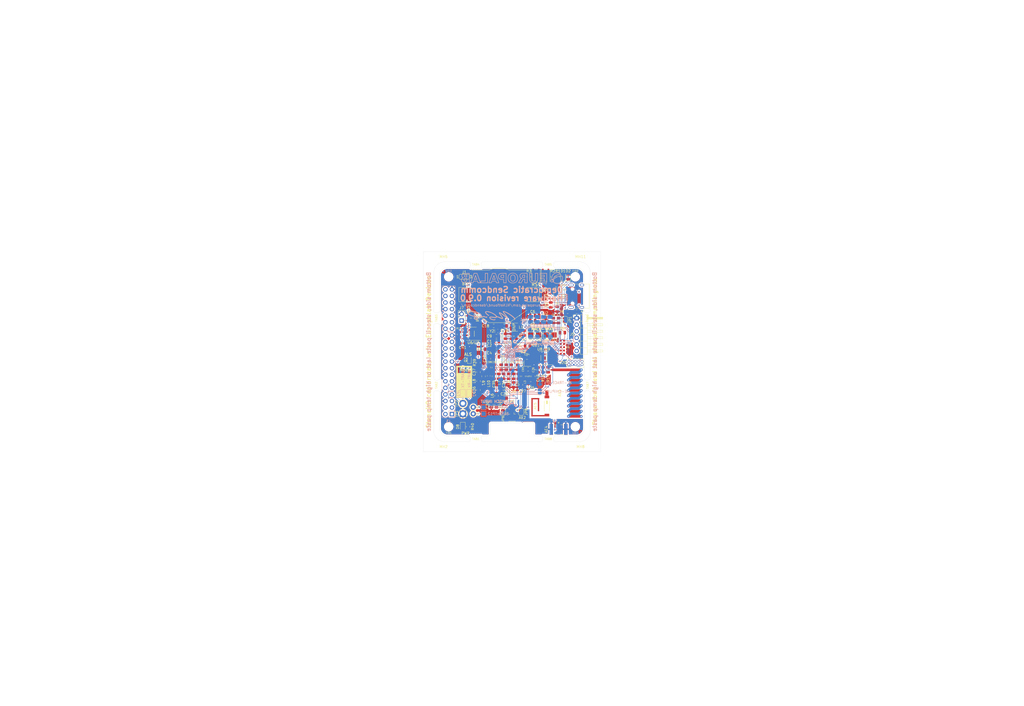
<source format=kicad_pcb>
(kicad_pcb (version 20171130) (host pcbnew 5.1.5+dfsg1-2build2)

  (general
    (thickness 1.6)
    (drawings 121)
    (tracks 1119)
    (zones 0)
    (modules 137)
    (nets 130)
  )

  (page A3)
  (title_block
    (title "Democratic Sendcomm")
    (date 2020-12-08)
    (rev 0.9.1)
    (company "Europalab Devices")
    (comment 1 "Copyright © 2020, Europalab Devices")
    (comment 2 "Fulfilling requirements of 20200210")
    (comment 3 "Pending quality assurance testing")
    (comment 4 "Release revision for manufacturing")
  )

  (layers
    (0 F.Cu signal)
    (1 In1.Cu signal)
    (2 In2.Cu signal)
    (31 B.Cu signal)
    (34 B.Paste user)
    (35 F.Paste user)
    (36 B.SilkS user)
    (37 F.SilkS user)
    (38 B.Mask user)
    (39 F.Mask user)
    (40 Dwgs.User user)
    (41 Cmts.User user)
    (44 Edge.Cuts user)
    (45 Margin user)
    (46 B.CrtYd user)
    (47 F.CrtYd user)
    (48 B.Fab user)
    (49 F.Fab user)
  )

  (setup
    (last_trace_width 0.127)
    (user_trace_width 0.1016)
    (user_trace_width 0.127)
    (user_trace_width 0.2)
    (trace_clearance 0.09)
    (zone_clearance 0.508)
    (zone_45_only no)
    (trace_min 0.09)
    (via_size 0.356)
    (via_drill 0.2)
    (via_min_size 0.356)
    (via_min_drill 0.2)
    (user_via 0.45 0.2)
    (user_via 0.6 0.3)
    (uvia_size 0.45)
    (uvia_drill 0.1)
    (uvias_allowed no)
    (uvia_min_size 0.45)
    (uvia_min_drill 0.1)
    (edge_width 0.1)
    (segment_width 0.1)
    (pcb_text_width 0.25)
    (pcb_text_size 1 1)
    (mod_edge_width 0.15)
    (mod_text_size 1 1)
    (mod_text_width 0.15)
    (pad_size 2 1.5)
    (pad_drill 0)
    (pad_to_mask_clearance 0)
    (aux_axis_origin 0 0)
    (visible_elements 7FFFFFFF)
    (pcbplotparams
      (layerselection 0x313fc_ffffffff)
      (usegerberextensions true)
      (usegerberattributes false)
      (usegerberadvancedattributes false)
      (creategerberjobfile false)
      (excludeedgelayer true)
      (linewidth 0.150000)
      (plotframeref false)
      (viasonmask false)
      (mode 1)
      (useauxorigin false)
      (hpglpennumber 1)
      (hpglpenspeed 20)
      (hpglpendiameter 15.000000)
      (psnegative false)
      (psa4output false)
      (plotreference true)
      (plotvalue true)
      (plotinvisibletext false)
      (padsonsilk false)
      (subtractmaskfromsilk false)
      (outputformat 1)
      (mirror false)
      (drillshape 0)
      (scaleselection 1)
      (outputdirectory "fabsingle"))
  )

  (net 0 "")
  (net 1 GND)
  (net 2 "Net-(AE1-Pad1)")
  (net 3 /Sheet5F53D5B4/RFSWPWR)
  (net 4 "Net-(C8-Pad1)")
  (net 5 /Sheet5F53D5B4/POWAMP)
  (net 6 "Net-(C13-Pad1)")
  (net 7 /Sheet5F53D5B4/HFOUT)
  (net 8 +3V3)
  (net 9 "Net-(C29-Pad1)")
  (net 10 /Sheet5F53D5B4/HPOUT)
  (net 11 /Sheet5F53D5B4/HFIN)
  (net 12 /Sheet5F53D5B4/BANDSEL)
  (net 13 "Net-(BT1-Pad1)")
  (net 14 /Sheet5F53D5B4/USB_BUS)
  (net 15 "Net-(C33-Pad1)")
  (net 16 "Net-(C34-Pad1)")
  (net 17 /Sheet5F53D5B4/CMDRST)
  (net 18 "Net-(D1-Pad2)")
  (net 19 "Net-(D1-Pad1)")
  (net 20 "Net-(D2-Pad1)")
  (net 21 "Net-(D2-Pad2)")
  (net 22 /Sheet5F53D5B4/USB_P)
  (net 23 /Sheet5F53D5B4/USB_N)
  (net 24 /Sheet60040980/ID_SD)
  (net 25 /Sheet60040980/ID_SC)
  (net 26 /Sheet5F53D5B4/SWDCLK)
  (net 27 "Net-(J3-Pad7)")
  (net 28 "Net-(J3-Pad8)")
  (net 29 "Net-(J4-Pad6)")
  (net 30 /Sheet5F53D5B4/CN_VBAT)
  (net 31 /Sheet5F53D5B4/XCEIV)
  (net 32 "Net-(AE5-Pad2)")
  (net 33 "Net-(C1-Pad1)")
  (net 34 "Net-(C7-Pad1)")
  (net 35 "Net-(C14-Pad1)")
  (net 36 "Net-(C17-Pad1)")
  (net 37 "Net-(C18-Pad2)")
  (net 38 "Net-(C19-Pad2)")
  (net 39 "Net-(C23-Pad2)")
  (net 40 "Net-(C23-Pad1)")
  (net 41 "Net-(C24-Pad1)")
  (net 42 "Net-(C24-Pad2)")
  (net 43 "Net-(C29-Pad2)")
  (net 44 "Net-(C33-Pad2)")
  (net 45 "Net-(C35-Pad2)")
  (net 46 "Net-(C40-Pad1)")
  (net 47 "Net-(J2-PadB5)")
  (net 48 "Net-(J2-PadA8)")
  (net 49 "Net-(J2-PadA5)")
  (net 50 "Net-(J2-PadB8)")
  (net 51 "Net-(J3-Pad2)")
  (net 52 "Net-(J3-Pad3)")
  (net 53 "Net-(J3-Pad4)")
  (net 54 "Net-(J3-Pad5)")
  (net 55 "Net-(J3-Pad10)")
  (net 56 "Net-(J3-Pad11)")
  (net 57 "Net-(J3-Pad12)")
  (net 58 "Net-(J3-Pad13)")
  (net 59 "Net-(J3-Pad15)")
  (net 60 "Net-(J3-Pad16)")
  (net 61 "Net-(J3-Pad18)")
  (net 62 "Net-(J3-Pad19)")
  (net 63 "Net-(J3-Pad21)")
  (net 64 "Net-(J3-Pad22)")
  (net 65 "Net-(J3-Pad23)")
  (net 66 "Net-(J3-Pad24)")
  (net 67 "Net-(J3-Pad26)")
  (net 68 "Net-(J3-Pad29)")
  (net 69 "Net-(J3-Pad31)")
  (net 70 "Net-(J3-Pad32)")
  (net 71 "Net-(J3-Pad33)")
  (net 72 "Net-(J3-Pad35)")
  (net 73 "Net-(J3-Pad36)")
  (net 74 "Net-(J3-Pad37)")
  (net 75 "Net-(J3-Pad38)")
  (net 76 "Net-(J3-Pad40)")
  (net 77 "Net-(J4-Pad7)")
  (net 78 "Net-(J4-Pad8)")
  (net 79 "Net-(J5-Pad2)")
  (net 80 "Net-(J5-Pad3)")
  (net 81 "Net-(J5-Pad6)")
  (net 82 "Net-(J6-Pad1)")
  (net 83 "Net-(L1-Pad2)")
  (net 84 "Net-(R3-Pad1)")
  (net 85 "Net-(R4-Pad1)")
  (net 86 "Net-(R4-Pad2)")
  (net 87 "Net-(U2-Pad5)")
  (net 88 "Net-(U3-PadG1)")
  (net 89 "Net-(U3-PadH1)")
  (net 90 "Net-(U3-PadE3)")
  (net 91 "Net-(U3-PadE4)")
  (net 92 "Net-(U3-PadF4)")
  (net 93 "Net-(U3-PadE5)")
  (net 94 "Net-(U3-PadC7)")
  (net 95 "Net-(U3-PadD7)")
  (net 96 "Net-(U3-PadD8)")
  (net 97 "Net-(U5-Pad3)")
  (net 98 "Net-(U5-Pad4)")
  (net 99 "Net-(U8-Pad7)")
  (net 100 "Net-(U8-Pad3)")
  (net 101 "Net-(U8-Pad2)")
  (net 102 "Net-(U8-Pad1)")
  (net 103 "Net-(U9-Pad1)")
  (net 104 "Net-(U9-Pad2)")
  (net 105 "Net-(U9-Pad3)")
  (net 106 "Net-(U9-Pad7)")
  (net 107 /Sheet5F53D5B4/SWDIO)
  (net 108 "Net-(AE2-Pad1)")
  (net 109 "Net-(AE4-Pad1)")
  (net 110 "Net-(AE5-Pad1)")
  (net 111 "Net-(JP10-Pad1)")
  (net 112 "Net-(J6-Pad2)")
  (net 113 "Net-(J6-Pad3)")
  (net 114 "Net-(J6-Pad4)")
  (net 115 "Net-(J6-Pad5)")
  (net 116 "Net-(J6-Pad6)")
  (net 117 "Net-(J7-Pad1)")
  (net 118 "Net-(C94-Pad1)")
  (net 119 "Net-(C95-Pad1)")
  (net 120 /TP_SCL)
  (net 121 /TP_SDA)
  (net 122 "Net-(J20-Pad6)")
  (net 123 "Net-(J20-Pad7)")
  (net 124 "Net-(J20-Pad8)")
  (net 125 "Net-(Q2-Pad2)")
  (net 126 EXT_UART_TX)
  (net 127 EXT_UART_RX)
  (net 128 "Net-(D8-Pad2)")
  (net 129 USB_TST)

  (net_class Default "This is the default net class."
    (clearance 0.09)
    (trace_width 0.09)
    (via_dia 0.356)
    (via_drill 0.2)
    (uvia_dia 0.45)
    (uvia_drill 0.1)
    (add_net +3V3)
    (add_net /Sheet5F53D5B4/BANDSEL)
    (add_net /Sheet5F53D5B4/CMDRST)
    (add_net /Sheet5F53D5B4/CN_VBAT)
    (add_net /Sheet5F53D5B4/HFIN)
    (add_net /Sheet5F53D5B4/HFOUT)
    (add_net /Sheet5F53D5B4/HPOUT)
    (add_net /Sheet5F53D5B4/POWAMP)
    (add_net /Sheet5F53D5B4/RFSWPWR)
    (add_net /Sheet5F53D5B4/SWDCLK)
    (add_net /Sheet5F53D5B4/SWDIO)
    (add_net /Sheet5F53D5B4/USB_BUS)
    (add_net /Sheet5F53D5B4/USB_N)
    (add_net /Sheet5F53D5B4/USB_P)
    (add_net /Sheet5F53D5B4/XCEIV)
    (add_net /Sheet60040980/ID_SC)
    (add_net /Sheet60040980/ID_SD)
    (add_net /TP_SCL)
    (add_net /TP_SDA)
    (add_net EXT_UART_RX)
    (add_net EXT_UART_TX)
    (add_net GND)
    (add_net "Net-(AE1-Pad1)")
    (add_net "Net-(AE2-Pad1)")
    (add_net "Net-(AE4-Pad1)")
    (add_net "Net-(AE5-Pad1)")
    (add_net "Net-(AE5-Pad2)")
    (add_net "Net-(BT1-Pad1)")
    (add_net "Net-(C1-Pad1)")
    (add_net "Net-(C13-Pad1)")
    (add_net "Net-(C14-Pad1)")
    (add_net "Net-(C17-Pad1)")
    (add_net "Net-(C18-Pad2)")
    (add_net "Net-(C19-Pad2)")
    (add_net "Net-(C23-Pad1)")
    (add_net "Net-(C23-Pad2)")
    (add_net "Net-(C24-Pad1)")
    (add_net "Net-(C24-Pad2)")
    (add_net "Net-(C29-Pad1)")
    (add_net "Net-(C29-Pad2)")
    (add_net "Net-(C33-Pad1)")
    (add_net "Net-(C33-Pad2)")
    (add_net "Net-(C34-Pad1)")
    (add_net "Net-(C35-Pad2)")
    (add_net "Net-(C40-Pad1)")
    (add_net "Net-(C7-Pad1)")
    (add_net "Net-(C8-Pad1)")
    (add_net "Net-(C94-Pad1)")
    (add_net "Net-(C95-Pad1)")
    (add_net "Net-(D1-Pad1)")
    (add_net "Net-(D1-Pad2)")
    (add_net "Net-(D2-Pad1)")
    (add_net "Net-(D2-Pad2)")
    (add_net "Net-(D8-Pad2)")
    (add_net "Net-(J2-PadA5)")
    (add_net "Net-(J2-PadA8)")
    (add_net "Net-(J2-PadB5)")
    (add_net "Net-(J2-PadB8)")
    (add_net "Net-(J20-Pad6)")
    (add_net "Net-(J20-Pad7)")
    (add_net "Net-(J20-Pad8)")
    (add_net "Net-(J3-Pad10)")
    (add_net "Net-(J3-Pad11)")
    (add_net "Net-(J3-Pad12)")
    (add_net "Net-(J3-Pad13)")
    (add_net "Net-(J3-Pad15)")
    (add_net "Net-(J3-Pad16)")
    (add_net "Net-(J3-Pad18)")
    (add_net "Net-(J3-Pad19)")
    (add_net "Net-(J3-Pad2)")
    (add_net "Net-(J3-Pad21)")
    (add_net "Net-(J3-Pad22)")
    (add_net "Net-(J3-Pad23)")
    (add_net "Net-(J3-Pad24)")
    (add_net "Net-(J3-Pad26)")
    (add_net "Net-(J3-Pad29)")
    (add_net "Net-(J3-Pad3)")
    (add_net "Net-(J3-Pad31)")
    (add_net "Net-(J3-Pad32)")
    (add_net "Net-(J3-Pad33)")
    (add_net "Net-(J3-Pad35)")
    (add_net "Net-(J3-Pad36)")
    (add_net "Net-(J3-Pad37)")
    (add_net "Net-(J3-Pad38)")
    (add_net "Net-(J3-Pad4)")
    (add_net "Net-(J3-Pad40)")
    (add_net "Net-(J3-Pad5)")
    (add_net "Net-(J3-Pad7)")
    (add_net "Net-(J3-Pad8)")
    (add_net "Net-(J4-Pad6)")
    (add_net "Net-(J4-Pad7)")
    (add_net "Net-(J4-Pad8)")
    (add_net "Net-(J5-Pad2)")
    (add_net "Net-(J5-Pad3)")
    (add_net "Net-(J5-Pad6)")
    (add_net "Net-(J6-Pad1)")
    (add_net "Net-(J6-Pad2)")
    (add_net "Net-(J6-Pad3)")
    (add_net "Net-(J6-Pad4)")
    (add_net "Net-(J6-Pad5)")
    (add_net "Net-(J6-Pad6)")
    (add_net "Net-(J7-Pad1)")
    (add_net "Net-(JP10-Pad1)")
    (add_net "Net-(L1-Pad2)")
    (add_net "Net-(Q2-Pad2)")
    (add_net "Net-(R3-Pad1)")
    (add_net "Net-(R4-Pad1)")
    (add_net "Net-(R4-Pad2)")
    (add_net "Net-(U2-Pad5)")
    (add_net "Net-(U3-PadC7)")
    (add_net "Net-(U3-PadD7)")
    (add_net "Net-(U3-PadD8)")
    (add_net "Net-(U3-PadE3)")
    (add_net "Net-(U3-PadE4)")
    (add_net "Net-(U3-PadE5)")
    (add_net "Net-(U3-PadF4)")
    (add_net "Net-(U3-PadG1)")
    (add_net "Net-(U3-PadH1)")
    (add_net "Net-(U5-Pad3)")
    (add_net "Net-(U5-Pad4)")
    (add_net "Net-(U8-Pad1)")
    (add_net "Net-(U8-Pad2)")
    (add_net "Net-(U8-Pad3)")
    (add_net "Net-(U8-Pad7)")
    (add_net "Net-(U9-Pad1)")
    (add_net "Net-(U9-Pad2)")
    (add_net "Net-(U9-Pad3)")
    (add_net "Net-(U9-Pad7)")
    (add_net USB_TST)
  )

  (net_class Power ""
    (clearance 0.2)
    (trace_width 0.5)
    (via_dia 1)
    (via_drill 0.7)
    (uvia_dia 0.5)
    (uvia_drill 0.1)
  )

  (module Elabdev:Meinkuerzel_signature_480DPI (layer B.Cu) (tedit 0) (tstamp 5FBE809B)
    (at 202 134 180)
    (fp_text reference G1 (at 0 0) (layer B.SilkS) hide
      (effects (font (size 1.524 1.524) (thickness 0.3)) (justify mirror))
    )
    (fp_text value Meinkuerzel_signature (at 0.75 0) (layer B.SilkS) hide
      (effects (font (size 1.524 1.524) (thickness 0.3)) (justify mirror))
    )
    (fp_poly (pts (xy 7.849084 1.675651) (xy 8.303148 1.632827) (xy 8.685942 1.550363) (xy 8.876057 1.481326)
      (xy 9.07938 1.34976) (xy 9.204465 1.178624) (xy 9.241225 0.986809) (xy 9.210768 0.854557)
      (xy 9.078684 0.643748) (xy 8.864557 0.429964) (xy 8.589687 0.233059) (xy 8.471807 0.165759)
      (xy 8.232808 0.053863) (xy 7.923436 -0.068816) (xy 7.576824 -0.190996) (xy 7.226108 -0.301392)
      (xy 6.904421 -0.388723) (xy 6.731621 -0.426811) (xy 6.398868 -0.490816) (xy 6.556265 -0.586535)
      (xy 6.736632 -0.743549) (xy 6.819572 -0.938245) (xy 6.82625 -1.022915) (xy 6.780462 -1.15416)
      (xy 6.660466 -1.295963) (xy 6.49231 -1.424979) (xy 6.30204 -1.517866) (xy 6.258842 -1.531402)
      (xy 6.0446 -1.569955) (xy 5.805186 -1.581627) (xy 5.582286 -1.566858) (xy 5.417587 -1.526091)
      (xy 5.409578 -1.522402) (xy 5.285381 -1.409276) (xy 5.232727 -1.237525) (xy 5.243042 -1.133742)
      (xy 5.545646 -1.133742) (xy 5.569322 -1.243922) (xy 5.599007 -1.270742) (xy 5.725804 -1.30367)
      (xy 5.911501 -1.301091) (xy 6.117136 -1.267785) (xy 6.303743 -1.20853) (xy 6.368163 -1.176419)
      (xy 6.483421 -1.090411) (xy 6.547775 -1.006994) (xy 6.550669 -0.996984) (xy 6.519163 -0.903747)
      (xy 6.404517 -0.814537) (xy 6.229026 -0.742568) (xy 6.060328 -0.706358) (xy 5.903418 -0.693399)
      (xy 5.806355 -0.717484) (xy 5.726223 -0.79035) (xy 5.718194 -0.79992) (xy 5.596762 -0.979847)
      (xy 5.545646 -1.133742) (xy 5.243042 -1.133742) (xy 5.253531 -1.028227) (xy 5.344918 -0.810631)
      (xy 5.442538 -0.642303) (xy 5.295353 -0.646487) (xy 5.12125 -0.625399) (xy 5.035885 -0.550663)
      (xy 5.027083 -0.501447) (xy 5.075804 -0.410776) (xy 5.222941 -0.351671) (xy 5.469958 -0.32355)
      (xy 5.476875 -0.323261) (xy 5.599677 -0.314345) (xy 5.697993 -0.289875) (xy 5.794712 -0.235966)
      (xy 5.912725 -0.138734) (xy 6.074923 0.015705) (xy 6.138333 0.077935) (xy 6.357426 0.284825)
      (xy 6.520758 0.415811) (xy 6.63982 0.476704) (xy 6.726105 0.473318) (xy 6.791106 0.411464)
      (xy 6.792772 0.408883) (xy 6.813029 0.349999) (xy 6.787897 0.281807) (xy 6.704882 0.184844)
      (xy 6.561666 0.048946) (xy 6.270625 -0.217166) (xy 6.532899 -0.183078) (xy 6.900304 -0.115245)
      (xy 7.289474 -0.008645) (xy 7.678243 0.127507) (xy 8.044445 0.283994) (xy 8.365914 0.451601)
      (xy 8.620483 0.621112) (xy 8.749193 0.738377) (xy 8.856936 0.865956) (xy 8.92727 0.965202)
      (xy 8.942916 1.001728) (xy 8.895983 1.084773) (xy 8.773369 1.176095) (xy 8.602358 1.259484)
      (xy 8.410231 1.318727) (xy 8.408998 1.318992) (xy 8.149682 1.354937) (xy 7.8128 1.371973)
      (xy 7.424917 1.370093) (xy 7.012599 1.349291) (xy 6.686734 1.319437) (xy 6.066773 1.222977)
      (xy 5.517194 1.081213) (xy 5.043989 0.897075) (xy 4.653152 0.673494) (xy 4.350673 0.413401)
      (xy 4.142546 0.119727) (xy 4.114637 0.061443) (xy 4.047094 -0.15251) (xy 4.06025 -0.336634)
      (xy 4.160207 -0.518581) (xy 4.270456 -0.644496) (xy 4.390411 -0.79173) (xy 4.431252 -0.900383)
      (xy 4.427296 -0.922309) (xy 4.357272 -0.99719) (xy 4.242023 -0.977517) (xy 4.082983 -0.863726)
      (xy 4.010682 -0.795217) (xy 3.879838 -0.680755) (xy 3.765594 -0.608691) (xy 3.712637 -0.594925)
      (xy 3.6215 -0.594723) (xy 3.455888 -0.585507) (xy 3.246599 -0.569127) (xy 3.175 -0.562633)
      (xy 2.951086 -0.544014) (xy 2.793821 -0.54282) (xy 2.664643 -0.565021) (xy 2.524987 -0.61659)
      (xy 2.371034 -0.687127) (xy 2.100169 -0.795663) (xy 1.89262 -0.837972) (xy 1.841867 -0.837015)
      (xy 1.72083 -0.812158) (xy 1.663036 -0.745697) (xy 1.637803 -0.635) (xy 1.623821 -0.491701)
      (xy 1.628566 -0.389706) (xy 1.630235 -0.383646) (xy 1.692219 -0.322789) (xy 1.789679 -0.330876)
      (xy 1.885465 -0.399867) (xy 1.916539 -0.445597) (xy 1.984375 -0.573694) (xy 2.371569 -0.384068)
      (xy 2.758764 -0.194442) (xy 3.165319 -0.256321) (xy 3.413597 -0.293214) (xy 3.576071 -0.310583)
      (xy 3.67165 -0.304292) (xy 3.719238 -0.270208) (xy 3.737742 -0.204195) (xy 3.744012 -0.129767)
      (xy 3.817818 0.177969) (xy 3.989413 0.470621) (xy 4.251219 0.74303) (xy 4.595656 0.99004)
      (xy 5.015149 1.206492) (xy 5.502117 1.387229) (xy 6.048984 1.527094) (xy 6.228561 1.561184)
      (xy 6.794861 1.64034) (xy 7.340678 1.678326) (xy 7.849084 1.675651)) (layer B.SilkS) (width 0.01))
    (fp_poly (pts (xy -4.580024 1.756567) (xy -4.544854 1.74305) (xy -4.466016 1.67622) (xy -4.437143 1.580417)
      (xy -4.461964 1.447967) (xy -4.544204 1.271201) (xy -4.68759 1.042447) (xy -4.895848 0.754033)
      (xy -5.172705 0.39829) (xy -5.237349 0.3175) (xy -5.411926 0.098408) (xy -5.577817 -0.112809)
      (xy -5.714811 -0.290245) (xy -5.794689 -0.396875) (xy -5.948296 -0.608542) (xy -5.791961 -0.468507)
      (xy -5.700695 -0.392772) (xy -5.541009 -0.266466) (xy -5.329307 -0.10231) (xy -5.081994 0.086977)
      (xy -4.815472 0.288675) (xy -4.815417 0.288716) (xy -4.345432 0.631252) (xy -3.946225 0.897872)
      (xy -3.615767 1.089474) (xy -3.352032 1.206955) (xy -3.152989 1.251211) (xy -3.016612 1.223138)
      (xy -2.940872 1.123633) (xy -2.939055 1.118116) (xy -2.92791 1.023519) (xy -2.955738 0.908417)
      (xy -3.029742 0.759005) (xy -3.157121 0.561475) (xy -3.345079 0.302021) (xy -3.409058 0.217037)
      (xy -3.654587 -0.113597) (xy -3.860834 -0.404313) (xy -4.022275 -0.646491) (xy -4.133388 -0.831509)
      (xy -4.188652 -0.950744) (xy -4.185335 -0.994958) (xy -4.120655 -0.981486) (xy -3.976478 -0.932768)
      (xy -3.770527 -0.855371) (xy -3.520529 -0.755864) (xy -3.349225 -0.685128) (xy -3.06462 -0.570045)
      (xy -2.797019 -0.469163) (xy -2.569108 -0.390505) (xy -2.403576 -0.342097) (xy -2.349431 -0.331513)
      (xy -2.183877 -0.291941) (xy -2.07811 -0.206425) (xy -2.041672 -0.151915) (xy -1.850086 0.096101)
      (xy -1.567603 0.354844) (xy -1.207453 0.616123) (xy -0.78287 0.87175) (xy -0.307084 1.113536)
      (xy 0.206672 1.333293) (xy 0.574448 1.467145) (xy 0.853452 1.556991) (xy 1.074831 1.61415)
      (xy 1.278935 1.645957) (xy 1.506112 1.659747) (xy 1.647661 1.662241) (xy 1.89537 1.661355)
      (xy 2.061526 1.650821) (xy 2.170245 1.626908) (xy 2.245641 1.585888) (xy 2.269431 1.566069)
      (xy 2.364656 1.413892) (xy 2.378536 1.21834) (xy 2.31231 1.002224) (xy 2.231511 0.867835)
      (xy 2.055394 0.653788) (xy 1.846452 0.444397) (xy 1.622129 0.252501) (xy 1.399873 0.090942)
      (xy 1.19713 -0.02744) (xy 1.031346 -0.089804) (xy 0.931657 -0.088852) (xy 0.853749 -0.025156)
      (xy 0.874571 0.06423) (xy 0.991583 0.174246) (xy 1.09802 0.242886) (xy 1.314624 0.387246)
      (xy 1.527802 0.560014) (xy 1.72429 0.746283) (xy 1.890825 0.931146) (xy 2.014146 1.099697)
      (xy 2.080988 1.237027) (xy 2.078088 1.32823) (xy 2.071165 1.336667) (xy 1.954541 1.387475)
      (xy 1.756832 1.400928) (xy 1.494763 1.380087) (xy 1.185063 1.328013) (xy 0.844457 1.247766)
      (xy 0.489674 1.142406) (xy 0.137439 1.014995) (xy -0.00172 0.957368) (xy -0.385109 0.777304)
      (xy -0.74297 0.581237) (xy -1.065571 0.377182) (xy -1.343179 0.173152) (xy -1.566062 -0.022838)
      (xy -1.724487 -0.202776) (xy -1.808722 -0.358647) (xy -1.809035 -0.482438) (xy -1.789329 -0.514562)
      (xy -1.69188 -0.558953) (xy -1.49842 -0.578536) (xy -1.2158 -0.573404) (xy -0.850872 -0.543648)
      (xy -0.464887 -0.496867) (xy -0.056607 -0.452123) (xy 0.260382 -0.442712) (xy 0.494773 -0.469264)
      (xy 0.655256 -0.532408) (xy 0.714552 -0.58228) (xy 0.776217 -0.725165) (xy 0.746162 -0.908878)
      (xy 0.632079 -1.115352) (xy 0.45893 -1.290216) (xy 0.2117 -1.450188) (xy -0.085638 -1.588107)
      (xy -0.409112 -1.696809) (xy -0.734748 -1.769134) (xy -1.038572 -1.797919) (xy -1.296612 -1.776003)
      (xy -1.42875 -1.731015) (xy -1.546706 -1.617759) (xy -1.577815 -1.519827) (xy -1.560687 -1.389395)
      (xy -1.486335 -1.336349) (xy -1.378138 -1.369493) (xy -1.317893 -1.421952) (xy -1.19986 -1.505637)
      (xy -1.092449 -1.534584) (xy -0.859949 -1.513387) (xy -0.579373 -1.457345) (xy -0.297878 -1.377776)
      (xy -0.068589 -1.288836) (xy 0.116249 -1.181832) (xy 0.284174 -1.050661) (xy 0.411262 -0.917533)
      (xy 0.473586 -0.804658) (xy 0.47625 -0.783054) (xy 0.425256 -0.757675) (xy 0.277287 -0.748743)
      (xy 0.039858 -0.755912) (xy -0.279513 -0.778835) (xy -0.673311 -0.817167) (xy -0.956033 -0.849048)
      (xy -1.308534 -0.882196) (xy -1.57585 -0.8857) (xy -1.774982 -0.85746) (xy -1.922933 -0.795374)
      (xy -2.017888 -0.717835) (xy -2.096716 -0.653738) (xy -2.190635 -0.62131) (xy -2.313833 -0.623423)
      (xy -2.480498 -0.662945) (xy -2.704818 -0.742748) (xy -3.00098 -0.865702) (xy -3.216817 -0.960383)
      (xy -3.585839 -1.11854) (xy -3.874386 -1.227749) (xy -4.094462 -1.290524) (xy -4.258069 -1.309381)
      (xy -4.377212 -1.286836) (xy -4.463891 -1.225404) (xy -4.466704 -1.222337) (xy -4.518051 -1.14061)
      (xy -4.530831 -1.040781) (xy -4.500098 -0.912213) (xy -4.420902 -0.744269) (xy -4.288295 -0.526313)
      (xy -4.097327 -0.247708) (xy -3.863138 0.07498) (xy -3.679345 0.325213) (xy -3.519393 0.545064)
      (xy -3.393108 0.720859) (xy -3.310313 0.838921) (xy -3.280834 0.885525) (xy -3.323557 0.888476)
      (xy -3.399896 0.869711) (xy -3.542096 0.805036) (xy -3.750284 0.678102) (xy -4.027571 0.486762)
      (xy -4.377062 0.228867) (xy -4.801868 -0.097732) (xy -4.81991 -0.111817) (xy -5.187034 -0.396401)
      (xy -5.482932 -0.620081) (xy -5.717862 -0.789492) (xy -5.902078 -0.911266) (xy -6.045837 -0.99204)
      (xy -6.159396 -1.038447) (xy -6.25301 -1.057121) (xy -6.283148 -1.058333) (xy -6.40378 -1.045849)
      (xy -6.450441 -0.994435) (xy -6.455563 -0.939271) (xy -6.445942 -0.865735) (xy -6.412644 -0.776476)
      (xy -6.348546 -0.66103) (xy -6.24652 -0.508935) (xy -6.099443 -0.309727) (xy -5.90019 -0.052942)
      (xy -5.641635 0.271882) (xy -5.570553 0.360397) (xy -5.363566 0.620769) (xy -5.174974 0.863504)
      (xy -5.016826 1.072659) (xy -4.901172 1.23229) (xy -4.84006 1.326453) (xy -4.839117 1.328251)
      (xy -4.786636 1.436383) (xy -4.790145 1.473528) (xy -4.856494 1.462433) (xy -4.877731 1.456477)
      (xy -4.973599 1.420322) (xy -5.140081 1.348706) (xy -5.352621 1.252468) (xy -5.55625 1.156974)
      (xy -6.094525 0.881508) (xy -6.644499 0.565345) (xy -7.182748 0.223911) (xy -7.685848 -0.12737)
      (xy -8.130378 -0.473072) (xy -8.424687 -0.732038) (xy -8.650145 -0.95487) (xy -8.800069 -1.131002)
      (xy -8.884377 -1.276175) (xy -8.912984 -1.406131) (xy -8.905425 -1.495188) (xy -8.906488 -1.61853)
      (xy -8.964006 -1.672137) (xy -9.075823 -1.672519) (xy -9.156792 -1.593028) (xy -9.200558 -1.456755)
      (xy -9.200763 -1.286789) (xy -9.151052 -1.106218) (xy -9.131299 -1.06447) (xy -9.024915 -0.913844)
      (xy -8.843627 -0.718433) (xy -8.601654 -0.490528) (xy -8.313213 -0.242422) (xy -7.992524 0.013592)
      (xy -7.653804 0.265222) (xy -7.3545 0.471681) (xy -6.896098 0.764541) (xy -6.449337 1.028776)
      (xy -6.024338 1.259805) (xy -5.631223 1.453048) (xy -5.280112 1.603926) (xy -4.981128 1.707858)
      (xy -4.744392 1.760265) (xy -4.580024 1.756567)) (layer B.SilkS) (width 0.01))
  )

  (module Elabdev:Panel_Mousetab_25mm_Single (layer F.Cu) (tedit 5CD9E59A) (tstamp 5FBE7343)
    (at 224 114.25 270)
    (path /5CD5C3A7)
    (fp_text reference TAB5 (at 0 0 180) (layer F.SilkS)
      (effects (font (size 0.8 0.8) (thickness 0.13)))
    )
    (fp_text value Pantab (at 0 -3.5 270) (layer F.Fab)
      (effects (font (size 1 1) (thickness 0.15)))
    )
    (fp_line (start -2.1 -2.6) (end 2.1 -2.6) (layer F.CrtYd) (width 0.15))
    (fp_line (start -2.1 2.6) (end -2.1 -2.6) (layer F.CrtYd) (width 0.15))
    (fp_line (start 2.1 2.6) (end -2.1 2.6) (layer F.CrtYd) (width 0.15))
    (fp_line (start 2.1 -2.6) (end 2.1 2.6) (layer F.CrtYd) (width 0.15))
    (fp_line (start -1.25 -2.2) (end -1.25 2.2) (layer F.Fab) (width 0.15))
    (fp_line (start 1.25 -2.2) (end 1.25 2.2) (layer F.Fab) (width 0.15))
    (pad "" np_thru_hole circle (at 1.35 -2 270) (size 0.5 0.5) (drill 0.5) (layers *.Cu))
    (pad "" np_thru_hole circle (at 1.35 -1.2 270) (size 0.5 0.5) (drill 0.5) (layers *.Cu))
    (pad "" np_thru_hole circle (at 1.35 -0.4 270) (size 0.5 0.5) (drill 0.5) (layers *.Cu))
    (pad "" np_thru_hole circle (at 1.35 0.4 270) (size 0.5 0.5) (drill 0.5) (layers *.Cu))
    (pad "" np_thru_hole circle (at 1.35 1.2 270) (size 0.5 0.5) (drill 0.5) (layers *.Cu))
    (pad "" np_thru_hole circle (at 1.35 2 270) (size 0.5 0.5) (drill 0.5) (layers *.Cu))
  )

  (module Elabdev:Elablogoslk-Gfx (layer B.Cu) (tedit 0) (tstamp 5FBDF7AF)
    (at 210 119.5 180)
    (fp_text reference G** (at 0 0) (layer B.SilkS) hide
      (effects (font (size 1.524 1.524) (thickness 0.3)) (justify mirror))
    )
    (fp_text value Elablogoslk (at 0.75 0) (layer B.SilkS) hide
      (effects (font (size 1.524 1.524) (thickness 0.3)) (justify mirror))
    )
    (fp_poly (pts (xy -15.405836 -0.675184) (xy -15.287483 -0.702055) (xy -15.188143 -0.754619) (xy -15.108772 -0.827765)
      (xy -15.050327 -0.916382) (xy -15.013763 -1.015359) (xy -15.000037 -1.119584) (xy -15.010104 -1.223945)
      (xy -15.04492 -1.323332) (xy -15.105441 -1.412633) (xy -15.192623 -1.486737) (xy -15.24833 -1.517344)
      (xy -15.356716 -1.550357) (xy -15.476625 -1.557984) (xy -15.592872 -1.539403) (xy -15.602283 -1.53653)
      (xy -15.678123 -1.497127) (xy -15.752493 -1.432517) (xy -15.815972 -1.352895) (xy -15.859141 -1.268459)
      (xy -15.864155 -1.2531) (xy -15.88425 -1.176683) (xy -15.891257 -1.117668) (xy -15.885212 -1.059627)
      (xy -15.866149 -0.986134) (xy -15.864727 -0.981328) (xy -15.815988 -0.8777) (xy -15.739972 -0.790432)
      (xy -15.643773 -0.72426) (xy -15.534487 -0.683915) (xy -15.419207 -0.674131) (xy -15.405836 -0.675184)) (layer B.Mask) (width 0.01))
    (fp_poly (pts (xy 17.476107 1.827609) (xy 17.687258 1.825899) (xy 17.865618 1.824237) (xy 18.014678 1.822477)
      (xy 18.137934 1.82047) (xy 18.238879 1.818068) (xy 18.321005 1.815122) (xy 18.387806 1.811484)
      (xy 18.442776 1.807007) (xy 18.489407 1.801541) (xy 18.531194 1.794939) (xy 18.57163 1.787052)
      (xy 18.6055 1.779685) (xy 18.771822 1.733432) (xy 18.923911 1.673315) (xy 19.054677 1.602656)
      (xy 19.157033 1.524776) (xy 19.164226 1.5179) (xy 19.246251 1.417951) (xy 19.315464 1.294688)
      (xy 19.365371 1.16053) (xy 19.377923 1.109275) (xy 19.39052 1.010407) (xy 19.393203 0.893754)
      (xy 19.386762 0.771789) (xy 19.371983 0.656983) (xy 19.349655 0.561808) (xy 19.341939 0.539811)
      (xy 19.283862 0.430962) (xy 19.19941 0.326298) (xy 19.097976 0.236127) (xy 19.019624 0.185927)
      (xy 18.914298 0.12941) (xy 18.968542 0.109123) (xy 19.093064 0.054672) (xy 19.194891 -0.009335)
      (xy 19.285933 -0.089714) (xy 19.390804 -0.214403) (xy 19.467199 -0.350129) (xy 19.516977 -0.501894)
      (xy 19.541997 -0.674698) (xy 19.545898 -0.789214) (xy 19.53245 -0.987132) (xy 19.491752 -1.163006)
      (xy 19.423278 -1.317328) (xy 19.326496 -1.450588) (xy 19.200879 -1.563277) (xy 19.045898 -1.655885)
      (xy 18.861023 -1.728905) (xy 18.645726 -1.782826) (xy 18.442214 -1.81358) (xy 18.390712 -1.817354)
      (xy 18.307346 -1.820878) (xy 18.196536 -1.82407) (xy 18.062704 -1.826851) (xy 17.910272 -1.829142)
      (xy 17.743659 -1.830864) (xy 17.567287 -1.831936) (xy 17.403536 -1.83228) (xy 16.528143 -1.832429)
      (xy 16.528143 -1.197429) (xy 17.471571 -1.197429) (xy 17.812474 -1.197429) (xy 17.960507 -1.19621)
      (xy 18.077011 -1.192363) (xy 18.166668 -1.185602) (xy 18.234157 -1.175639) (xy 18.257984 -1.170182)
      (xy 18.384709 -1.1231) (xy 18.482481 -1.054854) (xy 18.552639 -0.964254) (xy 18.589417 -0.8761)
      (xy 18.611394 -0.756961) (xy 18.608994 -0.636283) (xy 18.583832 -0.523232) (xy 18.537525 -0.426977)
      (xy 18.502598 -0.383459) (xy 18.44707 -0.333771) (xy 18.385424 -0.294593) (xy 18.312843 -0.264829)
      (xy 18.22451 -0.243381) (xy 18.115607 -0.229153) (xy 17.981316 -0.221046) (xy 17.816821 -0.217964)
      (xy 17.775464 -0.217851) (xy 17.471571 -0.217714) (xy 17.471571 -1.197429) (xy 16.528143 -1.197429)
      (xy 16.528143 1.197428) (xy 17.471571 1.197428) (xy 17.471571 0.417286) (xy 17.804933 0.417286)
      (xy 17.937918 0.418126) (xy 18.040036 0.420891) (xy 18.116671 0.425945) (xy 18.173209 0.433651)
      (xy 18.215035 0.444376) (xy 18.217426 0.445205) (xy 18.319056 0.498467) (xy 18.395331 0.575146)
      (xy 18.444205 0.67085) (xy 18.463631 0.781188) (xy 18.451564 0.901769) (xy 18.443884 0.931299)
      (xy 18.396902 1.030842) (xy 18.322562 1.110813) (xy 18.227195 1.165118) (xy 18.18819 1.177399)
      (xy 18.143627 1.184049) (xy 18.070672 1.189765) (xy 17.977218 1.19415) (xy 17.871155 1.196808)
      (xy 17.790109 1.197428) (xy 17.471571 1.197428) (xy 16.528143 1.197428) (xy 16.528143 1.835008)
      (xy 17.476107 1.827609)) (layer B.Mask) (width 0.01))
    (fp_poly (pts (xy 14.119941 1.828149) (xy 14.684369 1.823357) (xy 15.359475 0) (xy 16.034582 -1.823357)
      (xy 15.571079 -1.828205) (xy 15.445094 -1.82918) (xy 15.331429 -1.829406) (xy 15.235013 -1.828925)
      (xy 15.160777 -1.827781) (xy 15.11365 -1.826018) (xy 15.098562 -1.824039) (xy 15.090052 -1.80483)
      (xy 15.071782 -1.756797) (xy 15.045759 -1.68544) (xy 15.013987 -1.59626) (xy 14.978473 -1.494759)
      (xy 14.977731 -1.49262) (xy 14.865914 -1.170214) (xy 14.120645 -1.165479) (xy 13.375375 -1.160744)
      (xy 13.306737 -1.355979) (xy 13.272699 -1.452448) (xy 13.236904 -1.553325) (xy 13.204622 -1.643779)
      (xy 13.188986 -1.687286) (xy 13.139873 -1.823357) (xy 12.664678 -1.828197) (xy 12.53823 -1.828961)
      (xy 12.425118 -1.828639) (xy 12.329969 -1.827326) (xy 12.257408 -1.825117) (xy 12.212064 -1.822108)
      (xy 12.19843 -1.818559) (xy 12.205849 -1.799875) (xy 12.225002 -1.749455) (xy 12.255032 -1.669593)
      (xy 12.295087 -1.562586) (xy 12.34431 -1.430729) (xy 12.401847 -1.276318) (xy 12.466842 -1.101648)
      (xy 12.538441 -0.909015) (xy 12.615789 -0.700714) (xy 12.69803 -0.479041) (xy 12.702348 -0.467391)
      (xy 13.614056 -0.467391) (xy 13.61958 -0.47467) (xy 13.636172 -0.480187) (xy 13.66764 -0.484184)
      (xy 13.717795 -0.486904) (xy 13.790447 -0.488587) (xy 13.889405 -0.489478) (xy 14.01848 -0.489817)
      (xy 14.115143 -0.489857) (xy 14.270607 -0.489531) (xy 14.392961 -0.488457) (xy 14.485375 -0.486493)
      (xy 14.551022 -0.483496) (xy 14.59307 -0.479323) (xy 14.614692 -0.473831) (xy 14.619171 -0.467179)
      (xy 14.611769 -0.445613) (xy 14.593892 -0.393441) (xy 14.566814 -0.314385) (xy 14.53181 -0.212168)
      (xy 14.490155 -0.090515) (xy 14.443125 0.046852) (xy 14.391994 0.196209) (xy 14.367839 0.266773)
      (xy 14.315439 0.418794) (xy 14.266379 0.559098) (xy 14.221933 0.684192) (xy 14.183374 0.790582)
      (xy 14.151976 0.874778) (xy 14.129011 0.933285) (xy 14.115754 0.96261) (xy 14.11319 0.965273)
      (xy 14.105039 0.945854) (xy 14.08648 0.895813) (xy 14.058824 0.818867) (xy 14.023386 0.718735)
      (xy 13.981478 0.599134) (xy 13.934414 0.463783) (xy 13.883507 0.316398) (xy 13.865167 0.263071)
      (xy 13.813057 0.111504) (xy 13.764295 -0.030104) (xy 13.720215 -0.157901) (xy 13.682146 -0.268036)
      (xy 13.651421 -0.356659) (xy 13.629372 -0.419918) (xy 13.617329 -0.453964) (xy 13.615787 -0.458107)
      (xy 13.614056 -0.467391) (xy 12.702348 -0.467391) (xy 12.784311 -0.246291) (xy 12.842155 -0.090148)
      (xy 12.931409 0.150825) (xy 13.017702 0.38378) (xy 13.100126 0.606258) (xy 13.177768 0.815802)
      (xy 13.249717 1.009954) (xy 13.315063 1.186256) (xy 13.372895 1.34225) (xy 13.422301 1.47548)
      (xy 13.462371 1.583486) (xy 13.492193 1.663811) (xy 13.510857 1.713998) (xy 13.516223 1.728364)
      (xy 13.555513 1.832942) (xy 14.119941 1.828149)) (layer B.Mask) (width 0.01))
    (fp_poly (pts (xy 10.359571 -1.124857) (xy 12.028714 -1.124857) (xy 12.028714 -1.832429) (xy 9.416143 -1.832429)
      (xy 9.416143 1.832429) (xy 10.359571 1.832429) (xy 10.359571 -1.124857)) (layer B.Mask) (width 0.01))
    (fp_poly (pts (xy 8.199353 0.127) (xy 8.288425 -0.113439) (xy 8.374711 -0.34635) (xy 8.457277 -0.569212)
      (xy 8.535188 -0.7795) (xy 8.607508 -0.974691) (xy 8.673302 -1.152261) (xy 8.731636 -1.309687)
      (xy 8.781574 -1.444447) (xy 8.822182 -1.554015) (xy 8.852524 -1.63587) (xy 8.871666 -1.687486)
      (xy 8.876754 -1.701194) (xy 8.925739 -1.83303) (xy 8.45225 -1.828194) (xy 7.97876 -1.823357)
      (xy 7.866169 -1.496786) (xy 7.753577 -1.170214) (xy 6.263113 -1.160744) (xy 6.215979 -1.292479)
      (xy 6.18957 -1.366538) (xy 6.156119 -1.460694) (xy 6.120643 -1.560816) (xy 6.098384 -1.623786)
      (xy 6.027922 -1.823357) (xy 5.555303 -1.828192) (xy 5.082684 -1.833026) (xy 5.109 -1.764692)
      (xy 5.118841 -1.738485) (xy 5.140399 -1.680606) (xy 5.172801 -1.59341) (xy 5.215173 -1.479255)
      (xy 5.26664 -1.3405) (xy 5.32633 -1.1795) (xy 5.393368 -0.998613) (xy 5.46688 -0.800198)
      (xy 5.545992 -0.586611) (xy 5.590624 -0.466084) (xy 6.500383 -0.466084) (xy 6.503747 -0.473226)
      (xy 6.522197 -0.478851) (xy 6.559117 -0.48312) (xy 6.617891 -0.486194) (xy 6.701902 -0.488231)
      (xy 6.814535 -0.489393) (xy 6.959172 -0.489839) (xy 7.003143 -0.489857) (xy 7.158575 -0.489532)
      (xy 7.280898 -0.488459) (xy 7.373282 -0.486498) (xy 7.438898 -0.483504) (xy 7.480918 -0.479336)
      (xy 7.502511 -0.47385) (xy 7.506956 -0.467179) (xy 7.499509 -0.445611) (xy 7.481591 -0.393437)
      (xy 7.454479 -0.31438) (xy 7.419449 -0.212163) (xy 7.377777 -0.090513) (xy 7.33074 0.046847)
      (xy 7.279613 0.196192) (xy 7.255551 0.266494) (xy 7.203171 0.418497) (xy 7.154136 0.558793)
      (xy 7.109719 0.683886) (xy 7.071192 0.790281) (xy 7.039829 0.874483) (xy 7.016902 0.932996)
      (xy 7.003686 0.962326) (xy 7.001147 0.964994) (xy 6.993017 0.945656) (xy 6.974441 0.89568)
      (xy 6.946726 0.818758) (xy 6.911178 0.718582) (xy 6.869105 0.598844) (xy 6.821814 0.463236)
      (xy 6.770613 0.31545) (xy 6.749793 0.255094) (xy 6.697385 0.103053) (xy 6.648476 -0.038716)
      (xy 6.604368 -0.166446) (xy 6.566363 -0.276369) (xy 6.535764 -0.364717) (xy 6.513876 -0.427723)
      (xy 6.502 -0.461619) (xy 6.500383 -0.466084) (xy 5.590624 -0.466084) (xy 5.629831 -0.36021)
      (xy 5.717523 -0.123352) (xy 5.786688 0.0635) (xy 6.438059 1.823357) (xy 7.570937 1.823357)
      (xy 8.199353 0.127)) (layer B.Mask) (width 0.01))
    (fp_poly (pts (xy 3.261178 1.827277) (xy 3.480979 1.825468) (xy 3.667644 1.823588) (xy 3.824324 1.821528)
      (xy 3.954168 1.819181) (xy 4.060326 1.81644) (xy 4.145949 1.813196) (xy 4.214186 1.809344)
      (xy 4.268189 1.804775) (xy 4.311106 1.799382) (xy 4.346087 1.793058) (xy 4.360384 1.789806)
      (xy 4.57993 1.722356) (xy 4.770202 1.633466) (xy 4.931207 1.523128) (xy 5.062949 1.391336)
      (xy 5.165434 1.238084) (xy 5.238668 1.063365) (xy 5.282655 0.867172) (xy 5.297401 0.6495)
      (xy 5.297399 0.645705) (xy 5.288217 0.449129) (xy 5.259944 0.278882) (xy 5.210498 0.129241)
      (xy 5.137794 -0.005519) (xy 5.039749 -0.131121) (xy 4.999026 -0.174012) (xy 4.895224 -0.267312)
      (xy 4.781879 -0.345945) (xy 4.655594 -0.410816) (xy 4.512975 -0.462831) (xy 4.350626 -0.502892)
      (xy 4.165152 -0.531906) (xy 3.953157 -0.550777) (xy 3.711246 -0.56041) (xy 3.542393 -0.562141)
      (xy 3.229428 -0.562429) (xy 3.229428 -1.832429) (xy 2.286 -1.832429) (xy 2.286 1.161143)
      (xy 3.229428 1.161143) (xy 3.229428 0.124325) (xy 3.596821 0.130257) (xy 3.723136 0.132565)
      (xy 3.819164 0.135281) (xy 3.890902 0.139038) (xy 3.944349 0.144469) (xy 3.985502 0.152208)
      (xy 4.020359 0.16289) (xy 4.054919 0.177147) (xy 4.059313 0.17912) (xy 4.169998 0.247064)
      (xy 4.252769 0.337754) (xy 4.306977 0.449997) (xy 4.331976 0.582598) (xy 4.332071 0.68209)
      (xy 4.311044 0.815987) (xy 4.265746 0.924961) (xy 4.194448 1.012525) (xy 4.152688 1.046406)
      (xy 4.091383 1.0851) (xy 4.025279 1.114474) (xy 3.948479 1.135638) (xy 3.855086 1.149702)
      (xy 3.739205 1.157776) (xy 3.594939 1.16097) (xy 3.543117 1.161143) (xy 3.229428 1.161143)
      (xy 2.286 1.161143) (xy 2.286 1.834702) (xy 3.261178 1.827277)) (layer B.Mask) (width 0.01))
    (fp_poly (pts (xy -5.021036 1.832322) (xy -4.790545 1.831953) (xy -4.592718 1.830742) (xy -4.423936 1.828439)
      (xy -4.280582 1.824796) (xy -4.15904 1.819563) (xy -4.05569 1.812491) (xy -3.966916 1.80333)
      (xy -3.8891 1.791831) (xy -3.818625 1.777744) (xy -3.751873 1.760821) (xy -3.685226 1.740812)
      (xy -3.683 1.7401) (xy -3.505143 1.668202) (xy -3.35675 1.57546) (xy -3.237033 1.461065)
      (xy -3.145204 1.32421) (xy -3.080473 1.164086) (xy -3.065095 1.106714) (xy -3.052126 1.024859)
      (xy -3.044784 0.920167) (xy -3.043076 0.805447) (xy -3.04701 0.693506) (xy -3.056593 0.597152)
      (xy -3.064765 0.553367) (xy -3.122067 0.387982) (xy -3.210124 0.241735) (xy -3.328674 0.114934)
      (xy -3.477456 0.007885) (xy -3.57383 -0.043297) (xy -3.737708 -0.121173) (xy -3.668326 -0.14196)
      (xy -3.581385 -0.180968) (xy -3.486689 -0.24535) (xy -3.393008 -0.328178) (xy -3.309114 -0.42252)
      (xy -3.302741 -0.430815) (xy -3.267184 -0.483895) (xy -3.217707 -0.567269) (xy -3.155723 -0.678343)
      (xy -3.082645 -0.814521) (xy -2.999885 -0.973211) (xy -2.908856 -1.151818) (xy -2.893023 -1.183254)
      (xy -2.82288 -1.322987) (xy -2.758127 -1.452445) (xy -2.700522 -1.56808) (xy -2.651821 -1.666341)
      (xy -2.613784 -1.743682) (xy -2.588166 -1.796552) (xy -2.576727 -1.821403) (xy -2.576286 -1.822789)
      (xy -2.593653 -1.825316) (xy -2.642652 -1.827593) (xy -2.718631 -1.829528) (xy -2.816936 -1.831032)
      (xy -2.932915 -1.832014) (xy -3.061914 -1.832384) (xy -3.070679 -1.832385) (xy -3.565072 -1.832341)
      (xy -3.841286 -1.280998) (xy -3.935266 -1.094993) (xy -4.016708 -0.93913) (xy -4.088439 -0.810677)
      (xy -4.153287 -0.706904) (xy -4.214078 -0.625078) (xy -4.27364 -0.562471) (xy -4.334799 -0.51635)
      (xy -4.400382 -0.483984) (xy -4.473218 -0.462643) (xy -4.556132 -0.449597) (xy -4.651953 -0.442113)
      (xy -4.712607 -0.439322) (xy -4.934857 -0.43053) (xy -4.934857 -1.832429) (xy -5.878286 -1.832429)
      (xy -5.878286 0.194859) (xy -4.934857 0.194859) (xy -4.640036 0.20436) (xy -4.485926 0.211499)
      (xy -4.366408 0.22194) (xy -4.279926 0.23584) (xy -4.249825 0.243746) (xy -4.144318 0.293932)
      (xy -4.063726 0.369853) (xy -4.008771 0.470198) (xy -3.980174 0.593659) (xy -3.978435 0.736049)
      (xy -3.99804 0.857385) (xy -4.035625 0.958384) (xy -4.088688 1.032538) (xy -4.094482 1.037986)
      (xy -4.130735 1.063292) (xy -4.185257 1.093514) (xy -4.218877 1.109665) (xy -4.256325 1.124906)
      (xy -4.295556 1.136159) (xy -4.3433 1.144228) (xy -4.406282 1.149916) (xy -4.491232 1.154025)
      (xy -4.604875 1.15736) (xy -4.621893 1.157773) (xy -4.934857 1.165259) (xy -4.934857 0.194859)
      (xy -5.878286 0.194859) (xy -5.878286 1.832429) (xy -5.021036 1.832322)) (layer B.Mask) (width 0.01))
    (fp_poly (pts (xy -10.867571 1.124857) (xy -12.482286 1.124857) (xy -12.482286 0.435429) (xy -10.976429 0.435429)
      (xy -10.976429 -0.272143) (xy -12.482286 -0.272143) (xy -12.482286 -1.124857) (xy -10.813143 -1.124857)
      (xy -10.813143 -1.832429) (xy -13.425714 -1.832429) (xy -13.425714 1.832429) (xy -10.867571 1.832429)
      (xy -10.867571 1.124857)) (layer B.Mask) (width 0.01))
    (fp_poly (pts (xy -0.228978 1.89448) (xy -0.078724 1.888371) (xy 0.055719 1.876762) (xy 0.151065 1.86234)
      (xy 0.390616 1.801445) (xy 0.605048 1.717288) (xy 0.798897 1.607509) (xy 0.976703 1.469751)
      (xy 1.061357 1.38929) (xy 1.213795 1.212223) (xy 1.337717 1.01768) (xy 1.433707 0.804035)
      (xy 1.502349 0.569664) (xy 1.544225 0.31294) (xy 1.559919 0.032239) (xy 1.560072 0)
      (xy 1.5472 -0.283492) (xy 1.5082 -0.542822) (xy 1.442499 -0.779588) (xy 1.349522 -0.99539)
      (xy 1.228695 -1.191828) (xy 1.079444 -1.370501) (xy 1.061357 -1.389048) (xy 0.896512 -1.53709)
      (xy 0.720815 -1.65755) (xy 0.53061 -1.751843) (xy 0.322238 -1.821386) (xy 0.092042 -1.867598)
      (xy -0.163636 -1.891894) (xy -0.244929 -1.895095) (xy -0.344247 -1.897272) (xy -0.433738 -1.898118)
      (xy -0.505666 -1.897644) (xy -0.552295 -1.895858) (xy -0.562429 -1.894726) (xy -0.602523 -1.888187)
      (xy -0.665462 -1.878473) (xy -0.738175 -1.867598) (xy -0.743857 -1.866762) (xy -0.987164 -1.813977)
      (xy -1.214974 -1.730312) (xy -1.424808 -1.617574) (xy -1.614186 -1.477568) (xy -1.78063 -1.3121)
      (xy -1.92166 -1.122975) (xy -2.025001 -0.933616) (xy -2.105385 -0.721719) (xy -2.162321 -0.489395)
      (xy -2.195876 -0.243481) (xy -2.205744 0) (xy -1.222288 0) (xy -1.221796 -0.128993)
      (xy -1.219948 -0.228802) (xy -1.216185 -0.306517) (xy -1.20995 -0.369231) (xy -1.200684 -0.424036)
      (xy -1.187828 -0.478023) (xy -1.183354 -0.494518) (xy -1.114887 -0.688703) (xy -1.025572 -0.853973)
      (xy -0.916566 -0.989615) (xy -0.789032 -1.09492) (xy -0.644127 -1.169176) (xy -0.483013 -1.211671)
      (xy -0.306849 -1.221694) (xy -0.116795 -1.198534) (xy -0.057367 -1.18504) (xy 0.084118 -1.131346)
      (xy 0.213032 -1.045953) (xy 0.326853 -0.932026) (xy 0.423063 -0.79273) (xy 0.499138 -0.631233)
      (xy 0.55256 -0.450698) (xy 0.56112 -0.408214) (xy 0.584828 -0.229692) (xy 0.593933 -0.038244)
      (xy 0.588859 0.15539) (xy 0.57003 0.340473) (xy 0.537873 0.506266) (xy 0.522796 0.560199)
      (xy 0.450801 0.743853) (xy 0.357363 0.898533) (xy 0.243303 1.023688) (xy 0.109438 1.118771)
      (xy -0.043412 1.183232) (xy -0.214428 1.216521) (xy -0.402793 1.218089) (xy -0.451366 1.213587)
      (xy -0.615554 1.178187) (xy -0.763149 1.110952) (xy -0.893253 1.012766) (xy -1.004968 0.884509)
      (xy -1.097397 0.727063) (xy -1.169644 0.541309) (xy -1.183354 0.494518) (xy -1.197354 0.439443)
      (xy -1.207603 0.385605) (xy -1.214658 0.325911) (xy -1.21908 0.25327) (xy -1.221425 0.160591)
      (xy -1.222252 0.04078) (xy -1.222288 0) (xy -2.205744 0) (xy -2.206117 0.009184)
      (xy -2.193113 0.261761) (xy -2.156929 0.507413) (xy -2.097634 0.739303) (xy -2.015294 0.95059)
      (xy -2.006273 0.969348) (xy -1.884663 1.178429) (xy -1.737221 1.362156) (xy -1.564379 1.520214)
      (xy -1.366569 1.652289) (xy -1.144222 1.758066) (xy -0.897769 1.837229) (xy -0.781432 1.863623)
      (xy -0.671269 1.87966) (xy -0.535583 1.890138) (xy -0.384709 1.895074) (xy -0.228978 1.89448)) (layer B.Mask) (width 0.01))
    (fp_poly (pts (xy -6.826317 0.53975) (xy -6.827566 0.291846) (xy -6.828746 0.077441) (xy -6.829948 -0.106249)
      (xy -6.831263 -0.262012) (xy -6.83278 -0.392631) (xy -6.834591 -0.500893) (xy -6.836785 -0.589584)
      (xy -6.839454 -0.661489) (xy -6.842688 -0.719394) (xy -6.846576 -0.766085) (xy -6.85121 -0.804347)
      (xy -6.856681 -0.836965) (xy -6.863077 -0.866726) (xy -6.870491 -0.896416) (xy -6.8733 -0.907143)
      (xy -6.945951 -1.121606) (xy -7.044066 -1.310445) (xy -7.167245 -1.473259) (xy -7.315092 -1.609643)
      (xy -7.487208 -1.719196) (xy -7.683195 -1.801513) (xy -7.78606 -1.831342) (xy -7.99491 -1.872121)
      (xy -8.223254 -1.895786) (xy -8.458202 -1.901599) (xy -8.686866 -1.888819) (xy -8.721534 -1.885054)
      (xy -8.963638 -1.84308) (xy -9.179163 -1.776508) (xy -9.368393 -1.685132) (xy -9.531612 -1.568747)
      (xy -9.669105 -1.427148) (xy -9.781154 -1.260129) (xy -9.868045 -1.067486) (xy -9.873312 -1.052694)
      (xy -9.89064 -1.002703) (xy -9.90567 -0.956653) (xy -9.918583 -0.911642) (xy -9.929558 -0.86477)
      (xy -9.938774 -0.813136) (xy -9.94641 -0.75384) (xy -9.952646 -0.68398) (xy -9.957661 -0.600657)
      (xy -9.961634 -0.500969) (xy -9.964745 -0.382017) (xy -9.967173 -0.240898) (xy -9.969097 -0.074714)
      (xy -9.970696 0.119438) (xy -9.972151 0.344458) (xy -9.973434 0.566964) (xy -9.980598 1.832428)
      (xy -9.50787 1.832428) (xy -9.035143 1.832429) (xy -9.035006 0.639536) (xy -9.034686 0.395346)
      (xy -9.033808 0.170485) (xy -9.032401 -0.032809) (xy -9.030499 -0.2123) (xy -9.028133 -0.365749)
      (xy -9.025336 -0.490919) (xy -9.022138 -0.585571) (xy -9.018573 -0.647469) (xy -9.01636 -0.667414)
      (xy -8.977519 -0.830688) (xy -8.918726 -0.963883) (xy -8.839697 -1.067414) (xy -8.740148 -1.141696)
      (xy -8.670648 -1.172329) (xy -8.573978 -1.195565) (xy -8.459225 -1.207176) (xy -8.338386 -1.207365)
      (xy -8.223459 -1.196337) (xy -8.126439 -1.174296) (xy -8.095567 -1.162546) (xy -7.993559 -1.101899)
      (xy -7.911492 -1.018493) (xy -7.848023 -0.909845) (xy -7.801809 -0.773475) (xy -7.771504 -0.606899)
      (xy -7.765546 -0.553072) (xy -7.762345 -0.501945) (xy -7.759316 -0.41837) (xy -7.756513 -0.306182)
      (xy -7.75399 -0.169219) (xy -7.7518 -0.011318) (xy -7.749999 0.163684) (xy -7.748639 0.351952)
      (xy -7.747776 0.549647) (xy -7.747468 0.73025) (xy -7.747 1.832429) (xy -6.819926 1.832429)
      (xy -6.826317 0.53975)) (layer B.Mask) (width 0.01))
    (fp_poly (pts (xy -17.270857 2.058311) (xy -17.102743 2.039596) (xy -16.954974 2.011439) (xy -16.938388 2.007237)
      (xy -16.682976 1.922338) (xy -16.444847 1.807365) (xy -16.225908 1.664916) (xy -16.028068 1.497588)
      (xy -15.853234 1.30798) (xy -15.703315 1.098689) (xy -15.580218 0.872311) (xy -15.48585 0.631446)
      (xy -15.422121 0.37869) (xy -15.390938 0.116641) (xy -15.390801 -0.099786) (xy -15.397211 -0.193957)
      (xy -15.406041 -0.286438) (xy -15.415923 -0.364098) (xy -15.4221 -0.39964) (xy -15.442959 -0.499923)
      (xy -15.566749 -0.492929) (xy -15.69629 -0.496243) (xy -15.806108 -0.524692) (xy -15.905682 -0.581873)
      (xy -15.985309 -0.651692) (xy -16.069093 -0.751088) (xy -16.120703 -0.853346) (xy -16.143679 -0.967732)
      (xy -16.144231 -1.067409) (xy -16.120321 -1.203444) (xy -16.066076 -1.323863) (xy -16.008031 -1.399469)
      (xy -15.962886 -1.447295) (xy -16.094134 -1.560257) (xy -16.310437 -1.72361) (xy -16.545788 -1.859063)
      (xy -16.794158 -1.963425) (xy -16.940397 -2.008082) (xy -17.019918 -2.027472) (xy -17.094181 -2.041279)
      (xy -17.17315 -2.05063) (xy -17.266789 -2.056652) (xy -17.385063 -2.060472) (xy -17.408072 -2.060978)
      (xy -17.582144 -2.061629) (xy -17.721649 -2.055588) (xy -17.826043 -2.042881) (xy -17.828434 -2.042434)
      (xy -18.09035 -1.975071) (xy -18.339379 -1.875706) (xy -18.57251 -1.74658) (xy -18.786736 -1.589936)
      (xy -18.979046 -1.408016) (xy -19.14643 -1.203063) (xy -19.285879 -0.977319) (xy -19.303382 -0.943429)
      (xy -19.40388 -0.716746) (xy -19.473153 -0.493719) (xy -19.513584 -0.264321) (xy -19.527555 -0.018526)
      (xy -19.527603 0) (xy -19.523937 0.15642) (xy -19.511711 0.292381) (xy -19.488713 0.423151)
      (xy -19.452732 0.563998) (xy -19.439294 0.609771) (xy -19.395104 0.7569) (xy -19.299659 0.768363)
      (xy -19.217327 0.774864) (xy -19.109125 0.778584) (xy -18.985357 0.77962) (xy -18.856324 0.778069)
      (xy -18.73233 0.774028) (xy -18.623675 0.767594) (xy -18.559667 0.761405) (xy -18.346158 0.726115)
      (xy -18.114459 0.671283) (xy -17.874767 0.599973) (xy -17.637277 0.515246) (xy -17.412186 0.420167)
      (xy -17.391389 0.410506) (xy -17.192189 0.309102) (xy -16.979233 0.186332) (xy -16.762202 0.04853)
      (xy -16.550777 -0.09797) (xy -16.354639 -0.246832) (xy -16.234754 -0.346335) (xy -16.182789 -0.389353)
      (xy -16.140243 -0.420967) (xy -16.115285 -0.435171) (xy -16.113595 -0.435429) (xy -16.098753 -0.418839)
      (xy -16.08788 -0.374973) (xy -16.081591 -0.312682) (xy -16.080498 -0.240821) (xy -16.085215 -0.168243)
      (xy -16.09198 -0.123374) (xy -16.144244 0.049757) (xy -16.231957 0.220297) (xy -16.354341 0.387676)
      (xy -16.510616 0.551322) (xy -16.700002 0.710665) (xy -16.92172 0.865135) (xy -17.17499 1.014159)
      (xy -17.459033 1.157168) (xy -17.773069 1.293591) (xy -18.116318 1.422856) (xy -18.278929 1.47815)
      (xy -18.388878 1.514177) (xy -18.490967 1.547257) (xy -18.578701 1.575313) (xy -18.645583 1.596269)
      (xy -18.68512 1.608052) (xy -18.687143 1.608599) (xy -18.750643 1.625466) (xy -18.659929 1.691696)
      (xy -18.496644 1.795397) (xy -18.30896 1.88838) (xy -18.108236 1.966085) (xy -17.905832 2.023954)
      (xy -17.765054 2.050834) (xy -17.615233 2.064627) (xy -17.446094 2.066887) (xy -17.270857 2.058311)) (layer B.Mask) (width 0.01))
    (fp_poly (pts (xy 17.917836 1.28629) (xy 18.054785 1.279804) (xy 18.165087 1.267294) (xy 18.253486 1.247368)
      (xy 18.324731 1.218633) (xy 18.383566 1.179699) (xy 18.434739 1.129175) (xy 18.476528 1.07498)
      (xy 18.504025 1.031532) (xy 18.521261 0.989192) (xy 18.531376 0.93622) (xy 18.537511 0.86088)
      (xy 18.538464 0.84349) (xy 18.537958 0.720191) (xy 18.520204 0.622334) (xy 18.482677 0.542196)
      (xy 18.422848 0.472055) (xy 18.414344 0.464209) (xy 18.370632 0.426221) (xy 18.330198 0.396654)
      (xy 18.287703 0.374358) (xy 18.237806 0.358182) (xy 18.175166 0.346978) (xy 18.094443 0.339595)
      (xy 17.990296 0.334883) (xy 17.857385 0.331693) (xy 17.793607 0.330563) (xy 17.380857 0.323601)
      (xy 17.380857 0.729383) (xy 17.56512 0.729383) (xy 17.565212 0.64451) (xy 17.566495 0.578701)
      (xy 17.568875 0.538977) (xy 17.570281 0.531476) (xy 17.592055 0.520343) (xy 17.642672 0.512548)
      (xy 17.714852 0.507986) (xy 17.801316 0.506549) (xy 17.894785 0.50813) (xy 17.98798 0.512623)
      (xy 18.073622 0.519919) (xy 18.14443 0.529914) (xy 18.187794 0.540544) (xy 18.272117 0.582877)
      (xy 18.327185 0.643869) (xy 18.355424 0.727116) (xy 18.360543 0.796433) (xy 18.348404 0.904009)
      (xy 18.311217 0.986622) (xy 18.247726 1.046703) (xy 18.2245 1.060112) (xy 18.193142 1.074475)
      (xy 18.159093 1.084668) (xy 18.115636 1.091387) (xy 18.056053 1.095326) (xy 17.973626 1.097179)
      (xy 17.861643 1.097643) (xy 17.571357 1.097643) (xy 17.566315 0.826297) (xy 17.56512 0.729383)
      (xy 17.380857 0.729383) (xy 17.380857 1.288143) (xy 17.749493 1.288143) (xy 17.917836 1.28629)) (layer B.SilkS) (width 0.01))
    (fp_poly (pts (xy 17.68475 -0.127322) (xy 17.877097 -0.129458) (xy 18.03749 -0.136052) (xy 18.170089 -0.14805)
      (xy 18.279056 -0.166399) (xy 18.36855 -0.192045) (xy 18.442734 -0.225937) (xy 18.505768 -0.269019)
      (xy 18.561812 -0.322239) (xy 18.567122 -0.328076) (xy 18.630512 -0.413985) (xy 18.670957 -0.50888)
      (xy 18.691232 -0.621399) (xy 18.694842 -0.725714) (xy 18.677935 -0.871409) (xy 18.630791 -0.9974)
      (xy 18.554075 -1.102703) (xy 18.448456 -1.186334) (xy 18.350027 -1.234497) (xy 18.313242 -1.247952)
      (xy 18.276743 -1.258357) (xy 18.235037 -1.266222) (xy 18.182629 -1.272051) (xy 18.114025 -1.276354)
      (xy 18.023731 -1.279637) (xy 17.906251 -1.282407) (xy 17.81175 -1.284191) (xy 17.380857 -1.291917)
      (xy 17.380857 -0.704548) (xy 17.562286 -0.704548) (xy 17.562912 -0.818333) (xy 17.564662 -0.919775)
      (xy 17.56734 -1.003282) (xy 17.570755 -1.063261) (xy 17.57471 -1.09412) (xy 17.575893 -1.096785)
      (xy 17.599123 -1.10204) (xy 17.651483 -1.104745) (xy 17.725926 -1.10518) (xy 17.815407 -1.103622)
      (xy 17.912878 -1.100348) (xy 18.011294 -1.095636) (xy 18.103609 -1.089763) (xy 18.182776 -1.083008)
      (xy 18.24175 -1.075649) (xy 18.269857 -1.069441) (xy 18.372131 -1.019227) (xy 18.445362 -0.949066)
      (xy 18.490921 -0.856888) (xy 18.510181 -0.740622) (xy 18.51105 -0.705457) (xy 18.497542 -0.583062)
      (xy 18.456802 -0.484556) (xy 18.388504 -0.409483) (xy 18.292323 -0.357388) (xy 18.253848 -0.345005)
      (xy 18.213991 -0.338923) (xy 18.14545 -0.333689) (xy 18.055824 -0.329671) (xy 17.952712 -0.327237)
      (xy 17.87525 -0.326673) (xy 17.562286 -0.326572) (xy 17.562286 -0.704548) (xy 17.380857 -0.704548)
      (xy 17.380857 -0.127) (xy 17.68475 -0.127322)) (layer B.SilkS) (width 0.01))
    (fp_poly (pts (xy 14.121277 1.222939) (xy 14.139569 1.177499) (xy 14.167285 1.103946) (xy 14.203299 1.005403)
      (xy 14.246485 0.884992) (xy 14.29572 0.745835) (xy 14.349877 0.591055) (xy 14.407831 0.423773)
      (xy 14.432643 0.351674) (xy 14.491932 0.179065) (xy 14.547704 0.016714) (xy 14.598838 -0.132122)
      (xy 14.644217 -0.264186) (xy 14.68272 -0.376222) (xy 14.713228 -0.464971) (xy 14.734623 -0.527178)
      (xy 14.745784 -0.559586) (xy 14.747119 -0.563436) (xy 14.731103 -0.568092) (xy 14.681055 -0.572105)
      (xy 14.599223 -0.575414) (xy 14.487856 -0.577957) (xy 14.349204 -0.579674) (xy 14.185514 -0.580502)
      (xy 14.117417 -0.580571) (xy 13.481668 -0.580571) (xy 13.550179 -0.382995) (xy 13.752286 -0.382995)
      (xy 13.769527 -0.387914) (xy 13.817649 -0.392225) (xy 13.891247 -0.39569) (xy 13.984918 -0.398066)
      (xy 14.093258 -0.399114) (xy 14.115143 -0.399143) (xy 14.245154 -0.398608) (xy 14.342499 -0.396854)
      (xy 14.410781 -0.393655) (xy 14.453605 -0.388786) (xy 14.474576 -0.382022) (xy 14.478196 -0.376464)
      (xy 14.472592 -0.350253) (xy 14.456769 -0.296749) (xy 14.432498 -0.220971) (xy 14.401551 -0.127939)
      (xy 14.365696 -0.022673) (xy 14.326704 0.089808) (xy 14.286347 0.204483) (xy 14.246393 0.316334)
      (xy 14.208614 0.42034) (xy 14.174779 0.511481) (xy 14.14666 0.584739) (xy 14.126026 0.635093)
      (xy 14.114648 0.657524) (xy 14.11333 0.658087) (xy 14.104503 0.638312) (xy 14.085886 0.589371)
      (xy 14.059288 0.516479) (xy 14.02652 0.424854) (xy 13.989388 0.31971) (xy 13.949703 0.206264)
      (xy 13.909273 0.089732) (xy 13.869907 -0.02467) (xy 13.833414 -0.131725) (xy 13.801604 -0.226219)
      (xy 13.776283 -0.302935) (xy 13.759263 -0.356657) (xy 13.752351 -0.382169) (xy 13.752286 -0.382995)
      (xy 13.550179 -0.382995) (xy 13.596483 -0.249464) (xy 13.632184 -0.146279) (xy 13.676964 -0.016496)
      (xy 13.72816 0.132149) (xy 13.78311 0.29192) (xy 13.839153 0.455081) (xy 13.893627 0.613895)
      (xy 13.907075 0.653143) (xy 13.954158 0.790045) (xy 13.997809 0.915927) (xy 14.036575 1.026684)
      (xy 14.069005 1.118214) (xy 14.09365 1.186412) (xy 14.109057 1.227174) (xy 14.113533 1.237145)
      (xy 14.121277 1.222939)) (layer B.SilkS) (width 0.01))
    (fp_poly (pts (xy 7.009104 1.222935) (xy 7.027411 1.177482) (xy 7.055126 1.103908) (xy 7.091127 1.005334)
      (xy 7.134289 0.884879) (xy 7.183489 0.745666) (xy 7.237604 0.590814) (xy 7.29551 0.423444)
      (xy 7.320643 0.350304) (xy 7.379884 0.177599) (xy 7.435614 0.015195) (xy 7.486717 -0.133657)
      (xy 7.532076 -0.265709) (xy 7.570575 -0.377713) (xy 7.601097 -0.46642) (xy 7.622526 -0.528581)
      (xy 7.633746 -0.560946) (xy 7.635119 -0.564806) (xy 7.619103 -0.568506) (xy 7.570757 -0.571889)
      (xy 7.494034 -0.574854) (xy 7.392888 -0.577303) (xy 7.271274 -0.579136) (xy 7.133146 -0.580256)
      (xy 7.005309 -0.580571) (xy 6.369451 -0.580571) (xy 6.437761 -0.382739) (xy 6.640286 -0.382739)
      (xy 6.657585 -0.387871) (xy 6.706114 -0.392305) (xy 6.780819 -0.395812) (xy 6.876647 -0.398163)
      (xy 6.988546 -0.399131) (xy 7.003143 -0.399143) (xy 7.133127 -0.398609) (xy 7.230445 -0.396857)
      (xy 7.298702 -0.393662) (xy 7.341504 -0.388798) (xy 7.362457 -0.38204) (xy 7.366067 -0.376464)
      (xy 7.360381 -0.350266) (xy 7.344441 -0.296776) (xy 7.320027 -0.221016) (xy 7.288918 -0.128009)
      (xy 7.252894 -0.022775) (xy 7.213731 0.089663) (xy 7.173211 0.204285) (xy 7.133111 0.316067)
      (xy 7.09521 0.419989) (xy 7.061287 0.511028) (xy 7.033121 0.584164) (xy 7.012492 0.634373)
      (xy 7.001177 0.656636) (xy 6.999915 0.657173) (xy 6.991125 0.637536) (xy 6.972575 0.588723)
      (xy 6.94607 0.515949) (xy 6.913413 0.424431) (xy 6.876408 0.319386) (xy 6.83686 0.206031)
      (xy 6.796572 0.089582) (xy 6.757349 -0.024744) (xy 6.720994 -0.13173) (xy 6.689313 -0.22616)
      (xy 6.664108 -0.302817) (xy 6.647184 -0.356485) (xy 6.640345 -0.381947) (xy 6.640286 -0.382739)
      (xy 6.437761 -0.382739) (xy 6.515103 -0.15875) (xy 6.56389 -0.017316) (xy 6.620546 0.147163)
      (xy 6.681187 0.3234) (xy 6.741931 0.500109) (xy 6.798896 0.666004) (xy 6.825601 0.743857)
      (xy 6.868787 0.869149) (xy 6.908519 0.98316) (xy 6.943194 1.081393) (xy 6.971211 1.159348)
      (xy 6.990966 1.212526) (xy 7.000856 1.236427) (xy 7.001331 1.237146) (xy 7.009104 1.222935)) (layer B.SilkS) (width 0.01))
    (fp_poly (pts (xy 3.469821 1.25172) (xy 3.639453 1.249943) (xy 3.777717 1.244388) (xy 3.889387 1.234487)
      (xy 3.97924 1.219671) (xy 4.05205 1.199373) (xy 4.107012 1.175919) (xy 4.20351 1.119377)
      (xy 4.274558 1.057688) (xy 4.330625 0.980547) (xy 4.358698 0.928143) (xy 4.386927 0.867671)
      (xy 4.404373 0.817864) (xy 4.413558 0.766132) (xy 4.417003 0.699888) (xy 4.417343 0.635381)
      (xy 4.415033 0.54058) (xy 4.40758 0.470903) (xy 4.393344 0.415356) (xy 4.379391 0.381)
      (xy 4.30689 0.260497) (xy 4.21178 0.167276) (xy 4.160013 0.132901) (xy 4.101562 0.102304)
      (xy 4.03976 0.07869) (xy 3.969016 0.061238) (xy 3.883741 0.049123) (xy 3.778344 0.041522)
      (xy 3.647235 0.037612) (xy 3.506107 0.036569) (xy 3.138714 0.036286) (xy 3.138714 0.217714)
      (xy 3.319474 0.217714) (xy 3.588658 0.217714) (xy 3.724055 0.219535) (xy 3.828565 0.225268)
      (xy 3.907418 0.235318) (xy 3.952931 0.245952) (xy 4.064296 0.295777) (xy 4.149888 0.369752)
      (xy 4.207908 0.464789) (xy 4.236555 0.577799) (xy 4.23403 0.705695) (xy 4.231259 0.7236)
      (xy 4.196708 0.839804) (xy 4.13642 0.930844) (xy 4.049545 0.997964) (xy 4.040041 1.003057)
      (xy 3.966856 1.029431) (xy 3.864473 1.049521) (xy 3.739561 1.062525) (xy 3.598793 1.067643)
      (xy 3.510643 1.066628) (xy 3.329214 1.061357) (xy 3.324344 0.639536) (xy 3.319474 0.217714)
      (xy 3.138714 0.217714) (xy 3.138714 1.251857) (xy 3.469821 1.25172)) (layer B.SilkS) (width 0.01))
    (fp_poly (pts (xy -4.748893 1.25172) (xy -4.559352 1.248116) (xy -4.401825 1.236609) (xy -4.272639 1.215848)
      (xy -4.168118 1.184484) (xy -4.08459 1.141166) (xy -4.018379 1.084545) (xy -3.965811 1.013271)
      (xy -3.934517 0.9525) (xy -3.912616 0.894379) (xy -3.899826 0.832542) (xy -3.894092 0.754357)
      (xy -3.893196 0.6985) (xy -3.901781 0.551017) (xy -3.929914 0.430791) (xy -3.97935 0.33346)
      (xy -4.051842 0.254657) (xy -4.080489 0.23243) (xy -4.134998 0.197795) (xy -4.193639 0.171348)
      (xy -4.262099 0.152095) (xy -4.346064 0.139043) (xy -4.451222 0.131199) (xy -4.583258 0.12757)
      (xy -4.68415 0.127) (xy -5.025572 0.127) (xy -5.025572 0.308429) (xy -4.844879 0.308429)
      (xy -4.611947 0.308429) (xy -4.463964 0.311908) (xy -4.351524 0.32235) (xy -4.286369 0.335941)
      (xy -4.200675 0.373113) (xy -4.138882 0.428683) (xy -4.098966 0.506327) (xy -4.078909 0.609718)
      (xy -4.075915 0.718603) (xy -4.09141 0.834003) (xy -4.132387 0.923963) (xy -4.199746 0.989733)
      (xy -4.294387 1.03256) (xy -4.303907 1.035233) (xy -4.350131 1.04304) (xy -4.422652 1.049937)
      (xy -4.511483 1.055172) (xy -4.605431 1.057973) (xy -4.835072 1.061357) (xy -4.839975 0.684893)
      (xy -4.844879 0.308429) (xy -5.025572 0.308429) (xy -5.025572 1.251857) (xy -4.748893 1.25172)) (layer B.SilkS) (width 0.01))
    (fp_poly (pts (xy -0.142398 1.293463) (xy 0.024867 1.254036) (xy 0.172149 1.186568) (xy 0.302524 1.089623)
      (xy 0.41907 0.961765) (xy 0.426631 0.951832) (xy 0.519148 0.804754) (xy 0.58968 0.63735)
      (xy 0.63892 0.446978) (xy 0.667562 0.230994) (xy 0.676323 0) (xy 0.673196 -0.168269)
      (xy 0.662767 -0.310503) (xy 0.643462 -0.436496) (xy 0.613709 -0.556043) (xy 0.571936 -0.67894)
      (xy 0.563982 -0.699699) (xy 0.481161 -0.86925) (xy 0.375 -1.014254) (xy 0.247987 -1.13247)
      (xy 0.102613 -1.221656) (xy -0.058636 -1.279569) (xy -0.087072 -1.286064) (xy -0.181882 -1.299098)
      (xy -0.295056 -1.304288) (xy -0.412669 -1.301865) (xy -0.520799 -1.29206) (xy -0.596816 -1.277574)
      (xy -0.758614 -1.215966) (xy -0.902124 -1.123795) (xy -1.026333 -1.002409) (xy -1.13023 -0.853154)
      (xy -1.212801 -0.677376) (xy -1.273035 -0.476423) (xy -1.297973 -0.344714) (xy -1.317523 -0.157129)
      (xy -1.321776 0.03894) (xy -1.319088 0.089237) (xy -1.138305 0.089237) (xy -1.137369 -0.126739)
      (xy -1.114624 -0.332425) (xy -1.070915 -0.522167) (xy -1.007084 -0.690309) (xy -0.952748 -0.789214)
      (xy -0.856844 -0.910573) (xy -0.740847 -1.00905) (xy -0.611589 -1.079515) (xy -0.53096 -1.106099)
      (xy -0.446071 -1.118252) (xy -0.339824 -1.120426) (xy -0.225476 -1.113529) (xy -0.116285 -1.098471)
      (xy -0.025507 -1.07616) (xy -0.009205 -1.070323) (xy 0.108861 -1.006051) (xy 0.216671 -0.910803)
      (xy 0.310638 -0.789269) (xy 0.387179 -0.646139) (xy 0.442709 -0.486103) (xy 0.445453 -0.475435)
      (xy 0.469064 -0.352468) (xy 0.485322 -0.206355) (xy 0.493409 -0.049644) (xy 0.492509 0.105118)
      (xy 0.48822 0.180613) (xy 0.461955 0.388456) (xy 0.416876 0.567864) (xy 0.351698 0.72217)
      (xy 0.265138 0.85471) (xy 0.200713 0.926871) (xy 0.117737 1.001173) (xy 0.034832 1.054148)
      (xy -0.056426 1.088811) (xy -0.16446 1.108173) (xy -0.297696 1.115247) (xy -0.326571 1.115451)
      (xy -0.420698 1.114782) (xy -0.488437 1.111445) (xy -0.539668 1.103929) (xy -0.584269 1.090725)
      (xy -0.63212 1.070321) (xy -0.637177 1.067961) (xy -0.775729 0.984032) (xy -0.891719 0.872529)
      (xy -0.985388 0.733071) (xy -1.05698 0.565273) (xy -1.106737 0.368752) (xy -1.11659 0.309848)
      (xy -1.138305 0.089237) (xy -1.319088 0.089237) (xy -1.311373 0.233595) (xy -1.286953 0.416943)
      (xy -1.249159 0.579086) (xy -1.2354 0.621852) (xy -1.154666 0.810239) (xy -1.053645 0.96897)
      (xy -0.932844 1.097662) (xy -0.792773 1.195926) (xy -0.633939 1.263379) (xy -0.456853 1.299633)
      (xy -0.332724 1.306286) (xy -0.142398 1.293463)) (layer B.SilkS) (width 0.01))
    (fp_poly (pts (xy 17.376321 1.936112) (xy 17.575843 1.93377) (xy 17.763562 1.930852) (xy 17.935943 1.927453)
      (xy 18.089453 1.923672) (xy 18.220558 1.919605) (xy 18.325725 1.915347) (xy 18.401419 1.910997)
      (xy 18.442214 1.906961) (xy 18.670522 1.862132) (xy 18.866845 1.803284) (xy 19.033238 1.728967)
      (xy 19.171756 1.637729) (xy 19.284455 1.52812) (xy 19.37339 1.398687) (xy 19.440615 1.24798)
      (xy 19.459863 1.188357) (xy 19.480984 1.083762) (xy 19.491611 0.958021) (xy 19.491764 0.824715)
      (xy 19.481464 0.697427) (xy 19.460729 0.58974) (xy 19.458962 0.583541) (xy 19.418042 0.476828)
      (xy 19.360429 0.370567) (xy 19.293466 0.276554) (xy 19.224493 0.206584) (xy 19.224207 0.206356)
      (xy 19.185345 0.173472) (xy 19.161942 0.150046) (xy 19.158858 0.144704) (xy 19.172423 0.130162)
      (xy 19.208156 0.10075) (xy 19.25861 0.062563) (xy 19.263795 0.058775) (xy 19.39463 -0.05863)
      (xy 19.499534 -0.201191) (xy 19.578146 -0.368319) (xy 19.624026 -0.529259) (xy 19.639187 -0.638775)
      (xy 19.644323 -0.767829) (xy 19.639906 -0.902915) (xy 19.626408 -1.030522) (xy 19.6043 -1.137144)
      (xy 19.602584 -1.143) (xy 19.532238 -1.318415) (xy 19.433044 -1.471932) (xy 19.305321 -1.603238)
      (xy 19.149388 -1.71202) (xy 18.965565 -1.797967) (xy 18.915968 -1.81562) (xy 18.848076 -1.837521)
      (xy 18.782367 -1.856262) (xy 18.715456 -1.872085) (xy 18.643952 -1.885232) (xy 18.564469 -1.895946)
      (xy 18.473618 -1.904467) (xy 18.368011 -1.911039) (xy 18.244261 -1.915902) (xy 18.09898 -1.9193)
      (xy 17.92878 -1.921473) (xy 17.730272 -1.922664) (xy 17.500068 -1.923115) (xy 17.410279 -1.923143)
      (xy 16.437429 -1.923143) (xy 16.437429 -1.744294) (xy 16.618857 -1.744294) (xy 17.566821 -1.736325)
      (xy 17.824538 -1.73372) (xy 18.046591 -1.730539) (xy 18.232874 -1.726785) (xy 18.383283 -1.722461)
      (xy 18.497712 -1.71757) (xy 18.576056 -1.712115) (xy 18.614571 -1.706958) (xy 18.808199 -1.65522)
      (xy 18.978908 -1.588644) (xy 19.122995 -1.509047) (xy 19.236758 -1.418246) (xy 19.265852 -1.387464)
      (xy 19.350709 -1.264489) (xy 19.412342 -1.119965) (xy 19.450079 -0.960769) (xy 19.463245 -0.79378)
      (xy 19.451169 -0.625877) (xy 19.413176 -0.463938) (xy 19.367336 -0.350672) (xy 19.299338 -0.235825)
      (xy 19.215789 -0.140697) (xy 19.111879 -0.061808) (xy 18.982799 0.004323) (xy 18.823736 0.061175)
      (xy 18.780629 0.073808) (xy 18.718223 0.091052) (xy 18.676877 0.103954) (xy 18.658558 0.115602)
      (xy 18.665235 0.129083) (xy 18.698876 0.147485) (xy 18.761447 0.173895) (xy 18.854919 0.211401)
      (xy 18.87296 0.218673) (xy 19.012121 0.289833) (xy 19.126957 0.379746) (xy 19.213055 0.484642)
      (xy 19.239234 0.531538) (xy 19.287613 0.669318) (xy 19.309412 0.822107) (xy 19.30552 0.9812)
      (xy 19.276823 1.137895) (xy 19.224209 1.283489) (xy 19.149919 1.40751) (xy 19.084229 1.473537)
      (xy 18.991644 1.538818) (xy 18.881229 1.597746) (xy 18.771379 1.641635) (xy 18.702495 1.663597)
      (xy 18.634955 1.682139) (xy 18.565031 1.697543) (xy 18.489 1.710091) (xy 18.403135 1.720064)
      (xy 18.30371 1.727744) (xy 18.187 1.733412) (xy 18.049278 1.73735) (xy 17.886821 1.73984)
      (xy 17.695901 1.741163) (xy 17.472793 1.741601) (xy 17.448893 1.741607) (xy 16.618857 1.741714)
      (xy 16.618857 -1.744294) (xy 16.437429 -1.744294) (xy 16.437429 1.945407) (xy 17.376321 1.936112)) (layer B.SilkS) (width 0.01))
    (fp_poly (pts (xy 10.454715 0.458107) (xy 10.459357 -1.025071) (xy 11.289393 -1.02979) (xy 12.119428 -1.034509)
      (xy 12.12071 -1.383576) (xy 12.121228 -1.503872) (xy 12.12207 -1.591663) (xy 12.123689 -1.650731)
      (xy 12.126534 -1.684855) (xy 12.131057 -1.697816) (xy 12.13771 -1.693396) (xy 12.146943 -1.675374)
      (xy 12.153705 -1.660071) (xy 12.164282 -1.633274) (xy 12.186537 -1.574796) (xy 12.219591 -1.487001)
      (xy 12.262565 -1.37225) (xy 12.314579 -1.232908) (xy 12.374755 -1.071336) (xy 12.442212 -0.889897)
      (xy 12.516072 -0.690955) (xy 12.595455 -0.476873) (xy 12.679481 -0.250012) (xy 12.767271 -0.012736)
      (xy 12.837317 0.176754) (xy 13.489214 1.941008) (xy 14.116691 1.941147) (xy 14.744167 1.941286)
      (xy 15.454739 0.022679) (xy 15.548293 -0.230044) (xy 15.638246 -0.473272) (xy 15.723803 -0.70484)
      (xy 15.804167 -0.922583) (xy 15.878542 -1.124338) (xy 15.946132 -1.307939) (xy 16.006142 -1.471221)
      (xy 16.057775 -1.612021) (xy 16.100234 -1.728172) (xy 16.132725 -1.817512) (xy 16.154451 -1.877875)
      (xy 16.164616 -1.907096) (xy 16.165298 -1.909536) (xy 16.147875 -1.912871) (xy 16.098501 -1.915909)
      (xy 16.021512 -1.918549) (xy 15.921242 -1.920684) (xy 15.802026 -1.922213) (xy 15.6682 -1.923032)
      (xy 15.595626 -1.923143) (xy 15.025967 -1.923143) (xy 14.978944 -1.791607) (xy 14.952683 -1.717525)
      (xy 14.9196 -1.623298) (xy 14.884658 -1.523097) (xy 14.862962 -1.4605) (xy 14.794004 -1.260929)
      (xy 13.447698 -1.251419) (xy 13.400558 -1.383174) (xy 13.374144 -1.457242) (xy 13.340689 -1.551404)
      (xy 13.305208 -1.651531) (xy 13.282947 -1.7145) (xy 13.212477 -1.914072) (xy 11.268953 -1.918689)
      (xy 9.325428 -1.923306) (xy 9.325428 1.741714) (xy 9.506857 1.741714) (xy 9.506857 -1.741714)
      (xy 11.938 -1.741714) (xy 12.332911 -1.741714) (xy 13.077053 -1.741714) (xy 13.14562 -1.546679)
      (xy 13.17965 -1.450233) (xy 13.215443 -1.349365) (xy 13.247723 -1.258924) (xy 13.263305 -1.215571)
      (xy 13.312424 -1.0795) (xy 14.11893 -1.07478) (xy 14.925436 -1.070059) (xy 15.040853 -1.405887)
      (xy 15.156269 -1.741714) (xy 15.909676 -1.741714) (xy 15.885285 -1.673679) (xy 15.87531 -1.646414)
      (xy 15.853944 -1.588431) (xy 15.822241 -1.502571) (xy 15.78125 -1.391673) (xy 15.732026 -1.258578)
      (xy 15.67562 -1.106126) (xy 15.613084 -0.937156) (xy 15.54547 -0.75451) (xy 15.473831 -0.561026)
      (xy 15.399218 -0.359546) (xy 15.322684 -0.15291) (xy 15.245281 0.056043) (xy 15.168061 0.264473)
      (xy 15.092076 0.469538) (xy 15.018378 0.668399) (xy 14.94802 0.858216) (xy 14.882053 1.036149)
      (xy 14.82153 1.199357) (xy 14.767504 1.345001) (xy 14.721025 1.47024) (xy 14.683146 1.572234)
      (xy 14.654919 1.648143) (xy 14.637397 1.695127) (xy 14.6318 1.709964) (xy 14.625672 1.719356)
      (xy 14.612887 1.726701) (xy 14.589407 1.732247) (xy 14.551193 1.736242) (xy 14.494207 1.738937)
      (xy 14.414409 1.740578) (xy 14.30776 1.741417) (xy 14.170223 1.7417) (xy 14.116367 1.741714)
      (xy 13.613473 1.741714) (xy 12.98366 0.040031) (xy 12.895445 -0.198432) (xy 12.810696 -0.42775)
      (xy 12.730277 -0.645574) (xy 12.655051 -0.849555) (xy 12.585882 -1.037343) (xy 12.523634 -1.206589)
      (xy 12.469169 -1.354944) (xy 12.423353 -1.480059) (xy 12.387048 -1.579585) (xy 12.361118 -1.651173)
      (xy 12.346426 -1.692473) (xy 12.343379 -1.701683) (xy 12.332911 -1.741714) (xy 11.938 -1.741714)
      (xy 11.938 -1.215571) (xy 10.268857 -1.215571) (xy 10.268857 1.741714) (xy 9.506857 1.741714)
      (xy 9.325428 1.741714) (xy 9.325428 1.941286) (xy 10.450074 1.941286) (xy 10.454715 0.458107)) (layer B.SilkS) (width 0.01))
    (fp_poly (pts (xy 8.342452 0.021647) (xy 8.436013 -0.231131) (xy 8.525975 -0.474401) (xy 8.611541 -0.706002)
      (xy 8.691918 -0.92377) (xy 8.766308 -1.125542) (xy 8.833916 -1.309155) (xy 8.893946 -1.472446)
      (xy 8.945603 -1.613253) (xy 8.988092 -1.729411) (xy 9.020616 -1.818759) (xy 9.04238 -1.879132)
      (xy 9.052588 -1.908369) (xy 9.053286 -1.910822) (xy 9.035864 -1.913811) (xy 8.986479 -1.916255)
      (xy 8.90945 -1.918095) (xy 8.809096 -1.919271) (xy 8.689735 -1.91972) (xy 8.555688 -1.919384)
      (xy 8.479625 -1.918862) (xy 7.905965 -1.914072) (xy 7.794095 -1.5875) (xy 7.682226 -1.260929)
      (xy 6.335026 -1.251419) (xy 6.306359 -1.328745) (xy 6.289966 -1.373987) (xy 6.264728 -1.44487)
      (xy 6.233702 -1.532758) (xy 6.199945 -1.629015) (xy 6.189101 -1.660071) (xy 6.100509 -1.914072)
      (xy 5.524715 -1.918865) (xy 5.359581 -1.91997) (xy 5.22763 -1.920176) (xy 5.125771 -1.919385)
      (xy 5.050909 -1.917498) (xy 4.999952 -1.914416) (xy 4.969807 -1.910039) (xy 4.957381 -1.90427)
      (xy 4.956883 -1.900722) (xy 4.964112 -1.880991) (xy 4.983121 -1.829413) (xy 5.013103 -1.748173)
      (xy 5.015488 -1.741714) (xy 5.210541 -1.741714) (xy 5.964912 -1.741714) (xy 6.051638 -1.49225)
      (xy 6.085521 -1.395336) (xy 6.117973 -1.303485) (xy 6.145812 -1.225647) (xy 6.165851 -1.170771)
      (xy 6.169476 -1.161143) (xy 6.200588 -1.0795) (xy 7.813222 -1.07006) (xy 8.041564 -1.741714)
      (xy 8.798373 -1.741714) (xy 8.746266 -1.601107) (xy 8.732295 -1.56342) (xy 8.706701 -1.494393)
      (xy 8.670479 -1.396707) (xy 8.624623 -1.273045) (xy 8.570128 -1.126089) (xy 8.507988 -0.958519)
      (xy 8.439198 -0.773018) (xy 8.364751 -0.572267) (xy 8.285643 -0.358948) (xy 8.202868 -0.135743)
      (xy 8.118886 0.090714) (xy 8.034396 0.318552) (xy 7.953255 0.537389) (xy 7.876384 0.744738)
      (xy 7.804705 0.938109) (xy 7.73914 1.115016) (xy 7.680611 1.272969) (xy 7.630039 1.409481)
      (xy 7.588348 1.522064) (xy 7.556458 1.608229) (xy 7.535292 1.665488) (xy 7.525772 1.691353)
      (xy 7.525603 1.691821) (xy 7.507593 1.741714) (xy 6.501027 1.741714) (xy 5.941841 0.231321)
      (xy 5.856713 0.001399) (xy 5.773565 -0.223154) (xy 5.693483 -0.4394) (xy 5.617556 -0.644403)
      (xy 5.546871 -0.835226) (xy 5.482518 -1.008933) (xy 5.425583 -1.162587) (xy 5.377155 -1.293252)
      (xy 5.338321 -1.39799) (xy 5.31017 -1.473865) (xy 5.296598 -1.510393) (xy 5.210541 -1.741714)
      (xy 5.015488 -1.741714) (xy 5.05325 -1.639457) (xy 5.102755 -1.505448) (xy 5.160811 -1.348333)
      (xy 5.226609 -1.170296) (xy 5.299343 -0.973523) (xy 5.378205 -0.760198) (xy 5.462387 -0.532508)
      (xy 5.551082 -0.292636) (xy 5.643482 -0.042768) (xy 5.67103 0.031723) (xy 6.377214 1.941231)
      (xy 7.004416 1.941258) (xy 7.631618 1.941286) (xy 8.342452 0.021647)) (layer B.SilkS) (width 0.01))
    (fp_poly (pts (xy 3.01625 1.940874) (xy 3.273532 1.940293) (xy 3.497801 1.93864) (xy 3.69232 1.935636)
      (xy 3.860351 1.931003) (xy 4.005159 1.924463) (xy 4.130006 1.915738) (xy 4.238156 1.904548)
      (xy 4.332872 1.890616) (xy 4.417418 1.873663) (xy 4.495056 1.853411) (xy 4.569051 1.829582)
      (xy 4.641912 1.802196) (xy 4.83296 1.707983) (xy 4.99948 1.588044) (xy 5.139894 1.444131)
      (xy 5.252628 1.277999) (xy 5.336106 1.091401) (xy 5.364595 0.997857) (xy 5.381743 0.903857)
      (xy 5.392195 0.785541) (xy 5.395952 0.654256) (xy 5.393017 0.521348) (xy 5.383393 0.398164)
      (xy 5.367082 0.29605) (xy 5.364449 0.284827) (xy 5.299106 0.089679) (xy 5.204644 -0.084037)
      (xy 5.081605 -0.235786) (xy 4.930534 -0.365033) (xy 4.751975 -0.471244) (xy 4.546471 -0.553883)
      (xy 4.495588 -0.56946) (xy 4.379476 -0.599033) (xy 4.257194 -0.621449) (xy 4.122218 -0.637368)
      (xy 3.968024 -0.647451) (xy 3.788088 -0.652357) (xy 3.669393 -0.653092) (xy 3.320143 -0.653143)
      (xy 3.320143 -1.923143) (xy 2.195286 -1.923143) (xy 2.195286 1.741714) (xy 2.376714 1.741714)
      (xy 2.376714 -1.741714) (xy 3.138714 -1.741714) (xy 3.138714 -0.471714) (xy 3.551464 -0.471565)
      (xy 3.750681 -0.470056) (xy 3.919196 -0.465375) (xy 4.062495 -0.457059) (xy 4.18606 -0.444643)
      (xy 4.295375 -0.427666) (xy 4.395924 -0.405662) (xy 4.426857 -0.397561) (xy 4.588037 -0.344679)
      (xy 4.723943 -0.278599) (xy 4.844805 -0.193617) (xy 4.927176 -0.118598) (xy 5.035118 0.0047)
      (xy 5.115454 0.13495) (xy 5.170407 0.278089) (xy 5.202203 0.440055) (xy 5.213069 0.626783)
      (xy 5.213099 0.644071) (xy 5.201054 0.842512) (xy 5.1649 1.017155) (xy 5.103218 1.17252)
      (xy 5.014587 1.313128) (xy 4.995097 1.337915) (xy 4.915652 1.418759) (xy 4.811885 1.499503)
      (xy 4.694959 1.57246) (xy 4.576038 1.629948) (xy 4.563923 1.634761) (xy 4.502246 1.657776)
      (xy 4.442968 1.677258) (xy 4.382504 1.693498) (xy 4.31727 1.706785) (xy 4.243679 1.717411)
      (xy 4.158148 1.725667) (xy 4.057091 1.731843) (xy 3.936922 1.736231) (xy 3.794058 1.73912)
      (xy 3.624913 1.740802) (xy 3.425901 1.741567) (xy 3.245195 1.741714) (xy 2.376714 1.741714)
      (xy 2.195286 1.741714) (xy 2.195286 1.941286) (xy 3.01625 1.940874)) (layer B.SilkS) (width 0.01))
    (fp_poly (pts (xy -5.021036 1.935852) (xy -4.793119 1.933396) (xy -4.597931 1.93078) (xy -4.431914 1.92773)
      (xy -4.291511 1.923976) (xy -4.173166 1.919243) (xy -4.073321 1.913259) (xy -3.988418 1.905752)
      (xy -3.914902 1.896449) (xy -3.849214 1.885076) (xy -3.787798 1.871363) (xy -3.727097 1.855035)
      (xy -3.663553 1.83582) (xy -3.646714 1.830504) (xy -3.460903 1.755335) (xy -3.302861 1.656943)
      (xy -3.172953 1.535885) (xy -3.071538 1.392716) (xy -2.998981 1.227994) (xy -2.955642 1.042274)
      (xy -2.941883 0.836113) (xy -2.944535 0.751664) (xy -2.970788 0.549618) (xy -3.02521 0.369394)
      (xy -3.10744 0.211664) (xy -3.217114 0.077101) (xy -3.35387 -0.033624) (xy -3.375691 -0.047515)
      (xy -3.483201 -0.113874) (xy -3.366217 -0.221069) (xy -3.298153 -0.289678) (xy -3.228775 -0.369677)
      (xy -3.172279 -0.444616) (xy -3.168753 -0.449882) (xy -3.143002 -0.492801) (xy -3.103432 -0.564026)
      (xy -3.052268 -0.659315) (xy -2.991732 -0.774428) (xy -2.924049 -0.905124) (xy -2.851443 -1.047161)
      (xy -2.776138 -1.196299) (xy -2.750589 -1.247321) (xy -2.412905 -1.923143) (xy -3.025274 -1.92205)
      (xy -3.637643 -1.920956) (xy -3.900714 -1.383645) (xy -3.967594 -1.248649) (xy -4.033121 -1.119355)
      (xy -4.094697 -1.000671) (xy -4.149724 -0.897503) (xy -4.195605 -0.814757) (xy -4.229743 -0.75734)
      (xy -4.241768 -0.739427) (xy -4.311228 -0.65759) (xy -4.385523 -0.600761) (xy -4.472559 -0.565391)
      (xy -4.580244 -0.547934) (xy -4.676322 -0.544463) (xy -4.844143 -0.544286) (xy -4.844143 -1.923143)
      (xy -5.969 -1.923143) (xy -5.969 1.741714) (xy -5.787572 1.741714) (xy -5.787572 -1.741714)
      (xy -5.025572 -1.741714) (xy -5.025572 -0.339443) (xy -4.757964 -0.349293) (xy -4.615205 -0.356806)
      (xy -4.501654 -0.369184) (xy -4.41032 -0.388818) (xy -4.33421 -0.418097) (xy -4.266333 -0.459414)
      (xy -4.199696 -0.515158) (xy -4.160212 -0.553672) (xy -4.128038 -0.587342) (xy -4.098819 -0.621326)
      (xy -4.070192 -0.659671) (xy -4.039793 -0.706426) (xy -4.005259 -0.765639) (xy -3.964226 -0.84136)
      (xy -3.914332 -0.937635) (xy -3.853212 -1.058514) (xy -3.78022 -1.204601) (xy -3.512659 -1.741714)
      (xy -3.117044 -1.741714) (xy -3.001632 -1.741413) (xy -2.899484 -1.74057) (xy -2.815804 -1.739275)
      (xy -2.755791 -1.737619) (xy -2.724649 -1.735693) (xy -2.721429 -1.734814) (xy -2.729312 -1.714735)
      (xy -2.751416 -1.666979) (xy -2.785428 -1.596169) (xy -2.829029 -1.506927) (xy -2.879906 -1.403874)
      (xy -2.935743 -1.291632) (xy -2.994223 -1.174823) (xy -3.053031 -1.058069) (xy -3.109852 -0.945991)
      (xy -3.16237 -0.843212) (xy -3.20827 -0.754353) (xy -3.245234 -0.684036) (xy -3.270949 -0.636883)
      (xy -3.275267 -0.629395) (xy -3.328852 -0.547567) (xy -3.393496 -0.462195) (xy -3.456371 -0.390068)
      (xy -3.464272 -0.382014) (xy -3.52968 -0.322374) (xy -3.59628 -0.276035) (xy -3.672386 -0.239122)
      (xy -3.766312 -0.207756) (xy -3.88637 -0.178064) (xy -3.915147 -0.171793) (xy -3.981172 -0.15591)
      (xy -4.028904 -0.141053) (xy -4.05115 -0.129617) (xy -4.051219 -0.126459) (xy -4.029411 -0.116167)
      (xy -3.979986 -0.097286) (xy -3.909871 -0.07234) (xy -3.82599 -0.043852) (xy -3.809547 -0.038405)
      (xy -3.624817 0.032779) (xy -3.473046 0.114728) (xy -3.351849 0.209977) (xy -3.258843 0.321064)
      (xy -3.191644 0.450527) (xy -3.147871 0.600903) (xy -3.134627 0.680158) (xy -3.123922 0.86667)
      (xy -3.142164 1.040976) (xy -3.187999 1.19989) (xy -3.260074 1.340225) (xy -3.357033 1.458799)
      (xy -3.477523 1.552423) (xy -3.514224 1.573174) (xy -3.584489 1.608523) (xy -3.652391 1.638616)
      (xy -3.721475 1.663869) (xy -3.795287 1.684694) (xy -3.877373 1.701508) (xy -3.971278 1.714725)
      (xy -4.080549 1.724759) (xy -4.208732 1.732026) (xy -4.359372 1.73694) (xy -4.536016 1.739916)
      (xy -4.74221 1.741367) (xy -4.955377 1.741714) (xy -5.787572 1.741714) (xy -5.969 1.741714)
      (xy -5.969 1.94538) (xy -5.021036 1.935852)) (layer B.SilkS) (width 0.01))
    (fp_poly (pts (xy -10.776857 1.034143) (xy -12.391572 1.034143) (xy -12.391572 0.526143) (xy -10.867571 0.526143)
      (xy -10.867571 -0.362459) (xy -11.625036 -0.367194) (xy -12.3825 -0.371929) (xy -12.3825 -1.025071)
      (xy -11.552464 -1.02979) (xy -10.722429 -1.034509) (xy -10.722429 -1.923143) (xy -13.516429 -1.923143)
      (xy -13.516429 1.741714) (xy -13.335 1.741714) (xy -13.335 -1.741714) (xy -10.903857 -1.741714)
      (xy -10.903857 -1.215571) (xy -12.573 -1.215571) (xy -12.573 -0.181429) (xy -11.067143 -0.181429)
      (xy -11.067143 0.344714) (xy -12.573 0.344714) (xy -12.573 1.215571) (xy -10.958286 1.215571)
      (xy -10.958286 1.741714) (xy -13.335 1.741714) (xy -13.516429 1.741714) (xy -13.516429 1.941286)
      (xy -10.776857 1.941286) (xy -10.776857 1.034143)) (layer B.SilkS) (width 0.01))
    (fp_poly (pts (xy -0.046283 1.984082) (xy 0.206367 1.948594) (xy 0.438248 1.888182) (xy 0.653008 1.801885)
      (xy 0.854296 1.688741) (xy 0.863269 1.68289) (xy 1.060133 1.532969) (xy 1.229056 1.359949)
      (xy 1.369982 1.163952) (xy 1.482853 0.945099) (xy 1.567611 0.703512) (xy 1.624201 0.439313)
      (xy 1.652563 0.152623) (xy 1.656141 0) (xy 1.650921 -0.206425) (xy 1.634193 -0.389393)
      (xy 1.60436 -0.560355) (xy 1.559824 -0.730762) (xy 1.549429 -0.764462) (xy 1.457142 -0.999911)
      (xy 1.336272 -1.213596) (xy 1.188095 -1.40437) (xy 1.013888 -1.571083) (xy 0.81493 -1.712588)
      (xy 0.592497 -1.827734) (xy 0.347866 -1.915375) (xy 0.237793 -1.943941) (xy 0.138714 -1.961261)
      (xy 0.012862 -1.974747) (xy -0.130428 -1.984159) (xy -0.281823 -1.989257) (xy -0.431987 -1.989801)
      (xy -0.571587 -1.985551) (xy -0.691288 -1.976269) (xy -0.743857 -1.969163) (xy -1.007432 -1.90967)
      (xy -1.249849 -1.821488) (xy -1.470339 -1.705094) (xy -1.668133 -1.560968) (xy -1.842461 -1.389587)
      (xy -1.991658 -1.192804) (xy -2.102886 -0.99137) (xy -2.190391 -0.766757) (xy -2.253579 -0.523747)
      (xy -2.291856 -0.267119) (xy -2.304115 -0.012316) (xy -2.120384 -0.012316) (xy -2.10703 -0.264384)
      (xy -2.068583 -0.509321) (xy -2.005038 -0.74061) (xy -1.923837 -0.936898) (xy -1.804176 -1.139844)
      (xy -1.658886 -1.317388) (xy -1.488809 -1.468943) (xy -1.294788 -1.593923) (xy -1.077667 -1.691741)
      (xy -0.838287 -1.761812) (xy -0.700337 -1.787863) (xy -0.580115 -1.801343) (xy -0.43776 -1.809191)
      (xy -0.287005 -1.811256) (xy -0.141586 -1.807386) (xy -0.015238 -1.797433) (xy 0 -1.795564)
      (xy 0.255898 -1.746905) (xy 0.489644 -1.670102) (xy 0.70078 -1.565372) (xy 0.888852 -1.432931)
      (xy 1.016957 -1.312949) (xy 1.150303 -1.153665) (xy 1.258198 -0.982405) (xy 1.344639 -0.791805)
      (xy 1.409617 -0.589489) (xy 1.425642 -0.528394) (xy 1.437741 -0.475056) (xy 1.446463 -0.422873)
      (xy 1.452357 -0.365243) (xy 1.455973 -0.295562) (xy 1.45786 -0.20723) (xy 1.458566 -0.093645)
      (xy 1.458653 0) (xy 1.45843 0.134227) (xy 1.457396 0.238771) (xy 1.455001 0.320235)
      (xy 1.450695 0.38522) (xy 1.443931 0.440328) (xy 1.434158 0.492163) (xy 1.420828 0.547325)
      (xy 1.409617 0.589488) (xy 1.330888 0.824444) (xy 1.228367 1.033318) (xy 1.10063 1.218603)
      (xy 0.96659 1.363777) (xy 0.796652 1.50436) (xy 0.610401 1.617267) (xy 0.405269 1.703477)
      (xy 0.178686 1.763968) (xy -0.071918 1.799717) (xy -0.201375 1.808371) (xy -0.485139 1.807121)
      (xy -0.749468 1.777341) (xy -0.993452 1.719492) (xy -1.216179 1.634035) (xy -1.416738 1.521431)
      (xy -1.594219 1.382141) (xy -1.747709 1.216626) (xy -1.876299 1.025348) (xy -1.922927 0.936897)
      (xy -2.009916 0.721489) (xy -2.071824 0.487139) (xy -2.108647 0.240364) (xy -2.120384 -0.012316)
      (xy -2.304115 -0.012316) (xy -2.304629 -0.001654) (xy -2.291303 0.267869) (xy -2.251285 0.536669)
      (xy -2.222335 0.664371) (xy -2.143763 0.906369) (xy -2.03683 1.126522) (xy -1.902794 1.32395)
      (xy -1.742912 1.49777) (xy -1.558442 1.647103) (xy -1.35064 1.771065) (xy -1.120765 1.868776)
      (xy -0.870073 1.939355) (xy -0.599822 1.981919) (xy -0.323349 1.995607) (xy -0.046283 1.984082)) (layer B.SilkS) (width 0.01))
    (fp_poly (pts (xy -8.944429 0.736098) (xy -8.944112 0.469691) (xy -8.943175 0.22854) (xy -8.941642 0.014178)
      (xy -8.939534 -0.171866) (xy -8.936874 -0.32806) (xy -8.933683 -0.452872) (xy -8.929984 -0.544772)
      (xy -8.925799 -0.602229) (xy -8.9249 -0.609497) (xy -8.894127 -0.764874) (xy -8.848 -0.888581)
      (xy -8.784047 -0.982869) (xy -8.699797 -1.049988) (xy -8.592782 -1.09219) (xy -8.460531 -1.111725)
      (xy -8.3717 -1.113562) (xy -8.230369 -1.099565) (xy -8.114949 -1.061226) (xy -8.023084 -0.996955)
      (xy -7.95242 -0.905164) (xy -7.905397 -0.798877) (xy -7.897745 -0.775735) (xy -7.891118 -0.752839)
      (xy -7.885433 -0.727499) (xy -7.880603 -0.697025) (xy -7.876541 -0.658725) (xy -7.873164 -0.609909)
      (xy -7.870384 -0.547887) (xy -7.868116 -0.469968) (xy -7.866275 -0.373462) (xy -7.864774 -0.255677)
      (xy -7.863528 -0.113923) (xy -7.862452 0.05449) (xy -7.861459 0.252253) (xy -7.860463 0.482057)
      (xy -7.859853 0.630464) (xy -7.854505 1.941286) (xy -6.71032 1.941286) (xy -6.717671 0.630464)
      (xy -6.719101 0.380417) (xy -6.720449 0.163838) (xy -6.721804 -0.022093) (xy -6.723258 -0.180193)
      (xy -6.7249 -0.313281) (xy -6.726822 -0.424175) (xy -6.729113 -0.515692) (xy -6.731864 -0.590652)
      (xy -6.735166 -0.651872) (xy -6.739108 -0.702172) (xy -6.743782 -0.744368) (xy -6.749277 -0.781279)
      (xy -6.755685 -0.815723) (xy -6.763094 -0.850519) (xy -6.765534 -0.861484) (xy -6.831907 -1.092178)
      (xy -6.922 -1.295665) (xy -7.036305 -1.472392) (xy -7.175311 -1.622807) (xy -7.33951 -1.747357)
      (xy -7.529392 -1.846491) (xy -7.745446 -1.920656) (xy -7.978294 -1.968833) (xy -8.080355 -1.980171)
      (xy -8.205972 -1.987973) (xy -8.344559 -1.992153) (xy -8.485529 -1.992624) (xy -8.6183 -1.989298)
      (xy -8.732284 -1.982089) (xy -8.789849 -1.975491) (xy -8.998041 -1.933704) (xy -9.197776 -1.871663)
      (xy -9.343571 -1.809514) (xy -9.426175 -1.765523) (xy -9.497696 -1.718116) (xy -9.569306 -1.658969)
      (xy -9.652177 -1.579757) (xy -9.652888 -1.579047) (xy -9.763125 -1.459018) (xy -9.847845 -1.341565)
      (xy -9.914735 -1.214624) (xy -9.962166 -1.093566) (xy -9.979549 -1.04346) (xy -9.994677 -0.998219)
      (xy -10.007717 -0.955029) (xy -10.018841 -0.911078) (xy -10.028218 -0.863551) (xy -10.036019 -0.809638)
      (xy -10.042413 -0.746523) (xy -10.04757 -0.671395) (xy -10.051661 -0.58144) (xy -10.054855 -0.473846)
      (xy -10.057322 -0.345799) (xy -10.059233 -0.194487) (xy -10.060758 -0.017096) (xy -10.062066 0.189187)
      (xy -10.063328 0.427174) (xy -10.064173 0.594179) (xy -10.069997 1.741714) (xy -9.887857 1.741714)
      (xy -9.887498 0.594179) (xy -9.887252 0.330067) (xy -9.886506 0.099291) (xy -9.884988 -0.101098)
      (xy -9.882422 -0.274051) (xy -9.878534 -0.422515) (xy -9.87305 -0.549441) (xy -9.865696 -0.657778)
      (xy -9.856197 -0.750475) (xy -9.84428 -0.830481) (xy -9.829669 -0.900746) (xy -9.812091 -0.96422)
      (xy -9.791271 -1.02385) (xy -9.766935 -1.082587) (xy -9.738809 -1.14338) (xy -9.722857 -1.17625)
      (xy -9.622798 -1.340714) (xy -9.496 -1.480897) (xy -9.343029 -1.596417) (xy -9.16445 -1.68689)
      (xy -8.960829 -1.751935) (xy -8.834548 -1.77736) (xy -8.76535 -1.788773) (xy -8.708167 -1.798409)
      (xy -8.674236 -1.804371) (xy -8.672286 -1.804745) (xy -8.621839 -1.809934) (xy -8.543992 -1.812402)
      (xy -8.447511 -1.812375) (xy -8.341161 -1.810082) (xy -8.233709 -1.805752) (xy -8.133921 -1.799613)
      (xy -8.050561 -1.791894) (xy -8.019143 -1.787723) (xy -7.825211 -1.750306) (xy -7.659695 -1.700352)
      (xy -7.515997 -1.634843) (xy -7.387517 -1.550762) (xy -7.267657 -1.44509) (xy -7.265663 -1.443097)
      (xy -7.172119 -1.339238) (xy -7.097465 -1.231086) (xy -7.035893 -1.108541) (xy -6.981594 -0.961502)
      (xy -6.972832 -0.933869) (xy -6.922192 -0.771071) (xy -6.916499 0.485321) (xy -6.910807 1.741714)
      (xy -7.674429 1.741714) (xy -7.674429 0.570735) (xy -7.674536 0.328702) (xy -7.674898 0.120105)
      (xy -7.675579 -0.057905) (xy -7.67664 -0.208177) (xy -7.678144 -0.33356) (xy -7.680153 -0.436904)
      (xy -7.68273 -0.521057) (xy -7.685936 -0.588868) (xy -7.689834 -0.643187) (xy -7.694487 -0.686863)
      (xy -7.699957 -0.722745) (xy -7.703092 -0.739014) (xy -7.74847 -0.900361) (xy -7.812822 -1.031644)
      (xy -7.898198 -1.134895) (xy -8.006645 -1.212145) (xy -8.14021 -1.265426) (xy -8.259536 -1.291101)
      (xy -8.425952 -1.302754) (xy -8.581471 -1.286201) (xy -8.722266 -1.243122) (xy -8.844506 -1.175194)
      (xy -8.944364 -1.084096) (xy -9.01801 -0.971509) (xy -9.025519 -0.955246) (xy -9.042376 -0.916514)
      (xy -9.056941 -0.880311) (xy -9.069398 -0.843761) (xy -9.079932 -0.803987) (xy -9.088726 -0.758115)
      (xy -9.095964 -0.703267) (xy -9.101833 -0.636568) (xy -9.106515 -0.555142) (xy -9.110194 -0.456113)
      (xy -9.113057 -0.336606) (xy -9.115285 -0.193743) (xy -9.117065 -0.02465) (xy -9.11858 0.173549)
      (xy -9.120014 0.403732) (xy -9.120753 0.530679) (xy -9.127749 1.741714) (xy -9.887857 1.741714)
      (xy -10.069997 1.741714) (xy -10.07101 1.941286) (xy -8.944429 1.941286) (xy -8.944429 0.736098)) (layer B.SilkS) (width 0.01))
    (fp_poly (pts (xy -17.296013 2.160559) (xy -17.146955 2.147625) (xy -17.01788 2.127067) (xy -17.011837 2.125773)
      (xy -16.745147 2.049925) (xy -16.492279 1.942406) (xy -16.256146 1.805414) (xy -16.039659 1.641144)
      (xy -15.84573 1.451794) (xy -15.677272 1.23956) (xy -15.542936 1.0177) (xy -15.432149 0.7745)
      (xy -15.354991 0.53052) (xy -15.309681 0.278492) (xy -15.29444 0.01115) (xy -15.294429 0.003282)
      (xy -15.298471 -0.139348) (xy -15.3098 -0.280217) (xy -15.32722 -0.409001) (xy -15.349537 -0.515371)
      (xy -15.357739 -0.543688) (xy -15.355416 -0.564047) (xy -15.329992 -0.582366) (xy -15.275454 -0.602783)
      (xy -15.268804 -0.604899) (xy -15.162741 -0.655064) (xy -15.06468 -0.732155) (xy -14.984955 -0.826886)
      (xy -14.948096 -0.893002) (xy -14.915202 -1.001259) (xy -14.903988 -1.121411) (xy -14.914464 -1.239923)
      (xy -14.946639 -1.343257) (xy -14.947804 -1.345701) (xy -15.022979 -1.461189) (xy -15.124166 -1.554603)
      (xy -15.246006 -1.622102) (xy -15.38314 -1.659847) (xy -15.387074 -1.660428) (xy -15.491406 -1.659995)
      (xy -15.604795 -1.633404) (xy -15.715456 -1.5842) (xy -15.779665 -1.542285) (xy -15.870979 -1.473172)
      (xy -15.950097 -1.555302) (xy -16.081266 -1.674272) (xy -16.23939 -1.789717) (xy -16.415182 -1.896314)
      (xy -16.599354 -1.98874) (xy -16.78262 -2.061672) (xy -16.891 -2.094578) (xy -17.047658 -2.129727)
      (xy -17.209836 -2.155371) (xy -17.367777 -2.17058) (xy -17.511725 -2.174422) (xy -17.631925 -2.165967)
      (xy -17.634857 -2.165544) (xy -17.674946 -2.159671) (xy -17.737875 -2.150465) (xy -17.81058 -2.139838)
      (xy -17.816286 -2.139004) (xy -18.064866 -2.084852) (xy -18.308663 -1.997087) (xy -18.54328 -1.878379)
      (xy -18.764318 -1.7314) (xy -18.967378 -1.558819) (xy -19.148062 -1.363308) (xy -19.197318 -1.300487)
      (xy -19.279292 -1.179057) (xy -19.361727 -1.034591) (xy -19.438347 -0.879707) (xy -19.502877 -0.727026)
      (xy -19.546388 -0.598593) (xy -19.596363 -0.372839) (xy -19.622134 -0.135568) (xy -19.623294 0.015294)
      (xy -19.438684 0.015294) (xy -19.435462 -0.11985) (xy -19.426996 -0.248532) (xy -19.413417 -0.360178)
      (xy -19.406283 -0.399143) (xy -19.335194 -0.653214) (xy -19.23167 -0.893807) (xy -19.098013 -1.11793)
      (xy -18.936525 -1.322597) (xy -18.749507 -1.504818) (xy -18.53926 -1.661604) (xy -18.3515 -1.768912)
      (xy -18.102407 -1.87556) (xy -17.852172 -1.946261) (xy -17.598514 -1.981337) (xy -17.339147 -1.981111)
      (xy -17.0815 -1.94776) (xy -16.85852 -1.892837) (xy -16.65007 -1.81372) (xy -16.448808 -1.706971)
      (xy -16.24739 -1.569152) (xy -16.207859 -1.53867) (xy -16.096218 -1.451093) (xy -16.160605 -1.325598)
      (xy -16.213366 -1.187745) (xy -16.234458 -1.048571) (xy -16.052281 -1.048571) (xy -16.031838 -1.168768)
      (xy -16.00986 -1.224633) (xy -15.989545 -1.265059) (xy -15.97637 -1.286894) (xy -15.974808 -1.288143)
      (xy -15.9736 -1.271673) (xy -15.975278 -1.228665) (xy -15.9791 -1.17344) (xy -15.976769 -1.114912)
      (xy -15.798888 -1.114912) (xy -15.782507 -1.219803) (xy -15.733025 -1.319033) (xy -15.69601 -1.364734)
      (xy -15.609118 -1.433166) (xy -15.508967 -1.469377) (xy -15.40059 -1.472484) (xy -15.289022 -1.441604)
      (xy -15.280192 -1.437677) (xy -15.201936 -1.383432) (xy -15.139246 -1.304623) (xy -15.097557 -1.211528)
      (xy -15.082299 -1.114425) (xy -15.085859 -1.069994) (xy -15.119357 -0.965711) (xy -15.177402 -0.881608)
      (xy -15.254047 -0.819151) (xy -15.343345 -0.779808) (xy -15.439348 -0.765044) (xy -15.536107 -0.776325)
      (xy -15.627675 -0.815118) (xy -15.708105 -0.882888) (xy -15.7306 -0.911048) (xy -15.781731 -1.010086)
      (xy -15.798888 -1.114912) (xy -15.976769 -1.114912) (xy -15.973468 -1.032067) (xy -15.935024 -0.901205)
      (xy -15.866385 -0.785474) (xy -15.770167 -0.689499) (xy -15.670136 -0.62762) (xy -15.620299 -0.602204)
      (xy -15.600929 -0.587963) (xy -15.609046 -0.582006) (xy -15.622304 -0.581234) (xy -15.707408 -0.594049)
      (xy -15.799509 -0.630575) (xy -15.885003 -0.684656) (xy -15.921248 -0.716578) (xy -15.995745 -0.815363)
      (xy -16.039837 -0.928398) (xy -16.052281 -1.048571) (xy -16.234458 -1.048571) (xy -16.234934 -1.045431)
      (xy -16.225692 -0.905079) (xy -16.186024 -0.773113) (xy -16.120934 -0.66192) (xy -16.07517 -0.60192)
      (xy -16.197335 -0.494486) (xy -16.495715 -0.249344) (xy -16.806412 -0.026992) (xy -17.123796 0.168963)
      (xy -17.44224 0.334918) (xy -17.607894 0.408797) (xy -17.925188 0.527413) (xy -18.235479 0.613419)
      (xy -18.544775 0.668075) (xy -18.859088 0.692643) (xy -18.968731 0.694366) (xy -19.0705 0.693682)
      (xy -19.161697 0.691696) (xy -19.235145 0.688669) (xy -19.283667 0.684863) (xy -19.297591 0.682391)
      (xy -19.318647 0.668168) (xy -19.338512 0.636698) (xy -19.358733 0.583669) (xy -19.380857 0.504772)
      (xy -19.406432 0.395695) (xy -19.415582 0.353786) (xy -19.428875 0.262684) (xy -19.436532 0.146329)
      (xy -19.438684 0.015294) (xy -19.623294 0.015294) (xy -19.623985 0.105038) (xy -19.602197 0.340797)
      (xy -19.557055 0.563525) (xy -19.500205 0.737314) (xy -19.476014 0.795271) (xy -19.455127 0.828398)
      (xy -19.427735 0.8457) (xy -19.384028 0.856181) (xy -19.367489 0.859127) (xy -19.318903 0.8645)
      (xy -19.242269 0.869218) (xy -19.145823 0.872939) (xy -19.037803 0.875323) (xy -18.959286 0.876015)
      (xy -18.816862 0.875149) (xy -18.699029 0.871032) (xy -18.594173 0.862823) (xy -18.490677 0.849678)
      (xy -18.405929 0.835895) (xy -18.051516 0.756421) (xy -17.697254 0.64199) (xy -17.34584 0.493844)
      (xy -16.999974 0.313221) (xy -16.662353 0.101362) (xy -16.412386 -0.080203) (xy -16.345574 -0.131743)
      (xy -16.284702 -0.178695) (xy -16.23877 -0.214119) (xy -16.223508 -0.225886) (xy -16.177602 -0.261271)
      (xy -16.18817 -0.158877) (xy -16.220167 -0.017945) (xy -16.286538 0.12666) (xy -16.385758 0.273345)
      (xy -16.516299 0.420513) (xy -16.676635 0.56657) (xy -16.865239 0.709919) (xy -17.080585 0.848966)
      (xy -17.238136 0.938422) (xy -17.429229 1.035044) (xy -17.646671 1.133785) (xy -17.880988 1.230988)
      (xy -18.122704 1.322994) (xy -18.362346 1.406146) (xy -18.59044 1.476785) (xy -18.7325 1.515397)
      (xy -18.813249 1.536528) (xy -18.880746 1.555404) (xy -18.927359 1.569812) (xy -18.945054 1.577045)
      (xy -18.937656 1.592075) (xy -18.905115 1.622661) (xy -18.853973 1.663963) (xy -18.548229 1.663963)
      (xy -18.195864 1.542899) (xy -17.818042 1.404312) (xy -17.475922 1.260402) (xy -17.169295 1.111041)
      (xy -16.89795 0.956099) (xy -16.661679 0.795448) (xy -16.460271 0.628959) (xy -16.293516 0.456502)
      (xy -16.177146 0.30254) (xy -16.095717 0.157981) (xy -16.037163 0.007634) (xy -16.002429 -0.142528)
      (xy -15.992458 -0.28653) (xy -16.008192 -0.418399) (xy -16.04657 -0.52462) (xy -16.064244 -0.563339)
      (xy -16.062768 -0.577274) (xy -16.039718 -0.566483) (xy -15.992667 -0.531025) (xy -15.986472 -0.526063)
      (xy -15.893478 -0.468732) (xy -15.780852 -0.425622) (xy -15.664129 -0.402007) (xy -15.612728 -0.399143)
      (xy -15.554885 -0.397723) (xy -15.523059 -0.39047) (xy -15.507008 -0.372895) (xy -15.498881 -0.34925)
      (xy -15.494292 -0.314813) (xy -15.490482 -0.251324) (xy -15.48771 -0.166011) (xy -15.486234 -0.066104)
      (xy -15.486111 0.009071) (xy -15.487144 0.128679) (xy -15.489794 0.220872) (xy -15.494959 0.294516)
      (xy -15.503535 0.358476) (xy -15.516419 0.421616) (xy -15.534507 0.492801) (xy -15.53536 0.495975)
      (xy -15.620774 0.748075) (xy -15.734233 0.980107) (xy -15.873059 1.190961) (xy -16.034572 1.379529)
      (xy -16.216093 1.544699) (xy -16.414942 1.685361) (xy -16.62844 1.800407) (xy -16.853908 1.888725)
      (xy -17.088666 1.949206) (xy -17.330035 1.980741) (xy -17.575336 1.982218) (xy -17.821889 1.952528)
      (xy -18.067015 1.890561) (xy -18.308035 1.795208) (xy -18.468007 1.710853) (xy -18.548229 1.663963)
      (xy -18.853973 1.663963) (xy -18.852879 1.664846) (xy -18.7864 1.714674) (xy -18.711126 1.768191)
      (xy -18.632507 1.821439) (xy -18.555994 1.870464) (xy -18.487035 1.911309) (xy -18.476607 1.917072)
      (xy -18.332118 1.986283) (xy -18.164027 2.050685) (xy -17.985016 2.105739) (xy -17.870714 2.133941)
      (xy -17.752406 2.152558) (xy -17.609807 2.16313) (xy -17.453987 2.165762) (xy -17.296013 2.160559)) (layer B.SilkS) (width 0.01))
  )

  (module Jumper:SolderJumper-2_P1.3mm_Bridged_RoundedPad1.0x1.5mm (layer B.Cu) (tedit 5C745284) (tstamp 5FBED780)
    (at 220.75 160 270)
    (descr "SMD Solder Jumper, 1x1.5mm, rounded Pads, 0.3mm gap, bridged with 1 copper strip")
    (tags "solder jumper open")
    (path /5F5C0728/5F989558)
    (attr virtual)
    (fp_text reference JP4 (at 0 -1.5 unlocked) (layer B.SilkS)
      (effects (font (size 1 1) (thickness 0.15)) (justify right mirror))
    )
    (fp_text value SolderBridge (at 0 -1.9 90) (layer B.Fab)
      (effects (font (size 1 1) (thickness 0.15)) (justify mirror))
    )
    (fp_poly (pts (xy 0.25 0.3) (xy -0.25 0.3) (xy -0.25 -0.3) (xy 0.25 -0.3)) (layer B.Cu) (width 0))
    (fp_line (start 1.65 -1.25) (end -1.65 -1.25) (layer B.CrtYd) (width 0.05))
    (fp_line (start 1.65 -1.25) (end 1.65 1.25) (layer B.CrtYd) (width 0.05))
    (fp_line (start -1.65 1.25) (end -1.65 -1.25) (layer B.CrtYd) (width 0.05))
    (fp_line (start -1.65 1.25) (end 1.65 1.25) (layer B.CrtYd) (width 0.05))
    (fp_line (start -0.7 1) (end 0.7 1) (layer B.SilkS) (width 0.12))
    (fp_line (start 1.4 0.3) (end 1.4 -0.3) (layer B.SilkS) (width 0.12))
    (fp_line (start 0.7 -1) (end -0.7 -1) (layer B.SilkS) (width 0.12))
    (fp_line (start -1.4 -0.3) (end -1.4 0.3) (layer B.SilkS) (width 0.12))
    (fp_arc (start -0.7 0.3) (end -0.7 1) (angle 90) (layer B.SilkS) (width 0.12))
    (fp_arc (start -0.7 -0.3) (end -1.4 -0.3) (angle 90) (layer B.SilkS) (width 0.12))
    (fp_arc (start 0.7 -0.3) (end 0.7 -1) (angle 90) (layer B.SilkS) (width 0.12))
    (fp_arc (start 0.7 0.3) (end 1.4 0.3) (angle 90) (layer B.SilkS) (width 0.12))
    (pad 1 smd custom (at -0.65 0 270) (size 1 0.5) (layers B.Cu B.Mask)
      (net 2 "Net-(AE1-Pad1)") (zone_connect 2)
      (options (clearance outline) (anchor rect))
      (primitives
        (gr_circle (center 0 -0.25) (end 0.5 -0.25) (width 0))
        (gr_circle (center 0 0.25) (end 0.5 0.25) (width 0))
        (gr_poly (pts
           (xy 0 0.75) (xy 0.5 0.75) (xy 0.5 -0.75) (xy 0 -0.75)) (width 0))
      ))
    (pad 2 smd custom (at 0.65 0 270) (size 1 0.5) (layers B.Cu B.Mask)
      (net 111 "Net-(JP10-Pad1)") (zone_connect 2)
      (options (clearance outline) (anchor rect))
      (primitives
        (gr_circle (center 0 -0.25) (end 0.5 -0.25) (width 0))
        (gr_circle (center 0 0.25) (end 0.5 0.25) (width 0))
        (gr_poly (pts
           (xy 0 0.75) (xy -0.5 0.75) (xy -0.5 -0.75) (xy 0 -0.75)) (width 0))
      ))
  )

  (module Elabdev:TFBGA-64_8x8_6.0x6.0mm_P0.65mm (layer F.Cu) (tedit 5F6BA77A) (tstamp 5F68786E)
    (at 210 148)
    (path /5F53D5B5/6052EF69)
    (solder_mask_margin 0.025)
    (clearance 0.0508)
    (attr smd)
    (fp_text reference U3 (at 4.25 0) (layer F.SilkS)
      (effects (font (size 1 1) (thickness 0.15)))
    )
    (fp_text value ATSAMR34 (at 0 4) (layer F.Fab)
      (effects (font (size 1 1) (thickness 0.15)))
    )
    (fp_line (start -2 -3) (end -3 -2) (layer F.Fab) (width 0.1))
    (fp_line (start -3 -2) (end -3 3) (layer F.Fab) (width 0.1))
    (fp_line (start -3 3) (end 3 3) (layer F.Fab) (width 0.1))
    (fp_line (start 3 3) (end 3 -3) (layer F.Fab) (width 0.1))
    (fp_line (start 3 -3) (end -2 -3) (layer F.Fab) (width 0.1))
    (fp_line (start 1.62 -3.12) (end 3.12 -3.12) (layer F.SilkS) (width 0.12))
    (fp_line (start 3.12 -3.12) (end 3.12 -1.62) (layer F.SilkS) (width 0.12))
    (fp_line (start 1.62 -3.12) (end 3.12 -3.12) (layer F.SilkS) (width 0.12))
    (fp_line (start 3.12 -3.12) (end 3.12 -1.62) (layer F.SilkS) (width 0.12))
    (fp_line (start 1.62 3.12) (end 3.12 3.12) (layer F.SilkS) (width 0.12))
    (fp_line (start 3.12 3.12) (end 3.12 1.62) (layer F.SilkS) (width 0.12))
    (fp_line (start 1.62 -3.12) (end 3.12 -3.12) (layer F.SilkS) (width 0.12))
    (fp_line (start 3.12 -3.12) (end 3.12 -1.62) (layer F.SilkS) (width 0.12))
    (fp_line (start -1.62 3.12) (end -3.12 3.12) (layer F.SilkS) (width 0.12))
    (fp_line (start -3.12 3.12) (end -3.12 1.62) (layer F.SilkS) (width 0.12))
    (fp_line (start -1.62 -3.12) (end -2 -3.12) (layer F.SilkS) (width 0.12))
    (fp_line (start -2 -3.12) (end -3.12 -2) (layer F.SilkS) (width 0.12))
    (fp_line (start -3.12 -2) (end -3.12 -1.62) (layer F.SilkS) (width 0.12))
    (fp_circle (center -3 -3) (end -3 -2.9) (layer F.SilkS) (width 0.2))
    (fp_line (start -4 -4) (end 4 -4) (layer F.CrtYd) (width 0.05))
    (fp_line (start 4 -4) (end 4 4) (layer F.CrtYd) (width 0.05))
    (fp_line (start 4 4) (end -4 4) (layer F.CrtYd) (width 0.05))
    (fp_line (start -4 4) (end -4 -4) (layer F.CrtYd) (width 0.05))
    (pad A1 smd circle (at -2.275 -2.275) (size 0.32 0.32) (layers F.Cu F.Paste F.Mask)
      (net 11 /Sheet5F53D5B4/HFIN))
    (pad B1 smd circle (at -2.275 -1.625) (size 0.32 0.32) (layers F.Cu F.Paste F.Mask)
      (net 7 /Sheet5F53D5B4/HFOUT))
    (pad C1 smd circle (at -2.275 -0.975) (size 0.32 0.32) (layers F.Cu F.Paste F.Mask)
      (net 33 "Net-(C1-Pad1)"))
    (pad D1 smd circle (at -2.275 -0.325) (size 0.32 0.32) (layers F.Cu F.Paste F.Mask)
      (net 5 /Sheet5F53D5B4/POWAMP))
    (pad E1 smd circle (at -2.275 0.325) (size 0.32 0.32) (layers F.Cu F.Paste F.Mask)
      (net 1 GND))
    (pad F1 smd circle (at -2.275 0.975) (size 0.32 0.32) (layers F.Cu F.Paste F.Mask)
      (net 10 /Sheet5F53D5B4/HPOUT))
    (pad G1 smd circle (at -2.275 1.625) (size 0.32 0.32) (layers F.Cu F.Paste F.Mask)
      (net 88 "Net-(U3-PadG1)"))
    (pad H1 smd circle (at -2.275 2.275) (size 0.32 0.32) (layers F.Cu F.Paste F.Mask)
      (net 89 "Net-(U3-PadH1)"))
    (pad A2 smd circle (at -1.625 -2.275) (size 0.32 0.32) (layers F.Cu F.Paste F.Mask)
      (net 1 GND))
    (pad B2 smd circle (at -1.625 -1.625) (size 0.32 0.32) (layers F.Cu F.Paste F.Mask)
      (net 1 GND))
    (pad C2 smd circle (at -1.625 -0.975) (size 0.32 0.32) (layers F.Cu F.Paste F.Mask)
      (net 33 "Net-(C1-Pad1)"))
    (pad D2 smd circle (at -1.625 -0.325) (size 0.32 0.32) (layers F.Cu F.Paste F.Mask)
      (net 31 /Sheet5F53D5B4/XCEIV))
    (pad E2 smd circle (at -1.625 0.325) (size 0.32 0.32) (layers F.Cu F.Paste F.Mask)
      (net 1 GND))
    (pad F2 smd circle (at -1.625 0.975) (size 0.32 0.32) (layers F.Cu F.Paste F.Mask)
      (net 1 GND))
    (pad G2 smd circle (at -1.625 1.625) (size 0.32 0.32) (layers F.Cu F.Paste F.Mask)
      (net 1 GND))
    (pad H2 smd circle (at -1.625 2.275) (size 0.32 0.32) (layers F.Cu F.Paste F.Mask)
      (net 35 "Net-(C14-Pad1)"))
    (pad A3 smd circle (at -0.975 -2.275) (size 0.32 0.32) (layers F.Cu F.Paste F.Mask)
      (net 37 "Net-(C18-Pad2)"))
    (pad B3 smd circle (at -0.975 -1.625) (size 0.32 0.32) (layers F.Cu F.Paste F.Mask)
      (net 1 GND))
    (pad C3 smd circle (at -0.975 -0.975) (size 0.32 0.32) (layers F.Cu F.Paste F.Mask)
      (net 30 /Sheet5F53D5B4/CN_VBAT))
    (pad D3 smd circle (at -0.975 -0.325) (size 0.32 0.32) (layers F.Cu F.Paste F.Mask)
      (net 126 EXT_UART_TX))
    (pad E3 smd circle (at -0.975 0.325) (size 0.32 0.32) (layers F.Cu F.Paste F.Mask)
      (net 90 "Net-(U3-PadE3)"))
    (pad F3 smd circle (at -0.975 0.975) (size 0.32 0.32) (layers F.Cu F.Paste F.Mask)
      (net 129 USB_TST))
    (pad G3 smd circle (at -0.975 1.625) (size 0.32 0.32) (layers F.Cu F.Paste F.Mask)
      (net 1 GND))
    (pad H3 smd circle (at -0.975 2.275) (size 0.32 0.32) (layers F.Cu F.Paste F.Mask)
      (net 33 "Net-(C1-Pad1)"))
    (pad A4 smd circle (at -0.325 -2.275) (size 0.32 0.32) (layers F.Cu F.Paste F.Mask)
      (net 38 "Net-(C19-Pad2)"))
    (pad B4 smd circle (at -0.325 -1.625) (size 0.32 0.32) (layers F.Cu F.Paste F.Mask)
      (net 125 "Net-(Q2-Pad2)"))
    (pad C4 smd circle (at -0.325 -0.975) (size 0.32 0.32) (layers F.Cu F.Paste F.Mask)
      (net 127 EXT_UART_RX))
    (pad D4 smd circle (at -0.325 -0.325) (size 0.32 0.32) (layers F.Cu F.Paste F.Mask)
      (net 1 GND))
    (pad E4 smd circle (at -0.325 0.325) (size 0.32 0.32) (layers F.Cu F.Paste F.Mask)
      (net 91 "Net-(U3-PadE4)"))
    (pad F4 smd circle (at -0.325 0.975) (size 0.32 0.32) (layers F.Cu F.Paste F.Mask)
      (net 92 "Net-(U3-PadF4)"))
    (pad G4 smd circle (at -0.325 1.625) (size 0.32 0.32) (layers F.Cu F.Paste F.Mask)
      (net 8 +3V3))
    (pad H4 smd circle (at -0.325 2.275) (size 0.32 0.32) (layers F.Cu F.Paste F.Mask)
      (net 6 "Net-(C13-Pad1)"))
    (pad A5 smd circle (at 0.325 -2.275) (size 0.32 0.32) (layers F.Cu F.Paste F.Mask)
      (net 36 "Net-(C17-Pad1)"))
    (pad B5 smd circle (at 0.325 -1.625) (size 0.32 0.32) (layers F.Cu F.Paste F.Mask)
      (net 1 GND))
    (pad C5 smd circle (at 0.325 -0.975) (size 0.32 0.32) (layers F.Cu F.Paste F.Mask)
      (net 26 /Sheet5F53D5B4/SWDCLK))
    (pad D5 smd circle (at 0.325 -0.325) (size 0.32 0.32) (layers F.Cu F.Paste F.Mask)
      (net 107 /Sheet5F53D5B4/SWDIO))
    (pad E5 smd circle (at 0.325 0.325) (size 0.32 0.32) (layers F.Cu F.Paste F.Mask)
      (net 93 "Net-(U3-PadE5)"))
    (pad F5 smd circle (at 0.325 0.975) (size 0.32 0.32) (layers F.Cu F.Paste F.Mask)
      (net 3 /Sheet5F53D5B4/RFSWPWR))
    (pad G5 smd circle (at 0.325 1.625) (size 0.32 0.32) (layers F.Cu F.Paste F.Mask)
      (net 1 GND))
    (pad H5 smd circle (at 0.325 2.275) (size 0.32 0.32) (layers F.Cu F.Paste F.Mask)
      (net 1 GND))
    (pad A6 smd circle (at 0.975 -2.275) (size 0.32 0.32) (layers F.Cu F.Paste F.Mask)
      (net 83 "Net-(L1-Pad2)"))
    (pad B6 smd circle (at 0.975 -1.625) (size 0.32 0.32) (layers F.Cu F.Paste F.Mask)
      (net 17 /Sheet5F53D5B4/CMDRST))
    (pad C6 smd circle (at 0.975 -0.975) (size 0.32 0.32) (layers F.Cu F.Paste F.Mask)
      (net 85 "Net-(R4-Pad1)"))
    (pad D6 smd circle (at 0.975 -0.325) (size 0.32 0.32) (layers F.Cu F.Paste F.Mask)
      (net 1 GND))
    (pad E6 smd circle (at 0.975 0.325) (size 0.32 0.32) (layers F.Cu F.Paste F.Mask)
      (net 120 /TP_SCL))
    (pad F6 smd circle (at 0.975 0.975) (size 0.32 0.32) (layers F.Cu F.Paste F.Mask)
      (net 12 /Sheet5F53D5B4/BANDSEL))
    (pad G6 smd circle (at 0.975 1.625) (size 0.32 0.32) (layers F.Cu F.Paste F.Mask)
      (net 1 GND))
    (pad H6 smd circle (at 0.975 2.275) (size 0.32 0.32) (layers F.Cu F.Paste F.Mask)
      (net 118 "Net-(C94-Pad1)"))
    (pad A7 smd circle (at 1.625 -2.275) (size 0.32 0.32) (layers F.Cu F.Paste F.Mask)
      (net 8 +3V3))
    (pad B7 smd circle (at 1.625 -1.625) (size 0.32 0.32) (layers F.Cu F.Paste F.Mask)
      (net 1 GND))
    (pad C7 smd circle (at 1.625 -0.975) (size 0.32 0.32) (layers F.Cu F.Paste F.Mask)
      (net 94 "Net-(U3-PadC7)"))
    (pad D7 smd circle (at 1.625 -0.325) (size 0.32 0.32) (layers F.Cu F.Paste F.Mask)
      (net 95 "Net-(U3-PadD7)"))
    (pad E7 smd circle (at 1.625 0.325) (size 0.32 0.32) (layers F.Cu F.Paste F.Mask)
      (net 19 "Net-(D1-Pad1)"))
    (pad F7 smd circle (at 1.625 0.975) (size 0.32 0.32) (layers F.Cu F.Paste F.Mask)
      (net 121 /TP_SDA))
    (pad G7 smd circle (at 1.625 1.625) (size 0.32 0.32) (layers F.Cu F.Paste F.Mask)
      (net 1 GND))
    (pad H7 smd circle (at 1.625 2.275) (size 0.32 0.32) (layers F.Cu F.Paste F.Mask)
      (net 119 "Net-(C95-Pad1)"))
    (pad A8 smd circle (at 2.275 -2.275) (size 0.32 0.32) (layers F.Cu F.Paste F.Mask)
      (net 8 +3V3))
    (pad B8 smd circle (at 2.275 -1.625) (size 0.32 0.32) (layers F.Cu F.Paste F.Mask)
      (net 23 /Sheet5F53D5B4/USB_N))
    (pad C8 smd circle (at 2.275 -0.975) (size 0.32 0.32) (layers F.Cu F.Paste F.Mask)
      (net 22 /Sheet5F53D5B4/USB_P))
    (pad D8 smd circle (at 2.275 -0.325) (size 0.32 0.32) (layers F.Cu F.Paste F.Mask)
      (net 96 "Net-(U3-PadD8)"))
    (pad E8 smd circle (at 2.275 0.325) (size 0.32 0.32) (layers F.Cu F.Paste F.Mask)
      (net 20 "Net-(D2-Pad1)"))
    (pad F8 smd circle (at 2.275 0.975) (size 0.32 0.32) (layers F.Cu F.Paste F.Mask)
      (net 1 GND))
    (pad G8 smd circle (at 2.275 1.625) (size 0.32 0.32) (layers F.Cu F.Paste F.Mask)
      (net 1 GND))
    (pad H8 smd circle (at 2.275 2.275) (size 0.32 0.32) (layers F.Cu F.Paste F.Mask)
      (net 8 +3V3))
    (model ${KISYS3DMOD}/Package_BGA.3dshapes/TFBGA-64_5x5mm_Layout8x8_P0.5mm.wrl
      (at (xyz 0 0 0))
      (scale (xyz 1.2 1.2 1.2))
      (rotate (xyz 0 0 0))
    )
  )

  (module TestPoint:TestPoint_THTPad_D2.0mm_Drill1.0mm (layer F.Cu) (tedit 5A0F774F) (tstamp 5FBA0BE2)
    (at 195 172)
    (descr "THT pad as test Point, diameter 2.0mm, hole diameter 1.0mm")
    (tags "test point THT pad")
    (path /5F97637F)
    (attr virtual)
    (fp_text reference TP5 (at 2 0 90) (layer F.SilkS)
      (effects (font (size 0.7 0.7) (thickness 0.1)))
    )
    (fp_text value Probe (at 0 2.25) (layer F.Fab)
      (effects (font (size 1 1) (thickness 0.15)))
    )
    (fp_circle (center 0 0) (end 0 1.2) (layer F.SilkS) (width 0.12))
    (fp_circle (center 0 0) (end 1.5 0) (layer F.CrtYd) (width 0.05))
    (fp_text user %R (at 0 -2.15) (layer F.Fab)
      (effects (font (size 1 1) (thickness 0.15)))
    )
    (pad 1 thru_hole circle (at 0 0) (size 2 2) (drill 1) (layers *.Cu *.Mask)
      (net 120 /TP_SCL))
  )

  (module TestPoint:TestPoint_THTPad_D2.0mm_Drill1.0mm (layer F.Cu) (tedit 5A0F774F) (tstamp 5FBA0BEA)
    (at 195 169.46)
    (descr "THT pad as test Point, diameter 2.0mm, hole diameter 1.0mm")
    (tags "test point THT pad")
    (path /5F97786E)
    (attr virtual)
    (fp_text reference TP6 (at 2 0.04 90) (layer F.SilkS)
      (effects (font (size 0.7 0.7) (thickness 0.1)))
    )
    (fp_text value Probe (at 0 2.25) (layer F.Fab)
      (effects (font (size 1 1) (thickness 0.15)))
    )
    (fp_circle (center 0 0) (end 0 1.2) (layer F.SilkS) (width 0.12))
    (fp_circle (center 0 0) (end 1.5 0) (layer F.CrtYd) (width 0.05))
    (fp_text user %R (at 0 -2.15) (layer F.Fab)
      (effects (font (size 1 1) (thickness 0.15)))
    )
    (pad 1 thru_hole circle (at 0 0) (size 2 2) (drill 1) (layers *.Cu *.Mask)
      (net 121 /TP_SDA))
  )

  (module Inductor_SMD:L_0603_1608Metric (layer F.Cu) (tedit 5B301BBE) (tstamp 5F687507)
    (at 201 157.35 270)
    (descr "Inductor SMD 0603 (1608 Metric), square (rectangular) end terminal, IPC_7351 nominal, (Body size source: http://www.tortai-tech.com/upload/download/2011102023233369053.pdf), generated with kicad-footprint-generator")
    (tags inductor)
    (path /5F5C0728/5F5D6DC7)
    (attr smd)
    (fp_text reference L10 (at 3 0 90) (layer F.SilkS)
      (effects (font (size 1 1) (thickness 0.15)))
    )
    (fp_text value 11nH (at 0 1.65 90) (layer F.Fab)
      (effects (font (size 1 1) (thickness 0.15)))
    )
    (fp_text user %R (at 0 0 90) (layer F.Fab)
      (effects (font (size 0.5 0.5) (thickness 0.08)))
    )
    (fp_line (start 1.48 0.73) (end -1.48 0.73) (layer F.CrtYd) (width 0.05))
    (fp_line (start 1.48 -0.73) (end 1.48 0.73) (layer F.CrtYd) (width 0.05))
    (fp_line (start -1.48 -0.73) (end 1.48 -0.73) (layer F.CrtYd) (width 0.05))
    (fp_line (start -1.48 0.73) (end -1.48 -0.73) (layer F.CrtYd) (width 0.05))
    (fp_line (start -0.162779 0.51) (end 0.162779 0.51) (layer F.SilkS) (width 0.12))
    (fp_line (start -0.162779 -0.51) (end 0.162779 -0.51) (layer F.SilkS) (width 0.12))
    (fp_line (start 0.8 0.4) (end -0.8 0.4) (layer F.Fab) (width 0.1))
    (fp_line (start 0.8 -0.4) (end 0.8 0.4) (layer F.Fab) (width 0.1))
    (fp_line (start -0.8 -0.4) (end 0.8 -0.4) (layer F.Fab) (width 0.1))
    (fp_line (start -0.8 0.4) (end -0.8 -0.4) (layer F.Fab) (width 0.1))
    (pad 2 smd roundrect (at 0.7875 0 270) (size 0.875 0.95) (layers F.Cu F.Paste F.Mask) (roundrect_rratio 0.25)
      (net 45 "Net-(C35-Pad2)"))
    (pad 1 smd roundrect (at -0.7875 0 270) (size 0.875 0.95) (layers F.Cu F.Paste F.Mask) (roundrect_rratio 0.25)
      (net 16 "Net-(C34-Pad1)"))
    (model ${KISYS3DMOD}/Inductor_SMD.3dshapes/L_0603_1608Metric.wrl
      (at (xyz 0 0 0))
      (scale (xyz 1 1 1))
      (rotate (xyz 0 0 0))
    )
  )

  (module Elabdev:L_Murata_LQH3NPN (layer F.Cu) (tedit 5FADCCA6) (tstamp 5F68751C)
    (at 210.75 138.5)
    (descr https://www.murata.com/~/media/webrenewal/products/inductor/chip/tokoproducts/wirewoundferritetypeforpl/m_dem3518c.ashx)
    (tags "Inductor SMD DEM35xxC")
    (path /5F53D5B5/5F643B51)
    (attr smd)
    (fp_text reference L1 (at 2.75 0) (layer F.SilkS)
      (effects (font (size 1 1) (thickness 0.15)))
    )
    (fp_text value LQH3NPN100MJRL (at 0 3.024) (layer F.Fab)
      (effects (font (size 1 1) (thickness 0.15)))
    )
    (fp_line (start -1.75 -1.6) (end -1.75 1.6) (layer F.CrtYd) (width 0.05))
    (fp_line (start -1.75 1.6) (end 1.75 1.6) (layer F.CrtYd) (width 0.05))
    (fp_line (start 1.75 1.6) (end 1.75 -1.6) (layer F.CrtYd) (width 0.05))
    (fp_line (start 1.75 -1.6) (end -1.75 -1.6) (layer F.CrtYd) (width 0.05))
    (fp_line (start -1.5 -1.35) (end 1.5 -1.35) (layer F.Fab) (width 0.1))
    (fp_line (start 1.5 -1.35) (end 1.5 1.35) (layer F.Fab) (width 0.1))
    (fp_line (start 1.5 1.35) (end -1.5 1.35) (layer F.Fab) (width 0.1))
    (fp_line (start -1.5 1.35) (end -1.5 -1.35) (layer F.Fab) (width 0.1))
    (fp_line (start -1.5 -1.6) (end 1.5 -1.6) (layer F.SilkS) (width 0.12))
    (fp_line (start -1.5 1.6) (end 1.5 1.6) (layer F.SilkS) (width 0.12))
    (fp_text user %R (at 0 0) (layer F.Fab)
      (effects (font (size 0.7 0.7) (thickness 0.105)))
    )
    (pad 1 smd rect (at -1.1 0) (size 0.8 2.7) (layers F.Cu F.Paste F.Mask)
      (net 36 "Net-(C17-Pad1)"))
    (pad 2 smd rect (at 1.1 0) (size 0.8 2.7) (layers F.Cu F.Paste F.Mask)
      (net 83 "Net-(L1-Pad2)"))
    (model ${KISYS3DMOD}/Inductor_SMD.3dshapes/L_Murata_DEM35xxC.wrl
      (at (xyz 0 0 0))
      (scale (xyz 1 1 1))
      (rotate (xyz 0 0 0))
    )
  )

  (module Elabdev:Panel_Mousetab_25mm_Single (layer F.Cu) (tedit 5CD9E502) (tstamp 5F680FEC)
    (at 224 181.75 90)
    (path /5CD9EB0D)
    (fp_text reference TAB8 (at 0 0) (layer F.SilkS)
      (effects (font (size 0.8 0.8) (thickness 0.13)))
    )
    (fp_text value Pantab (at 0 3.5 90) (layer F.Fab)
      (effects (font (size 1 1) (thickness 0.15)))
    )
    (fp_line (start 1.25 -2.2) (end 1.25 2.2) (layer F.Fab) (width 0.15))
    (fp_line (start -1.25 -2.2) (end -1.25 2.2) (layer F.Fab) (width 0.15))
    (fp_line (start 2.1 -2.6) (end 2.1 2.6) (layer F.CrtYd) (width 0.15))
    (fp_line (start 2.1 2.6) (end -2.1 2.6) (layer F.CrtYd) (width 0.15))
    (fp_line (start -2.1 2.6) (end -2.1 -2.6) (layer F.CrtYd) (width 0.15))
    (fp_line (start -2.1 -2.6) (end 2.1 -2.6) (layer F.CrtYd) (width 0.15))
    (pad "" np_thru_hole circle (at 1.35 2 90) (size 0.5 0.5) (drill 0.5) (layers *.Cu))
    (pad "" np_thru_hole circle (at 1.35 1.2 90) (size 0.5 0.5) (drill 0.5) (layers *.Cu))
    (pad "" np_thru_hole circle (at 1.35 0.4 90) (size 0.5 0.5) (drill 0.5) (layers *.Cu))
    (pad "" np_thru_hole circle (at 1.35 -0.4 90) (size 0.5 0.5) (drill 0.5) (layers *.Cu))
    (pad "" np_thru_hole circle (at 1.35 -1.2 90) (size 0.5 0.5) (drill 0.5) (layers *.Cu))
    (pad "" np_thru_hole circle (at 1.35 -2 90) (size 0.5 0.5) (drill 0.5) (layers *.Cu))
  )

  (module Elabdev:Panel_Mousetab_25mm_Single (layer F.Cu) (tedit 5CD9E59A) (tstamp 5F4C0A71)
    (at 196 114.25 270)
    (path /5CD5C3A7)
    (fp_text reference TAB4 (at 0 0 180) (layer F.SilkS)
      (effects (font (size 0.8 0.8) (thickness 0.13)))
    )
    (fp_text value Pantab (at 0 -3.5 270) (layer F.Fab)
      (effects (font (size 1 1) (thickness 0.15)))
    )
    (fp_line (start 1.25 -2.2) (end 1.25 2.2) (layer F.Fab) (width 0.15))
    (fp_line (start -1.25 -2.2) (end -1.25 2.2) (layer F.Fab) (width 0.15))
    (fp_line (start 2.1 -2.6) (end 2.1 2.6) (layer F.CrtYd) (width 0.15))
    (fp_line (start 2.1 2.6) (end -2.1 2.6) (layer F.CrtYd) (width 0.15))
    (fp_line (start -2.1 2.6) (end -2.1 -2.6) (layer F.CrtYd) (width 0.15))
    (fp_line (start -2.1 -2.6) (end 2.1 -2.6) (layer F.CrtYd) (width 0.15))
    (pad "" np_thru_hole circle (at 1.35 2 270) (size 0.5 0.5) (drill 0.5) (layers *.Cu))
    (pad "" np_thru_hole circle (at 1.35 1.2 270) (size 0.5 0.5) (drill 0.5) (layers *.Cu))
    (pad "" np_thru_hole circle (at 1.35 0.4 270) (size 0.5 0.5) (drill 0.5) (layers *.Cu))
    (pad "" np_thru_hole circle (at 1.35 -0.4 270) (size 0.5 0.5) (drill 0.5) (layers *.Cu))
    (pad "" np_thru_hole circle (at 1.35 -1.2 270) (size 0.5 0.5) (drill 0.5) (layers *.Cu))
    (pad "" np_thru_hole circle (at 1.35 -2 270) (size 0.5 0.5) (drill 0.5) (layers *.Cu))
  )

  (module Elabdev:Panel_Mousetab_25mm_Single (layer F.Cu) (tedit 5CD9E502) (tstamp 5CE1C45C)
    (at 196 181.75 90)
    (path /5CD9EB0D)
    (fp_text reference TAB1 (at 0 0) (layer F.SilkS)
      (effects (font (size 0.8 0.8) (thickness 0.13)))
    )
    (fp_text value Pantab (at 0 3.5 90) (layer F.Fab)
      (effects (font (size 1 1) (thickness 0.15)))
    )
    (fp_line (start -2.1 -2.6) (end 2.1 -2.6) (layer F.CrtYd) (width 0.15))
    (fp_line (start -2.1 2.6) (end -2.1 -2.6) (layer F.CrtYd) (width 0.15))
    (fp_line (start 2.1 2.6) (end -2.1 2.6) (layer F.CrtYd) (width 0.15))
    (fp_line (start 2.1 -2.6) (end 2.1 2.6) (layer F.CrtYd) (width 0.15))
    (fp_line (start -1.25 -2.2) (end -1.25 2.2) (layer F.Fab) (width 0.15))
    (fp_line (start 1.25 -2.2) (end 1.25 2.2) (layer F.Fab) (width 0.15))
    (pad "" np_thru_hole circle (at 1.35 -2 90) (size 0.5 0.5) (drill 0.5) (layers *.Cu))
    (pad "" np_thru_hole circle (at 1.35 -1.2 90) (size 0.5 0.5) (drill 0.5) (layers *.Cu))
    (pad "" np_thru_hole circle (at 1.35 -0.4 90) (size 0.5 0.5) (drill 0.5) (layers *.Cu))
    (pad "" np_thru_hole circle (at 1.35 0.4 90) (size 0.5 0.5) (drill 0.5) (layers *.Cu))
    (pad "" np_thru_hole circle (at 1.35 1.2 90) (size 0.5 0.5) (drill 0.5) (layers *.Cu))
    (pad "" np_thru_hole circle (at 1.35 2 90) (size 0.5 0.5) (drill 0.5) (layers *.Cu))
  )

  (module Elabdev:Panel_Mousetab_25mm_Single (layer F.Cu) (tedit 5CD5AA6C) (tstamp 5F4C1007)
    (at 180.75 161)
    (path /5CD5C074)
    (fp_text reference TAB2 (at 0 0 90) (layer F.SilkS)
      (effects (font (size 0.8 0.8) (thickness 0.13)))
    )
    (fp_text value Pantab (at -2.5 0 -270) (layer F.Fab)
      (effects (font (size 1 1) (thickness 0.15)))
    )
    (fp_line (start -2.1 -2.6) (end 2.1 -2.6) (layer F.CrtYd) (width 0.15))
    (fp_line (start -2.1 2.6) (end -2.1 -2.6) (layer F.CrtYd) (width 0.15))
    (fp_line (start 2.1 2.6) (end -2.1 2.6) (layer F.CrtYd) (width 0.15))
    (fp_line (start 2.1 -2.6) (end 2.1 2.6) (layer F.CrtYd) (width 0.15))
    (fp_line (start -1.25 -2.2) (end -1.25 2.2) (layer F.Fab) (width 0.15))
    (fp_line (start 1.25 -2.2) (end 1.25 2.2) (layer F.Fab) (width 0.15))
    (pad "" np_thru_hole circle (at 1.35 -2) (size 0.5 0.5) (drill 0.5) (layers *.Cu))
    (pad "" np_thru_hole circle (at 1.35 -1.2) (size 0.5 0.5) (drill 0.5) (layers *.Cu))
    (pad "" np_thru_hole circle (at 1.35 -0.4) (size 0.5 0.5) (drill 0.5) (layers *.Cu))
    (pad "" np_thru_hole circle (at 1.35 0.4) (size 0.5 0.5) (drill 0.5) (layers *.Cu))
    (pad "" np_thru_hole circle (at 1.35 1.2) (size 0.5 0.5) (drill 0.5) (layers *.Cu))
    (pad "" np_thru_hole circle (at 1.35 2) (size 0.5 0.5) (drill 0.5) (layers *.Cu))
  )

  (module Elabdev:Panel_Mousetab_25mm_Single (layer F.Cu) (tedit 5CD5AA6C) (tstamp 5F4C1047)
    (at 180.75 135)
    (path /5CD5C074)
    (fp_text reference TAB3 (at 0 0 90) (layer F.SilkS)
      (effects (font (size 0.8 0.8) (thickness 0.13)))
    )
    (fp_text value Pantab (at -2.5 0 -270) (layer F.Fab)
      (effects (font (size 1 1) (thickness 0.15)))
    )
    (fp_line (start 1.25 -2.2) (end 1.25 2.2) (layer F.Fab) (width 0.15))
    (fp_line (start -1.25 -2.2) (end -1.25 2.2) (layer F.Fab) (width 0.15))
    (fp_line (start 2.1 -2.6) (end 2.1 2.6) (layer F.CrtYd) (width 0.15))
    (fp_line (start 2.1 2.6) (end -2.1 2.6) (layer F.CrtYd) (width 0.15))
    (fp_line (start -2.1 2.6) (end -2.1 -2.6) (layer F.CrtYd) (width 0.15))
    (fp_line (start -2.1 -2.6) (end 2.1 -2.6) (layer F.CrtYd) (width 0.15))
    (pad "" np_thru_hole circle (at 1.35 2) (size 0.5 0.5) (drill 0.5) (layers *.Cu))
    (pad "" np_thru_hole circle (at 1.35 1.2) (size 0.5 0.5) (drill 0.5) (layers *.Cu))
    (pad "" np_thru_hole circle (at 1.35 0.4) (size 0.5 0.5) (drill 0.5) (layers *.Cu))
    (pad "" np_thru_hole circle (at 1.35 -0.4) (size 0.5 0.5) (drill 0.5) (layers *.Cu))
    (pad "" np_thru_hole circle (at 1.35 -1.2) (size 0.5 0.5) (drill 0.5) (layers *.Cu))
    (pad "" np_thru_hole circle (at 1.35 -2) (size 0.5 0.5) (drill 0.5) (layers *.Cu))
  )

  (module Elabdev:Panel_Mousetab_25mm_Single (layer F.Cu) (tedit 5CD5AA6C) (tstamp 5F4C108A)
    (at 239.25 135 180)
    (path /5CD5C074)
    (fp_text reference TAB6 (at 0 0 90) (layer F.SilkS)
      (effects (font (size 0.8 0.8) (thickness 0.13)))
    )
    (fp_text value Pantab (at -2.5 0 90) (layer F.Fab)
      (effects (font (size 1 1) (thickness 0.15)))
    )
    (fp_line (start 1.25 -2.2) (end 1.25 2.2) (layer F.Fab) (width 0.15))
    (fp_line (start -1.25 -2.2) (end -1.25 2.2) (layer F.Fab) (width 0.15))
    (fp_line (start 2.1 -2.6) (end 2.1 2.6) (layer F.CrtYd) (width 0.15))
    (fp_line (start 2.1 2.6) (end -2.1 2.6) (layer F.CrtYd) (width 0.15))
    (fp_line (start -2.1 2.6) (end -2.1 -2.6) (layer F.CrtYd) (width 0.15))
    (fp_line (start -2.1 -2.6) (end 2.1 -2.6) (layer F.CrtYd) (width 0.15))
    (pad "" np_thru_hole circle (at 1.35 2 180) (size 0.5 0.5) (drill 0.5) (layers *.Cu))
    (pad "" np_thru_hole circle (at 1.35 1.2 180) (size 0.5 0.5) (drill 0.5) (layers *.Cu))
    (pad "" np_thru_hole circle (at 1.35 0.4 180) (size 0.5 0.5) (drill 0.5) (layers *.Cu))
    (pad "" np_thru_hole circle (at 1.35 -0.4 180) (size 0.5 0.5) (drill 0.5) (layers *.Cu))
    (pad "" np_thru_hole circle (at 1.35 -1.2 180) (size 0.5 0.5) (drill 0.5) (layers *.Cu))
    (pad "" np_thru_hole circle (at 1.35 -2 180) (size 0.5 0.5) (drill 0.5) (layers *.Cu))
  )

  (module Elabdev:Panel_Mousetab_25mm_Single (layer F.Cu) (tedit 5CD5AA6C) (tstamp 5F4C1067)
    (at 239.25 161 180)
    (path /5CD5C074)
    (fp_text reference TAB7 (at 0 0 90) (layer F.SilkS)
      (effects (font (size 0.8 0.8) (thickness 0.13)))
    )
    (fp_text value Pantab (at -2.5 0 90) (layer F.Fab)
      (effects (font (size 1 1) (thickness 0.15)))
    )
    (fp_line (start -2.1 -2.6) (end 2.1 -2.6) (layer F.CrtYd) (width 0.15))
    (fp_line (start -2.1 2.6) (end -2.1 -2.6) (layer F.CrtYd) (width 0.15))
    (fp_line (start 2.1 2.6) (end -2.1 2.6) (layer F.CrtYd) (width 0.15))
    (fp_line (start 2.1 -2.6) (end 2.1 2.6) (layer F.CrtYd) (width 0.15))
    (fp_line (start -1.25 -2.2) (end -1.25 2.2) (layer F.Fab) (width 0.15))
    (fp_line (start 1.25 -2.2) (end 1.25 2.2) (layer F.Fab) (width 0.15))
    (pad "" np_thru_hole circle (at 1.35 -2 180) (size 0.5 0.5) (drill 0.5) (layers *.Cu))
    (pad "" np_thru_hole circle (at 1.35 -1.2 180) (size 0.5 0.5) (drill 0.5) (layers *.Cu))
    (pad "" np_thru_hole circle (at 1.35 -0.4 180) (size 0.5 0.5) (drill 0.5) (layers *.Cu))
    (pad "" np_thru_hole circle (at 1.35 0.4 180) (size 0.5 0.5) (drill 0.5) (layers *.Cu))
    (pad "" np_thru_hole circle (at 1.35 1.2 180) (size 0.5 0.5) (drill 0.5) (layers *.Cu))
    (pad "" np_thru_hole circle (at 1.35 2 180) (size 0.5 0.5) (drill 0.5) (layers *.Cu))
  )

  (module Connector_PinSocket_2.54mm:PinSocket_2x20_P2.54mm_Vertical (layer B.Cu) (tedit 5A19A433) (tstamp 5F683F15)
    (at 186.77 172.13)
    (descr "Through hole straight socket strip, 2x20, 2.54mm pitch, double cols (from Kicad 4.0.7), script generated")
    (tags "Through hole socket strip THT 2x20 2.54mm double row")
    (path /60040981/5F6A7FD9)
    (fp_text reference J3 (at -1.27 2.77) (layer B.SilkS)
      (effects (font (size 1 1) (thickness 0.15)) (justify mirror))
    )
    (fp_text value RPIHAT-40W (at -1.27 -51.03) (layer B.Fab)
      (effects (font (size 1 1) (thickness 0.15)) (justify mirror))
    )
    (fp_line (start -3.81 1.27) (end 0.27 1.27) (layer B.Fab) (width 0.1))
    (fp_line (start 0.27 1.27) (end 1.27 0.27) (layer B.Fab) (width 0.1))
    (fp_line (start 1.27 0.27) (end 1.27 -49.53) (layer B.Fab) (width 0.1))
    (fp_line (start 1.27 -49.53) (end -3.81 -49.53) (layer B.Fab) (width 0.1))
    (fp_line (start -3.81 -49.53) (end -3.81 1.27) (layer B.Fab) (width 0.1))
    (fp_line (start -3.87 1.33) (end -1.27 1.33) (layer B.SilkS) (width 0.12))
    (fp_line (start -3.87 1.33) (end -3.87 -49.59) (layer B.SilkS) (width 0.12))
    (fp_line (start -3.87 -49.59) (end 1.33 -49.59) (layer B.SilkS) (width 0.12))
    (fp_line (start 1.33 -1.27) (end 1.33 -49.59) (layer B.SilkS) (width 0.12))
    (fp_line (start -1.27 -1.27) (end 1.33 -1.27) (layer B.SilkS) (width 0.12))
    (fp_line (start -1.27 1.33) (end -1.27 -1.27) (layer B.SilkS) (width 0.12))
    (fp_line (start 1.33 1.33) (end 1.33 0) (layer B.SilkS) (width 0.12))
    (fp_line (start 0 1.33) (end 1.33 1.33) (layer B.SilkS) (width 0.12))
    (fp_line (start -4.34 1.8) (end 1.76 1.8) (layer B.CrtYd) (width 0.05))
    (fp_line (start 1.76 1.8) (end 1.76 -50) (layer B.CrtYd) (width 0.05))
    (fp_line (start 1.76 -50) (end -4.34 -50) (layer B.CrtYd) (width 0.05))
    (fp_line (start -4.34 -50) (end -4.34 1.8) (layer B.CrtYd) (width 0.05))
    (fp_text user %R (at -1.27 -24.13 -90) (layer B.Fab)
      (effects (font (size 1 1) (thickness 0.15)) (justify mirror))
    )
    (pad 1 thru_hole rect (at 0 0) (size 1.7 1.7) (drill 1) (layers *.Cu *.Mask)
      (net 8 +3V3))
    (pad 2 thru_hole oval (at -2.54 0) (size 1.7 1.7) (drill 1) (layers *.Cu *.Mask)
      (net 51 "Net-(J3-Pad2)"))
    (pad 3 thru_hole oval (at 0 -2.54) (size 1.7 1.7) (drill 1) (layers *.Cu *.Mask)
      (net 52 "Net-(J3-Pad3)"))
    (pad 4 thru_hole oval (at -2.54 -2.54) (size 1.7 1.7) (drill 1) (layers *.Cu *.Mask)
      (net 53 "Net-(J3-Pad4)"))
    (pad 5 thru_hole oval (at 0 -5.08) (size 1.7 1.7) (drill 1) (layers *.Cu *.Mask)
      (net 54 "Net-(J3-Pad5)"))
    (pad 6 thru_hole oval (at -2.54 -5.08) (size 1.7 1.7) (drill 1) (layers *.Cu *.Mask)
      (net 1 GND))
    (pad 7 thru_hole oval (at 0 -7.62) (size 1.7 1.7) (drill 1) (layers *.Cu *.Mask)
      (net 27 "Net-(J3-Pad7)"))
    (pad 8 thru_hole oval (at -2.54 -7.62) (size 1.7 1.7) (drill 1) (layers *.Cu *.Mask)
      (net 28 "Net-(J3-Pad8)"))
    (pad 9 thru_hole oval (at 0 -10.16) (size 1.7 1.7) (drill 1) (layers *.Cu *.Mask)
      (net 1 GND))
    (pad 10 thru_hole oval (at -2.54 -10.16) (size 1.7 1.7) (drill 1) (layers *.Cu *.Mask)
      (net 55 "Net-(J3-Pad10)"))
    (pad 11 thru_hole oval (at 0 -12.7) (size 1.7 1.7) (drill 1) (layers *.Cu *.Mask)
      (net 56 "Net-(J3-Pad11)"))
    (pad 12 thru_hole oval (at -2.54 -12.7) (size 1.7 1.7) (drill 1) (layers *.Cu *.Mask)
      (net 57 "Net-(J3-Pad12)"))
    (pad 13 thru_hole oval (at 0 -15.24) (size 1.7 1.7) (drill 1) (layers *.Cu *.Mask)
      (net 58 "Net-(J3-Pad13)"))
    (pad 14 thru_hole oval (at -2.54 -15.24) (size 1.7 1.7) (drill 1) (layers *.Cu *.Mask)
      (net 1 GND))
    (pad 15 thru_hole oval (at 0 -17.78) (size 1.7 1.7) (drill 1) (layers *.Cu *.Mask)
      (net 59 "Net-(J3-Pad15)"))
    (pad 16 thru_hole oval (at -2.54 -17.78) (size 1.7 1.7) (drill 1) (layers *.Cu *.Mask)
      (net 60 "Net-(J3-Pad16)"))
    (pad 17 thru_hole oval (at 0 -20.32) (size 1.7 1.7) (drill 1) (layers *.Cu *.Mask)
      (net 8 +3V3))
    (pad 18 thru_hole oval (at -2.54 -20.32) (size 1.7 1.7) (drill 1) (layers *.Cu *.Mask)
      (net 61 "Net-(J3-Pad18)"))
    (pad 19 thru_hole oval (at 0 -22.86) (size 1.7 1.7) (drill 1) (layers *.Cu *.Mask)
      (net 62 "Net-(J3-Pad19)"))
    (pad 20 thru_hole oval (at -2.54 -22.86) (size 1.7 1.7) (drill 1) (layers *.Cu *.Mask)
      (net 1 GND))
    (pad 21 thru_hole oval (at 0 -25.4) (size 1.7 1.7) (drill 1) (layers *.Cu *.Mask)
      (net 63 "Net-(J3-Pad21)"))
    (pad 22 thru_hole oval (at -2.54 -25.4) (size 1.7 1.7) (drill 1) (layers *.Cu *.Mask)
      (net 64 "Net-(J3-Pad22)"))
    (pad 23 thru_hole oval (at 0 -27.94) (size 1.7 1.7) (drill 1) (layers *.Cu *.Mask)
      (net 65 "Net-(J3-Pad23)"))
    (pad 24 thru_hole oval (at -2.54 -27.94) (size 1.7 1.7) (drill 1) (layers *.Cu *.Mask)
      (net 66 "Net-(J3-Pad24)"))
    (pad 25 thru_hole oval (at 0 -30.48) (size 1.7 1.7) (drill 1) (layers *.Cu *.Mask)
      (net 1 GND))
    (pad 26 thru_hole oval (at -2.54 -30.48) (size 1.7 1.7) (drill 1) (layers *.Cu *.Mask)
      (net 67 "Net-(J3-Pad26)"))
    (pad 27 thru_hole oval (at 0 -33.02) (size 1.7 1.7) (drill 1) (layers *.Cu *.Mask)
      (net 24 /Sheet60040980/ID_SD))
    (pad 28 thru_hole oval (at -2.54 -33.02) (size 1.7 1.7) (drill 1) (layers *.Cu *.Mask)
      (net 25 /Sheet60040980/ID_SC))
    (pad 29 thru_hole oval (at 0 -35.56) (size 1.7 1.7) (drill 1) (layers *.Cu *.Mask)
      (net 68 "Net-(J3-Pad29)"))
    (pad 30 thru_hole oval (at -2.54 -35.56) (size 1.7 1.7) (drill 1) (layers *.Cu *.Mask)
      (net 1 GND))
    (pad 31 thru_hole oval (at 0 -38.1) (size 1.7 1.7) (drill 1) (layers *.Cu *.Mask)
      (net 69 "Net-(J3-Pad31)"))
    (pad 32 thru_hole oval (at -2.54 -38.1) (size 1.7 1.7) (drill 1) (layers *.Cu *.Mask)
      (net 70 "Net-(J3-Pad32)"))
    (pad 33 thru_hole oval (at 0 -40.64) (size 1.7 1.7) (drill 1) (layers *.Cu *.Mask)
      (net 71 "Net-(J3-Pad33)"))
    (pad 34 thru_hole oval (at -2.54 -40.64) (size 1.7 1.7) (drill 1) (layers *.Cu *.Mask)
      (net 1 GND))
    (pad 35 thru_hole oval (at 0 -43.18) (size 1.7 1.7) (drill 1) (layers *.Cu *.Mask)
      (net 72 "Net-(J3-Pad35)"))
    (pad 36 thru_hole oval (at -2.54 -43.18) (size 1.7 1.7) (drill 1) (layers *.Cu *.Mask)
      (net 73 "Net-(J3-Pad36)"))
    (pad 37 thru_hole oval (at 0 -45.72) (size 1.7 1.7) (drill 1) (layers *.Cu *.Mask)
      (net 74 "Net-(J3-Pad37)"))
    (pad 38 thru_hole oval (at -2.54 -45.72) (size 1.7 1.7) (drill 1) (layers *.Cu *.Mask)
      (net 75 "Net-(J3-Pad38)"))
    (pad 39 thru_hole oval (at 0 -48.26) (size 1.7 1.7) (drill 1) (layers *.Cu *.Mask)
      (net 1 GND))
    (pad 40 thru_hole oval (at -2.54 -48.26) (size 1.7 1.7) (drill 1) (layers *.Cu *.Mask)
      (net 76 "Net-(J3-Pad40)"))
    (model ${KISYS3DMOD}/Connector_PinSocket_2.54mm.3dshapes/PinSocket_2x20_P2.54mm_Vertical.wrl
      (at (xyz 0 0 0))
      (scale (xyz 1 1 1))
      (rotate (xyz 0 0 0))
    )
  )

  (module RF_Antenna:Texas_SWRA416_868MHz_915MHz (layer F.Cu) (tedit 5CF40AFD) (tstamp 5F686F31)
    (at 231 164 270)
    (descr http://www.ti.com/lit/an/swra416/swra416.pdf)
    (tags "PCB antenna")
    (path /5F5C0728/60008187)
    (attr smd)
    (fp_text reference AE1 (at 0 2.5 90) (layer F.SilkS)
      (effects (font (size 1 1) (thickness 0.15)))
    )
    (fp_text value Antenna (at 0.1 -7.6 90) (layer F.Fab)
      (effects (font (size 1 1) (thickness 0.15)))
    )
    (fp_line (start 9.7 2.1) (end 6.2 5.7) (layer Dwgs.User) (width 0.12))
    (fp_line (start 9.7 0.1) (end 4.3 5.7) (layer Dwgs.User) (width 0.12))
    (fp_line (start 9.7 -1.9) (end 2.3 5.7) (layer Dwgs.User) (width 0.12))
    (fp_line (start 9.7 -3.9) (end 0.2 5.7) (layer Dwgs.User) (width 0.12))
    (fp_line (start 9.7 -5.9) (end -1.8 5.7) (layer Dwgs.User) (width 0.12))
    (fp_line (start 8.3 -6.5) (end -3.8 5.7) (layer Dwgs.User) (width 0.12))
    (fp_line (start 6.3 -6.5) (end -5.8 5.7) (layer Dwgs.User) (width 0.12))
    (fp_line (start 4.3 -6.5) (end -7.8 5.7) (layer Dwgs.User) (width 0.12))
    (fp_line (start -9.7 5.5) (end 2.3 -6.5) (layer Dwgs.User) (width 0.12))
    (fp_line (start -9.7 3.5) (end 0.3 -6.5) (layer Dwgs.User) (width 0.12))
    (fp_line (start -9.7 1.5) (end -1.7 -6.5) (layer Dwgs.User) (width 0.12))
    (fp_line (start -9.7 -0.5) (end -3.7 -6.5) (layer Dwgs.User) (width 0.12))
    (fp_line (start -9.7 -2.5) (end -5.7 -6.5) (layer Dwgs.User) (width 0.12))
    (fp_line (start -9.7 -4.5) (end -7.7 -6.5) (layer Dwgs.User) (width 0.12))
    (fp_line (start 9.7 -6.5) (end -9.7 -6.5) (layer Dwgs.User) (width 0.15))
    (fp_line (start 9.7 5.7) (end 9.7 -6.5) (layer Dwgs.User) (width 0.15))
    (fp_line (start -9.7 5.7) (end 9.7 5.7) (layer Dwgs.User) (width 0.15))
    (fp_line (start -9.7 -6.5) (end -9.7 5.7) (layer Dwgs.User) (width 0.15))
    (fp_line (start 7 -5.8) (end 8 -4.8) (layer B.Cu) (width 1))
    (fp_line (start 8 -1.8) (end 9 -0.8) (layer B.Cu) (width 1))
    (fp_line (start 8 -4.8) (end 8 -1.8) (layer B.Cu) (width 1))
    (fp_line (start 9 -5.8) (end 9 -0.8) (layer F.Cu) (width 1))
    (fp_line (start 5 -5.8) (end 6 -4.8) (layer B.Cu) (width 1))
    (fp_line (start 6 -1.8) (end 7 -0.8) (layer B.Cu) (width 1))
    (fp_line (start 6 -4.8) (end 6 -1.8) (layer B.Cu) (width 1))
    (fp_line (start 7 -5.8) (end 7 -0.8) (layer F.Cu) (width 1))
    (fp_line (start 3 -5.8) (end 4 -4.8) (layer B.Cu) (width 1))
    (fp_line (start 4 -1.8) (end 5 -0.8) (layer B.Cu) (width 1))
    (fp_line (start 4 -4.8) (end 4 -1.8) (layer B.Cu) (width 1))
    (fp_line (start 5 -5.8) (end 5 -0.8) (layer F.Cu) (width 1))
    (fp_line (start 1 -5.8) (end 2 -4.8) (layer B.Cu) (width 1))
    (fp_line (start 2 -1.8) (end 3 -0.8) (layer B.Cu) (width 1))
    (fp_line (start 2 -4.8) (end 2 -1.8) (layer B.Cu) (width 1))
    (fp_line (start 3 -5.8) (end 3 -0.8) (layer F.Cu) (width 1))
    (fp_line (start -1 -5.8) (end 0 -4.8) (layer B.Cu) (width 1))
    (fp_line (start 0 -1.8) (end 1 -0.8) (layer B.Cu) (width 1))
    (fp_line (start 0 -4.8) (end 0 -1.8) (layer B.Cu) (width 1))
    (fp_line (start 1 -5.8) (end 1 -0.8) (layer F.Cu) (width 1))
    (fp_line (start -3 -5.8) (end -2 -4.8) (layer B.Cu) (width 1))
    (fp_line (start -2 -1.8) (end -1 -0.8) (layer B.Cu) (width 1))
    (fp_line (start -2 -4.8) (end -2 -1.8) (layer B.Cu) (width 1))
    (fp_line (start -1 -5.8) (end -1 -0.8) (layer F.Cu) (width 1))
    (fp_line (start -4 -4.8) (end -4 -1.8) (layer B.Cu) (width 1))
    (fp_line (start -5 -5.8) (end -4 -4.8) (layer B.Cu) (width 1))
    (fp_line (start -4 -1.8) (end -3 -0.8) (layer B.Cu) (width 1))
    (fp_line (start -3 -5.8) (end -3 -0.8) (layer F.Cu) (width 1))
    (fp_line (start -6 -4.8) (end -6 -1.8) (layer B.Cu) (width 1))
    (fp_line (start -7 -5.8) (end -6 -4.8) (layer B.Cu) (width 1))
    (fp_line (start -6 -1.8) (end -5 -0.8) (layer B.Cu) (width 1))
    (fp_line (start -5 -5.8) (end -5 -0.8) (layer F.Cu) (width 1))
    (fp_line (start -7 -5.8) (end -7 -0.8) (layer F.Cu) (width 1))
    (fp_line (start -9 5.2) (end -9 -5.8) (layer F.Cu) (width 1))
    (fp_line (start -9 -5.8) (end -8 -4.8) (layer B.Cu) (width 1))
    (fp_line (start -8 -4.8) (end -8 -1.8) (layer B.Cu) (width 1))
    (fp_line (start -8 -1.8) (end -7 -0.8) (layer B.Cu) (width 1))
    (fp_line (start 9.7 4.1) (end 8.2 5.7) (layer Dwgs.User) (width 0.12))
    (fp_line (start -9.9 -6.7) (end -9.9 5.9) (layer F.CrtYd) (width 0.05))
    (fp_line (start -9.9 5.9) (end 9.9 5.9) (layer F.CrtYd) (width 0.05))
    (fp_line (start 9.9 5.9) (end 9.9 -6.7) (layer F.CrtYd) (width 0.05))
    (fp_line (start 9.9 -6.7) (end -9.9 -6.7) (layer F.CrtYd) (width 0.05))
    (fp_line (start 9.9 -6.7) (end -9.9 -6.7) (layer B.CrtYd) (width 0.05))
    (fp_line (start 9.9 5.9) (end 9.9 -6.7) (layer B.CrtYd) (width 0.05))
    (fp_line (start -9.9 -6.7) (end -9.9 5.9) (layer B.CrtYd) (width 0.05))
    (fp_line (start -9.9 5.9) (end 9.9 5.9) (layer B.CrtYd) (width 0.05))
    (fp_text user "KEEP-OUT ZONE" (at 1 -2.8 90) (layer Cmts.User)
      (effects (font (size 1 1) (thickness 0.15)))
    )
    (fp_text user "No metal, traces or " (at 1 0.2 90) (layer Cmts.User)
      (effects (font (size 1 1) (thickness 0.15)))
    )
    (fp_text user "any components on" (at 1 2.2 90) (layer Cmts.User)
      (effects (font (size 1 1) (thickness 0.15)))
    )
    (fp_text user " any PCB layer." (at 1 4.2 90) (layer Cmts.User)
      (effects (font (size 1 1) (thickness 0.15)))
    )
    (fp_text user %R (at -0.4 6.6 90) (layer F.Fab)
      (effects (font (size 1 1) (thickness 0.15)))
    )
    (pad "" thru_hole circle (at 9 -0.8 90) (size 1 1) (drill 0.4) (layers *.Cu))
    (pad "" thru_hole circle (at 9 -5.8 90) (size 1 1) (drill 0.4) (layers *.Cu))
    (pad "" thru_hole circle (at 7 -5.8 90) (size 1 1) (drill 0.4) (layers *.Cu))
    (pad "" thru_hole circle (at 7 -0.8 90) (size 1 1) (drill 0.4) (layers *.Cu))
    (pad "" thru_hole circle (at 5 -0.8 90) (size 1 1) (drill 0.4) (layers *.Cu))
    (pad "" thru_hole circle (at 5 -5.8 90) (size 1 1) (drill 0.4) (layers *.Cu))
    (pad "" thru_hole circle (at 3 -0.8 90) (size 1 1) (drill 0.4) (layers *.Cu))
    (pad "" thru_hole circle (at 3 -5.8 90) (size 1 1) (drill 0.4) (layers *.Cu))
    (pad "" thru_hole circle (at 1 -5.8 90) (size 1 1) (drill 0.4) (layers *.Cu))
    (pad "" thru_hole circle (at 1 -0.8 90) (size 1 1) (drill 0.4) (layers *.Cu))
    (pad "" thru_hole circle (at -1 -0.8 90) (size 1 1) (drill 0.4) (layers *.Cu))
    (pad "" thru_hole circle (at -1 -5.8 90) (size 1 1) (drill 0.4) (layers *.Cu))
    (pad "" thru_hole circle (at -3 -5.8 90) (size 1 1) (drill 0.4) (layers *.Cu))
    (pad "" thru_hole circle (at -3 -0.8 90) (size 1 1) (drill 0.4) (layers *.Cu))
    (pad "" thru_hole circle (at -5 -0.8 90) (size 1 1) (drill 0.4) (layers *.Cu))
    (pad "" thru_hole circle (at -5 -5.8 90) (size 1 1) (drill 0.4) (layers *.Cu))
    (pad "" thru_hole circle (at -7 -5.8 90) (size 1 1) (drill 0.4) (layers *.Cu))
    (pad "" thru_hole circle (at -7 -0.8 90) (size 1 1) (drill 0.4) (layers *.Cu))
    (pad "" thru_hole circle (at -9 -5.8 90) (size 1 1) (drill 0.4) (layers *.Cu))
    (pad 1 smd trapezoid (at -9 5.9 90) (size 0.4 0.8) (rect_delta 0 0.3 ) (layers F.Cu)
      (net 2 "Net-(AE1-Pad1)"))
  )

  (module Connector_Coaxial:U.FL_Hirose_U.FL-R-SMT-1_Vertical (layer F.Cu) (tedit 5A1DBFC3) (tstamp 5F686F5E)
    (at 210 173 270)
    (descr "Hirose U.FL Coaxial https://www.hirose.com/product/en/products/U.FL/U.FL-R-SMT-1%2810%29/")
    (tags "Hirose U.FL Coaxial")
    (path /5F5C0728/5F5D6D7C)
    (attr smd)
    (fp_text reference AE2 (at 0.5 -4 180) (layer F.SilkS)
      (effects (font (size 1 1) (thickness 0.15)))
    )
    (fp_text value Antenna_Shield (at 0.475 3.2 90) (layer F.Fab)
      (effects (font (size 1 1) (thickness 0.15)))
    )
    (fp_text user %R (at 0.475 0) (layer F.Fab)
      (effects (font (size 0.6 0.6) (thickness 0.09)))
    )
    (fp_line (start -2.02 1) (end -2.02 -1) (layer F.CrtYd) (width 0.05))
    (fp_line (start -1.32 1) (end -2.02 1) (layer F.CrtYd) (width 0.05))
    (fp_line (start 2.08 1.8) (end 2.28 1.8) (layer F.CrtYd) (width 0.05))
    (fp_line (start 2.08 2.5) (end 2.08 1.8) (layer F.CrtYd) (width 0.05))
    (fp_line (start 2.28 1.8) (end 2.28 -1.8) (layer F.CrtYd) (width 0.05))
    (fp_line (start -1.32 1.8) (end -1.12 1.8) (layer F.CrtYd) (width 0.05))
    (fp_line (start -1.12 2.5) (end -1.12 1.8) (layer F.CrtYd) (width 0.05))
    (fp_line (start 2.08 2.5) (end -1.12 2.5) (layer F.CrtYd) (width 0.05))
    (fp_line (start 1.835 -1.35) (end 1.835 1.35) (layer F.SilkS) (width 0.12))
    (fp_line (start -0.885 -0.76) (end -1.515 -0.76) (layer F.SilkS) (width 0.12))
    (fp_line (start -0.885 1.4) (end -0.885 0.76) (layer F.SilkS) (width 0.12))
    (fp_line (start -0.925 -0.3) (end -1.075 -0.15) (layer F.Fab) (width 0.1))
    (fp_line (start 1.775 -1.3) (end 1.375 -1.3) (layer F.Fab) (width 0.1))
    (fp_line (start 1.375 -1.5) (end 1.375 -1.3) (layer F.Fab) (width 0.1))
    (fp_line (start -0.425 -1.5) (end 1.375 -1.5) (layer F.Fab) (width 0.1))
    (fp_line (start 1.775 -1.3) (end 1.775 1.3) (layer F.Fab) (width 0.1))
    (fp_line (start 1.775 1.3) (end 1.375 1.3) (layer F.Fab) (width 0.1))
    (fp_line (start 1.375 1.5) (end 1.375 1.3) (layer F.Fab) (width 0.1))
    (fp_line (start -0.425 1.5) (end 1.375 1.5) (layer F.Fab) (width 0.1))
    (fp_line (start -0.425 -1.3) (end -0.825 -1.3) (layer F.Fab) (width 0.1))
    (fp_line (start -0.425 -1.5) (end -0.425 -1.3) (layer F.Fab) (width 0.1))
    (fp_line (start -0.825 -0.3) (end -0.825 -1.3) (layer F.Fab) (width 0.1))
    (fp_line (start -0.925 -0.3) (end -0.825 -0.3) (layer F.Fab) (width 0.1))
    (fp_line (start -1.075 0.3) (end -1.075 -0.15) (layer F.Fab) (width 0.1))
    (fp_line (start -1.075 0.3) (end -0.825 0.3) (layer F.Fab) (width 0.1))
    (fp_line (start -0.825 0.3) (end -0.825 1.3) (layer F.Fab) (width 0.1))
    (fp_line (start -0.425 1.3) (end -0.825 1.3) (layer F.Fab) (width 0.1))
    (fp_line (start -0.425 1.5) (end -0.425 1.3) (layer F.Fab) (width 0.1))
    (fp_line (start -0.885 -1.4) (end -0.885 -0.76) (layer F.SilkS) (width 0.12))
    (fp_line (start 2.08 -1.8) (end 2.28 -1.8) (layer F.CrtYd) (width 0.05))
    (fp_line (start 2.08 -1.8) (end 2.08 -2.5) (layer F.CrtYd) (width 0.05))
    (fp_line (start -1.32 -1) (end -1.32 -1.8) (layer F.CrtYd) (width 0.05))
    (fp_line (start 2.08 -2.5) (end -1.12 -2.5) (layer F.CrtYd) (width 0.05))
    (fp_line (start -1.12 -1.8) (end -1.12 -2.5) (layer F.CrtYd) (width 0.05))
    (fp_line (start -1.32 -1.8) (end -1.12 -1.8) (layer F.CrtYd) (width 0.05))
    (fp_line (start -1.32 1.8) (end -1.32 1) (layer F.CrtYd) (width 0.05))
    (fp_line (start -1.32 -1) (end -2.02 -1) (layer F.CrtYd) (width 0.05))
    (pad 2 smd rect (at 0.475 1.475 270) (size 2.2 1.05) (layers F.Cu F.Paste F.Mask)
      (net 1 GND))
    (pad 1 smd rect (at -1.05 0 270) (size 1.05 1) (layers F.Cu F.Paste F.Mask)
      (net 108 "Net-(AE2-Pad1)"))
    (pad 2 smd rect (at 0.475 -1.475 270) (size 2.2 1.05) (layers F.Cu F.Paste F.Mask)
      (net 1 GND))
    (model ${KISYS3DMOD}/Connector_Coaxial.3dshapes/U.FL_Hirose_U.FL-R-SMT-1_Vertical.wrl
      (offset (xyz 0.4749999928262157 0 0))
      (scale (xyz 1 1 1))
      (rotate (xyz 0 0 0))
    )
  )

  (module Connector_Coaxial:SMA_Samtec_SMA-J-P-X-ST-EM1_EdgeMount (layer F.Cu) (tedit 5DAA3454) (tstamp 5F686FA8)
    (at 228 178)
    (descr "Connector SMA, 0Hz to 20GHz, 50Ohm, Edge Mount (http://suddendocs.samtec.com/prints/sma-j-p-x-st-em1-mkt.pdf)")
    (tags "SMA Straight Samtec Edge Mount")
    (path /5F5C0728/6000659E)
    (attr smd)
    (fp_text reference AE4 (at -4.75 0 90) (layer F.SilkS)
      (effects (font (size 1 1) (thickness 0.15)))
    )
    (fp_text value Antenna_Shield (at 0 13) (layer F.Fab)
      (effects (font (size 1 1) (thickness 0.15)))
    )
    (fp_line (start -0.25 -2.76) (end 0 -2.26) (layer F.SilkS) (width 0.12))
    (fp_line (start 0.25 -2.76) (end -0.25 -2.76) (layer F.SilkS) (width 0.12))
    (fp_line (start 0 -2.26) (end 0.25 -2.76) (layer F.SilkS) (width 0.12))
    (fp_line (start 0 3.1) (end -0.64 2.1) (layer F.Fab) (width 0.1))
    (fp_line (start 0.64 2.1) (end 0 3.1) (layer F.Fab) (width 0.1))
    (fp_text user %R (at 0 4.79 180) (layer F.Fab)
      (effects (font (size 1 1) (thickness 0.15)))
    )
    (fp_line (start 4 2.6) (end 4 -2.6) (layer F.CrtYd) (width 0.05))
    (fp_line (start 3.68 12.12) (end -3.68 12.12) (layer F.CrtYd) (width 0.05))
    (fp_line (start -4 2.6) (end -4 -2.6) (layer F.CrtYd) (width 0.05))
    (fp_line (start -4 -2.6) (end 4 -2.6) (layer F.CrtYd) (width 0.05))
    (fp_line (start 4 2.6) (end 4 -2.6) (layer B.CrtYd) (width 0.05))
    (fp_line (start 3.68 12.12) (end -3.68 12.12) (layer B.CrtYd) (width 0.05))
    (fp_line (start -4 2.6) (end -4 -2.6) (layer B.CrtYd) (width 0.05))
    (fp_line (start -4 -2.6) (end 4 -2.6) (layer B.CrtYd) (width 0.05))
    (fp_line (start 3.165 11.62) (end -3.165 11.62) (layer F.Fab) (width 0.1))
    (fp_line (start 3.175 -1.71) (end 3.175 11.62) (layer F.Fab) (width 0.1))
    (fp_line (start 3.175 -1.71) (end 2.365 -1.71) (layer F.Fab) (width 0.1))
    (fp_line (start 2.365 -1.71) (end 2.365 2.1) (layer F.Fab) (width 0.1))
    (fp_line (start 2.365 2.1) (end -2.365 2.1) (layer F.Fab) (width 0.1))
    (fp_line (start -2.365 2.1) (end -2.365 -1.71) (layer F.Fab) (width 0.1))
    (fp_line (start -2.365 -1.71) (end -3.175 -1.71) (layer F.Fab) (width 0.1))
    (fp_line (start -3.175 -1.71) (end -3.175 11.62) (layer F.Fab) (width 0.1))
    (fp_line (start 4.1 2.1) (end -4.1 2.1) (layer Dwgs.User) (width 0.1))
    (fp_text user "PCB Edge" (at 0 2.6) (layer Dwgs.User)
      (effects (font (size 0.5 0.5) (thickness 0.1)))
    )
    (fp_line (start -3.68 2.6) (end -4 2.6) (layer F.CrtYd) (width 0.05))
    (fp_line (start -3.68 12.12) (end -3.68 2.6) (layer F.CrtYd) (width 0.05))
    (fp_line (start 3.68 2.6) (end 4 2.6) (layer F.CrtYd) (width 0.05))
    (fp_line (start 3.68 2.6) (end 3.68 12.12) (layer F.CrtYd) (width 0.05))
    (fp_line (start -3.68 2.6) (end -4 2.6) (layer B.CrtYd) (width 0.05))
    (fp_line (start -3.68 12.12) (end -3.68 2.6) (layer B.CrtYd) (width 0.05))
    (fp_line (start 4 2.6) (end 3.68 2.6) (layer B.CrtYd) (width 0.05))
    (fp_line (start 3.68 2.6) (end 3.68 12.12) (layer B.CrtYd) (width 0.05))
    (fp_line (start -1.95 2) (end -0.84 2) (layer F.SilkS) (width 0.12))
    (fp_line (start 0.84 2) (end 1.95 2) (layer F.SilkS) (width 0.12))
    (fp_line (start -1.95 -1.71) (end -0.84 -1.71) (layer F.SilkS) (width 0.12))
    (fp_line (start 0.84 -1.71) (end 1.95 -1.71) (layer F.SilkS) (width 0.12))
    (fp_text user "Board Thickness: 1.57mm" (at 0 -5.45) (layer Cmts.User)
      (effects (font (size 1 1) (thickness 0.15)))
    )
    (pad 2 smd rect (at -2.825 0) (size 1.35 4.2) (layers B.Cu B.Paste B.Mask)
      (net 1 GND))
    (pad 2 smd rect (at 2.825 0) (size 1.35 4.2) (layers B.Cu B.Paste B.Mask)
      (net 1 GND))
    (pad 2 smd rect (at -2.825 0) (size 1.35 4.2) (layers F.Cu F.Paste F.Mask)
      (net 1 GND))
    (pad 2 smd rect (at 2.825 0) (size 1.35 4.2) (layers F.Cu F.Paste F.Mask)
      (net 1 GND))
    (pad 1 smd rect (at 0 0.2) (size 1.27 3.6) (layers F.Cu F.Paste F.Mask)
      (net 109 "Net-(AE4-Pad1)"))
    (model ${KISYS3DMOD}/Connector_Coaxial.3dshapes/SMA_Samtec_SMA-J-P-X-ST-EM1_EdgeMount.wrl
      (at (xyz 0 0 0))
      (scale (xyz 1 1 1))
      (rotate (xyz 0 0 0))
    )
    (model ${KIPRJMOD}/modules/packages3d/RF_Antenna.3dshapes/SMA-J-P-H-ST-EM1.wrl
      (offset (xyz 0 -4 0.5))
      (scale (xyz 0.4 0.4 0.4))
      (rotate (xyz 180 -90 0))
    )
  )

  (module Battery:BatteryHolder_Keystone_3002_1x2032 (layer F.Cu) (tedit 5D9C7E9A) (tstamp 5F68703C)
    (at 205 125.875)
    (descr https://www.tme.eu/it/Document/a823211ec201a9e209042d155fe22d2b/KEYS2996.pdf)
    (tags "BR2016 CR2016 DL2016 BR2020 CL2020 BR2025 CR2025 DL2025 DR2032 CR2032 DL2032")
    (path /5F53D5B5/5FA3E7CA)
    (attr smd)
    (fp_text reference BT1 (at -13 -4.125) (layer F.SilkS)
      (effects (font (size 1 1) (thickness 0.15)))
    )
    (fp_text value Battery_Cell (at 0 -11) (layer F.Fab)
      (effects (font (size 1 1) (thickness 0.15)))
    )
    (fp_text user %R (at -9.15 9.7) (layer F.Fab)
      (effects (font (size 1 1) (thickness 0.15)))
    )
    (fp_line (start 15.55 -2.75) (end 10.75 -2.75) (layer F.SilkS) (width 0.12))
    (fp_line (start 15.55 2.75) (end 15.55 -2.75) (layer F.SilkS) (width 0.12))
    (fp_line (start 10.75 2.75) (end 15.55 2.75) (layer F.SilkS) (width 0.12))
    (fp_line (start -15.55 2.75) (end -10.75 2.75) (layer F.SilkS) (width 0.12))
    (fp_line (start -15.55 -2.75) (end -15.55 2.75) (layer F.SilkS) (width 0.12))
    (fp_line (start -10.75 -2.75) (end -15.55 -2.75) (layer F.SilkS) (width 0.12))
    (fp_line (start -15.85 3.05) (end -15.85 -3.05) (layer F.CrtYd) (width 0.05))
    (fp_line (start -11.05 3.05) (end -15.85 3.05) (layer F.CrtYd) (width 0.05))
    (fp_line (start -11.05 6.35) (end -11.05 3.05) (layer F.CrtYd) (width 0.05))
    (fp_line (start -4.3 11.1) (end -11.05 6.35) (layer F.CrtYd) (width 0.05))
    (fp_line (start 4.3 11.1) (end -4.3 11.1) (layer F.CrtYd) (width 0.05))
    (fp_line (start 11.05 6.35) (end 4.3 11.1) (layer F.CrtYd) (width 0.05))
    (fp_line (start 11.05 3.05) (end 11.05 6.35) (layer F.CrtYd) (width 0.05))
    (fp_line (start 15.85 3.05) (end 11.05 3.05) (layer F.CrtYd) (width 0.05))
    (fp_line (start 15.85 -3.05) (end 15.85 3.05) (layer F.CrtYd) (width 0.05))
    (fp_line (start 11.05 -3.05) (end 15.85 -3.05) (layer F.CrtYd) (width 0.05))
    (fp_line (start 11.05 -9.8) (end 11.05 -3.05) (layer F.CrtYd) (width 0.05))
    (fp_line (start 11.05 -9.8) (end 3.9 -9.8) (layer F.CrtYd) (width 0.05))
    (fp_arc (start 0 0) (end 3.9 -9.8) (angle -43.40107348) (layer F.CrtYd) (width 0.05))
    (fp_line (start -11.05 -9.8) (end -3.9 -9.8) (layer F.CrtYd) (width 0.05))
    (fp_line (start -11.05 -3.05) (end -11.05 -9.8) (layer F.CrtYd) (width 0.05))
    (fp_line (start -15.85 -3.05) (end -11.05 -3.05) (layer F.CrtYd) (width 0.05))
    (fp_line (start 10.55 -9.5) (end 3.85 -9.5) (layer F.SilkS) (width 0.12))
    (fp_arc (start 0 0) (end 3.85 -9.5) (angle -44.1) (layer F.SilkS) (width 0.12))
    (fp_line (start -10.55 -9.5) (end -3.85 -9.5) (layer F.SilkS) (width 0.12))
    (fp_circle (center 0 0) (end 10 0) (layer Dwgs.User) (width 0.2))
    (fp_line (start 10.55 5.9) (end 3.8 10.6) (layer F.Fab) (width 0.1))
    (fp_line (start 3.95 10.85) (end 10.75 6.05) (layer F.SilkS) (width 0.12))
    (fp_line (start -3.95 10.85) (end 3.95 10.85) (layer F.SilkS) (width 0.12))
    (fp_line (start -10.8 6.05) (end -3.95 10.85) (layer F.SilkS) (width 0.12))
    (fp_line (start -10.55 5.85) (end -3.8 10.6) (layer F.Fab) (width 0.1))
    (fp_line (start -10.55 -2.55) (end -10.55 -9.3) (layer F.Fab) (width 0.1))
    (fp_line (start 10.55 -9.3) (end -10.55 -9.3) (layer F.Fab) (width 0.1))
    (fp_line (start 10.55 -2.55) (end 10.55 -9.3) (layer F.Fab) (width 0.1))
    (fp_line (start 15.35 -2.55) (end 10.55 -2.55) (layer F.Fab) (width 0.1))
    (fp_line (start 15.35 2.55) (end 15.35 -2.55) (layer F.Fab) (width 0.1))
    (fp_line (start 10.55 2.55) (end 15.35 2.55) (layer F.Fab) (width 0.1))
    (fp_line (start -3.8 10.6) (end 3.8 10.6) (layer F.Fab) (width 0.1))
    (fp_line (start 10.55 2.55) (end 10.55 5.9) (layer F.Fab) (width 0.1))
    (fp_line (start -10.55 2.55) (end -10.55 5.85) (layer F.Fab) (width 0.1))
    (fp_line (start -15.35 -2.55) (end -10.55 -2.55) (layer F.Fab) (width 0.1))
    (fp_line (start -15.35 2.55) (end -10.55 2.55) (layer F.Fab) (width 0.1))
    (fp_line (start -15.35 -2.55) (end -15.35 2.55) (layer F.Fab) (width 0.1))
    (pad 1 smd rect (at 12.8 0) (size 5.1 5.1) (layers F.Cu F.Paste F.Mask)
      (net 13 "Net-(BT1-Pad1)"))
    (pad 1 smd rect (at -12.8 0) (size 5.1 5.1) (layers F.Cu F.Paste F.Mask)
      (net 13 "Net-(BT1-Pad1)"))
    (pad 2 smd circle (at 0 0) (size 17.8 17.8) (layers F.Cu F.Mask)
      (net 1 GND))
    (model ${KISYS3DMOD}/Battery.3dshapes/BatteryHolder_Keystone_3002_1x2032.wrl
      (at (xyz 0 0 0))
      (scale (xyz 1 1 1))
      (rotate (xyz 0 0 0))
    )
    (model ${KIPRJMOD}/modules/packages3d/Battery.3dshapes/Keystone-3002.wrl
      (offset (xyz 0 -10.25 3.5))
      (scale (xyz 0.4 0.4 0.4))
      (rotate (xyz -90 0 0))
    )
  )

  (module Capacitor_SMD:C_0805_2012Metric (layer F.Cu) (tedit 5B36C52B) (tstamp 5F68704D)
    (at 207 166)
    (descr "Capacitor SMD 0805 (2012 Metric), square (rectangular) end terminal, IPC_7351 nominal, (Body size source: https://docs.google.com/spreadsheets/d/1BsfQQcO9C6DZCsRaXUlFlo91Tg2WpOkGARC1WS5S8t0/edit?usp=sharing), generated with kicad-footprint-generator")
    (tags capacitor)
    (path /5F5C0728/5F5D6D8A)
    (attr smd)
    (fp_text reference C22 (at 0 -1.65) (layer F.SilkS)
      (effects (font (size 1 1) (thickness 0.15)))
    )
    (fp_text value 1nF (at 0 1.65) (layer F.Fab)
      (effects (font (size 1 1) (thickness 0.15)))
    )
    (fp_text user %R (at 0 0) (layer F.Fab)
      (effects (font (size 0.5 0.5) (thickness 0.08)))
    )
    (fp_line (start 1.68 0.95) (end -1.68 0.95) (layer F.CrtYd) (width 0.05))
    (fp_line (start 1.68 -0.95) (end 1.68 0.95) (layer F.CrtYd) (width 0.05))
    (fp_line (start -1.68 -0.95) (end 1.68 -0.95) (layer F.CrtYd) (width 0.05))
    (fp_line (start -1.68 0.95) (end -1.68 -0.95) (layer F.CrtYd) (width 0.05))
    (fp_line (start -0.258578 0.71) (end 0.258578 0.71) (layer F.SilkS) (width 0.12))
    (fp_line (start -0.258578 -0.71) (end 0.258578 -0.71) (layer F.SilkS) (width 0.12))
    (fp_line (start 1 0.6) (end -1 0.6) (layer F.Fab) (width 0.1))
    (fp_line (start 1 -0.6) (end 1 0.6) (layer F.Fab) (width 0.1))
    (fp_line (start -1 -0.6) (end 1 -0.6) (layer F.Fab) (width 0.1))
    (fp_line (start -1 0.6) (end -1 -0.6) (layer F.Fab) (width 0.1))
    (pad 2 smd roundrect (at 0.9375 0) (size 0.975 1.4) (layers F.Cu F.Paste F.Mask) (roundrect_rratio 0.25)
      (net 3 /Sheet5F53D5B4/RFSWPWR))
    (pad 1 smd roundrect (at -0.9375 0) (size 0.975 1.4) (layers F.Cu F.Paste F.Mask) (roundrect_rratio 0.25)
      (net 1 GND))
    (model ${KISYS3DMOD}/Capacitor_SMD.3dshapes/C_0805_2012Metric.wrl
      (at (xyz 0 0 0))
      (scale (xyz 1 1 1))
      (rotate (xyz 0 0 0))
    )
  )

  (module Capacitor_SMD:C_0805_2012Metric (layer F.Cu) (tedit 5B36C52B) (tstamp 5F68706F)
    (at 212.5 157.5 270)
    (descr "Capacitor SMD 0805 (2012 Metric), square (rectangular) end terminal, IPC_7351 nominal, (Body size source: https://docs.google.com/spreadsheets/d/1BsfQQcO9C6DZCsRaXUlFlo91Tg2WpOkGARC1WS5S8t0/edit?usp=sharing), generated with kicad-footprint-generator")
    (tags capacitor)
    (path /5F5C0728/5F5D6E33)
    (attr smd)
    (fp_text reference C24 (at 2.75 0.25 90) (layer F.SilkS)
      (effects (font (size 0.7 0.7) (thickness 0.1)))
    )
    (fp_text value 18pF (at 0 1.65 90) (layer F.Fab)
      (effects (font (size 1 1) (thickness 0.15)))
    )
    (fp_line (start -1 0.6) (end -1 -0.6) (layer F.Fab) (width 0.1))
    (fp_line (start -1 -0.6) (end 1 -0.6) (layer F.Fab) (width 0.1))
    (fp_line (start 1 -0.6) (end 1 0.6) (layer F.Fab) (width 0.1))
    (fp_line (start 1 0.6) (end -1 0.6) (layer F.Fab) (width 0.1))
    (fp_line (start -0.258578 -0.71) (end 0.258578 -0.71) (layer F.SilkS) (width 0.12))
    (fp_line (start -0.258578 0.71) (end 0.258578 0.71) (layer F.SilkS) (width 0.12))
    (fp_line (start -1.68 0.95) (end -1.68 -0.95) (layer F.CrtYd) (width 0.05))
    (fp_line (start -1.68 -0.95) (end 1.68 -0.95) (layer F.CrtYd) (width 0.05))
    (fp_line (start 1.68 -0.95) (end 1.68 0.95) (layer F.CrtYd) (width 0.05))
    (fp_line (start 1.68 0.95) (end -1.68 0.95) (layer F.CrtYd) (width 0.05))
    (fp_text user %R (at 0 0 90) (layer F.Fab)
      (effects (font (size 0.5 0.5) (thickness 0.08)))
    )
    (pad 1 smd roundrect (at -0.9375 0 270) (size 0.975 1.4) (layers F.Cu F.Paste F.Mask) (roundrect_rratio 0.25)
      (net 41 "Net-(C24-Pad1)"))
    (pad 2 smd roundrect (at 0.9375 0 270) (size 0.975 1.4) (layers F.Cu F.Paste F.Mask) (roundrect_rratio 0.25)
      (net 42 "Net-(C24-Pad2)"))
    (model ${KISYS3DMOD}/Capacitor_SMD.3dshapes/C_0805_2012Metric.wrl
      (at (xyz 0 0 0))
      (scale (xyz 1 1 1))
      (rotate (xyz 0 0 0))
    )
  )

  (module Capacitor_SMD:C_0805_2012Metric (layer F.Cu) (tedit 5B36C52B) (tstamp 5F687080)
    (at 217.2375 160.25)
    (descr "Capacitor SMD 0805 (2012 Metric), square (rectangular) end terminal, IPC_7351 nominal, (Body size source: https://docs.google.com/spreadsheets/d/1BsfQQcO9C6DZCsRaXUlFlo91Tg2WpOkGARC1WS5S8t0/edit?usp=sharing), generated with kicad-footprint-generator")
    (tags capacitor)
    (path /5F5C0728/5F5D6E48)
    (attr smd)
    (fp_text reference C25 (at 0.0125 1.75) (layer F.SilkS)
      (effects (font (size 1 1) (thickness 0.15)))
    )
    (fp_text value 3,3pF (at 0 1.65) (layer F.Fab)
      (effects (font (size 1 1) (thickness 0.15)))
    )
    (fp_line (start -1 0.6) (end -1 -0.6) (layer F.Fab) (width 0.1))
    (fp_line (start -1 -0.6) (end 1 -0.6) (layer F.Fab) (width 0.1))
    (fp_line (start 1 -0.6) (end 1 0.6) (layer F.Fab) (width 0.1))
    (fp_line (start 1 0.6) (end -1 0.6) (layer F.Fab) (width 0.1))
    (fp_line (start -0.258578 -0.71) (end 0.258578 -0.71) (layer F.SilkS) (width 0.12))
    (fp_line (start -0.258578 0.71) (end 0.258578 0.71) (layer F.SilkS) (width 0.12))
    (fp_line (start -1.68 0.95) (end -1.68 -0.95) (layer F.CrtYd) (width 0.05))
    (fp_line (start -1.68 -0.95) (end 1.68 -0.95) (layer F.CrtYd) (width 0.05))
    (fp_line (start 1.68 -0.95) (end 1.68 0.95) (layer F.CrtYd) (width 0.05))
    (fp_line (start 1.68 0.95) (end -1.68 0.95) (layer F.CrtYd) (width 0.05))
    (fp_text user %R (at 0 0) (layer F.Fab)
      (effects (font (size 0.5 0.5) (thickness 0.08)))
    )
    (pad 1 smd roundrect (at -0.9375 0) (size 0.975 1.4) (layers F.Cu F.Paste F.Mask) (roundrect_rratio 0.25)
      (net 39 "Net-(C23-Pad2)"))
    (pad 2 smd roundrect (at 0.9375 0) (size 0.975 1.4) (layers F.Cu F.Paste F.Mask) (roundrect_rratio 0.25)
      (net 1 GND))
    (model ${KISYS3DMOD}/Capacitor_SMD.3dshapes/C_0805_2012Metric.wrl
      (at (xyz 0 0 0))
      (scale (xyz 1 1 1))
      (rotate (xyz 0 0 0))
    )
  )

  (module Capacitor_SMD:C_0805_2012Metric (layer F.Cu) (tedit 5B36C52B) (tstamp 5F687091)
    (at 218.2 157.5 270)
    (descr "Capacitor SMD 0805 (2012 Metric), square (rectangular) end terminal, IPC_7351 nominal, (Body size source: https://docs.google.com/spreadsheets/d/1BsfQQcO9C6DZCsRaXUlFlo91Tg2WpOkGARC1WS5S8t0/edit?usp=sharing), generated with kicad-footprint-generator")
    (tags capacitor)
    (path /5F5C0728/5F5D6E50)
    (attr smd)
    (fp_text reference C26 (at -2.5 0 90) (layer F.SilkS)
      (effects (font (size 0.7 0.7) (thickness 0.1)))
    )
    (fp_text value 5,6pF (at 0 1.65 90) (layer F.Fab)
      (effects (font (size 1 1) (thickness 0.15)))
    )
    (fp_line (start -1 0.6) (end -1 -0.6) (layer F.Fab) (width 0.1))
    (fp_line (start -1 -0.6) (end 1 -0.6) (layer F.Fab) (width 0.1))
    (fp_line (start 1 -0.6) (end 1 0.6) (layer F.Fab) (width 0.1))
    (fp_line (start 1 0.6) (end -1 0.6) (layer F.Fab) (width 0.1))
    (fp_line (start -0.258578 -0.71) (end 0.258578 -0.71) (layer F.SilkS) (width 0.12))
    (fp_line (start -0.258578 0.71) (end 0.258578 0.71) (layer F.SilkS) (width 0.12))
    (fp_line (start -1.68 0.95) (end -1.68 -0.95) (layer F.CrtYd) (width 0.05))
    (fp_line (start -1.68 -0.95) (end 1.68 -0.95) (layer F.CrtYd) (width 0.05))
    (fp_line (start 1.68 -0.95) (end 1.68 0.95) (layer F.CrtYd) (width 0.05))
    (fp_line (start 1.68 0.95) (end -1.68 0.95) (layer F.CrtYd) (width 0.05))
    (fp_text user %R (at 0 0 90) (layer F.Fab)
      (effects (font (size 0.5 0.5) (thickness 0.08)))
    )
    (pad 1 smd roundrect (at -0.9375 0 270) (size 0.975 1.4) (layers F.Cu F.Paste F.Mask) (roundrect_rratio 0.25)
      (net 40 "Net-(C23-Pad1)"))
    (pad 2 smd roundrect (at 0.9375 0 270) (size 0.975 1.4) (layers F.Cu F.Paste F.Mask) (roundrect_rratio 0.25)
      (net 1 GND))
    (model ${KISYS3DMOD}/Capacitor_SMD.3dshapes/C_0805_2012Metric.wrl
      (at (xyz 0 0 0))
      (scale (xyz 1 1 1))
      (rotate (xyz 0 0 0))
    )
  )

  (module Capacitor_SMD:C_0805_2012Metric (layer F.Cu) (tedit 5B36C52B) (tstamp 5FBFA7A0)
    (at 213.45 160.8 270)
    (descr "Capacitor SMD 0805 (2012 Metric), square (rectangular) end terminal, IPC_7351 nominal, (Body size source: https://docs.google.com/spreadsheets/d/1BsfQQcO9C6DZCsRaXUlFlo91Tg2WpOkGARC1WS5S8t0/edit?usp=sharing), generated with kicad-footprint-generator")
    (tags capacitor)
    (path /5F5C0728/5F5D6E57)
    (attr smd)
    (fp_text reference C27 (at 2.45 -0.5 180) (layer F.SilkS)
      (effects (font (size 1 1) (thickness 0.15)))
    )
    (fp_text value 3,3pF (at 0 1.65 90) (layer F.Fab)
      (effects (font (size 1 1) (thickness 0.15)))
    )
    (fp_line (start -1 0.6) (end -1 -0.6) (layer F.Fab) (width 0.1))
    (fp_line (start -1 -0.6) (end 1 -0.6) (layer F.Fab) (width 0.1))
    (fp_line (start 1 -0.6) (end 1 0.6) (layer F.Fab) (width 0.1))
    (fp_line (start 1 0.6) (end -1 0.6) (layer F.Fab) (width 0.1))
    (fp_line (start -0.258578 -0.71) (end 0.258578 -0.71) (layer F.SilkS) (width 0.12))
    (fp_line (start -0.258578 0.71) (end 0.258578 0.71) (layer F.SilkS) (width 0.12))
    (fp_line (start -1.68 0.95) (end -1.68 -0.95) (layer F.CrtYd) (width 0.05))
    (fp_line (start -1.68 -0.95) (end 1.68 -0.95) (layer F.CrtYd) (width 0.05))
    (fp_line (start 1.68 -0.95) (end 1.68 0.95) (layer F.CrtYd) (width 0.05))
    (fp_line (start 1.68 0.95) (end -1.68 0.95) (layer F.CrtYd) (width 0.05))
    (fp_text user %R (at 0 0 90) (layer F.Fab)
      (effects (font (size 0.5 0.5) (thickness 0.08)))
    )
    (pad 1 smd roundrect (at -0.9375 0 270) (size 0.975 1.4) (layers F.Cu F.Paste F.Mask) (roundrect_rratio 0.25)
      (net 42 "Net-(C24-Pad2)"))
    (pad 2 smd roundrect (at 0.9375 0 270) (size 0.975 1.4) (layers F.Cu F.Paste F.Mask) (roundrect_rratio 0.25)
      (net 1 GND))
    (model ${KISYS3DMOD}/Capacitor_SMD.3dshapes/C_0805_2012Metric.wrl
      (at (xyz 0 0 0))
      (scale (xyz 1 1 1))
      (rotate (xyz 0 0 0))
    )
  )

  (module Capacitor_SMD:C_0805_2012Metric (layer F.Cu) (tedit 5B36C52B) (tstamp 5FB9423D)
    (at 210.6 160.8 270)
    (descr "Capacitor SMD 0805 (2012 Metric), square (rectangular) end terminal, IPC_7351 nominal, (Body size source: https://docs.google.com/spreadsheets/d/1BsfQQcO9C6DZCsRaXUlFlo91Tg2WpOkGARC1WS5S8t0/edit?usp=sharing), generated with kicad-footprint-generator")
    (tags capacitor)
    (path /5F5C0728/5F5D6E5F)
    (attr smd)
    (fp_text reference C28 (at 2.45 0.5 180) (layer F.SilkS)
      (effects (font (size 1 1) (thickness 0.15)))
    )
    (fp_text value 3,9pF (at 0 1.65 90) (layer F.Fab)
      (effects (font (size 1 1) (thickness 0.15)))
    )
    (fp_text user %R (at 0 0 90) (layer F.Fab)
      (effects (font (size 0.5 0.5) (thickness 0.08)))
    )
    (fp_line (start 1.68 0.95) (end -1.68 0.95) (layer F.CrtYd) (width 0.05))
    (fp_line (start 1.68 -0.95) (end 1.68 0.95) (layer F.CrtYd) (width 0.05))
    (fp_line (start -1.68 -0.95) (end 1.68 -0.95) (layer F.CrtYd) (width 0.05))
    (fp_line (start -1.68 0.95) (end -1.68 -0.95) (layer F.CrtYd) (width 0.05))
    (fp_line (start -0.258578 0.71) (end 0.258578 0.71) (layer F.SilkS) (width 0.12))
    (fp_line (start -0.258578 -0.71) (end 0.258578 -0.71) (layer F.SilkS) (width 0.12))
    (fp_line (start 1 0.6) (end -1 0.6) (layer F.Fab) (width 0.1))
    (fp_line (start 1 -0.6) (end 1 0.6) (layer F.Fab) (width 0.1))
    (fp_line (start -1 -0.6) (end 1 -0.6) (layer F.Fab) (width 0.1))
    (fp_line (start -1 0.6) (end -1 -0.6) (layer F.Fab) (width 0.1))
    (pad 2 smd roundrect (at 0.9375 0 270) (size 0.975 1.4) (layers F.Cu F.Paste F.Mask) (roundrect_rratio 0.25)
      (net 1 GND))
    (pad 1 smd roundrect (at -0.9375 0 270) (size 0.975 1.4) (layers F.Cu F.Paste F.Mask) (roundrect_rratio 0.25)
      (net 41 "Net-(C24-Pad1)"))
    (model ${KISYS3DMOD}/Capacitor_SMD.3dshapes/C_0805_2012Metric.wrl
      (at (xyz 0 0 0))
      (scale (xyz 1 1 1))
      (rotate (xyz 0 0 0))
    )
  )

  (module Capacitor_SMD:C_0805_2012Metric (layer F.Cu) (tedit 5B36C52B) (tstamp 5F6870C4)
    (at 204 168.5625 270)
    (descr "Capacitor SMD 0805 (2012 Metric), square (rectangular) end terminal, IPC_7351 nominal, (Body size source: https://docs.google.com/spreadsheets/d/1BsfQQcO9C6DZCsRaXUlFlo91Tg2WpOkGARC1WS5S8t0/edit?usp=sharing), generated with kicad-footprint-generator")
    (tags capacitor)
    (path /5F5C0728/5F5D6D9A)
    (attr smd)
    (fp_text reference C29 (at 0 -1.65 90) (layer F.SilkS)
      (effects (font (size 0.875 0.875) (thickness 0.125)))
    )
    (fp_text value 47pF (at 0 1.65 90) (layer F.Fab)
      (effects (font (size 1 1) (thickness 0.15)))
    )
    (fp_line (start -1 0.6) (end -1 -0.6) (layer F.Fab) (width 0.1))
    (fp_line (start -1 -0.6) (end 1 -0.6) (layer F.Fab) (width 0.1))
    (fp_line (start 1 -0.6) (end 1 0.6) (layer F.Fab) (width 0.1))
    (fp_line (start 1 0.6) (end -1 0.6) (layer F.Fab) (width 0.1))
    (fp_line (start -0.258578 -0.71) (end 0.258578 -0.71) (layer F.SilkS) (width 0.12))
    (fp_line (start -0.258578 0.71) (end 0.258578 0.71) (layer F.SilkS) (width 0.12))
    (fp_line (start -1.68 0.95) (end -1.68 -0.95) (layer F.CrtYd) (width 0.05))
    (fp_line (start -1.68 -0.95) (end 1.68 -0.95) (layer F.CrtYd) (width 0.05))
    (fp_line (start 1.68 -0.95) (end 1.68 0.95) (layer F.CrtYd) (width 0.05))
    (fp_line (start 1.68 0.95) (end -1.68 0.95) (layer F.CrtYd) (width 0.05))
    (fp_text user %R (at 0 0 90) (layer F.Fab)
      (effects (font (size 0.5 0.5) (thickness 0.08)))
    )
    (pad 1 smd roundrect (at -0.9375 0 270) (size 0.975 1.4) (layers F.Cu F.Paste F.Mask) (roundrect_rratio 0.25)
      (net 9 "Net-(C29-Pad1)"))
    (pad 2 smd roundrect (at 0.9375 0 270) (size 0.975 1.4) (layers F.Cu F.Paste F.Mask) (roundrect_rratio 0.25)
      (net 43 "Net-(C29-Pad2)"))
    (model ${KISYS3DMOD}/Capacitor_SMD.3dshapes/C_0805_2012Metric.wrl
      (at (xyz 0 0 0))
      (scale (xyz 1 1 1))
      (rotate (xyz 0 0 0))
    )
  )

  (module Capacitor_SMD:C_0805_2012Metric (layer F.Cu) (tedit 5B36C52B) (tstamp 5F6870D5)
    (at 202 168.5625 270)
    (descr "Capacitor SMD 0805 (2012 Metric), square (rectangular) end terminal, IPC_7351 nominal, (Body size source: https://docs.google.com/spreadsheets/d/1BsfQQcO9C6DZCsRaXUlFlo91Tg2WpOkGARC1WS5S8t0/edit?usp=sharing), generated with kicad-footprint-generator")
    (tags capacitor)
    (path /5F5C0728/5F5D6DA0)
    (attr smd)
    (fp_text reference C30 (at 0 1.5 90) (layer F.SilkS)
      (effects (font (size 1 1) (thickness 0.15)))
    )
    (fp_text value 2,7pF (at 0 1.65 90) (layer F.Fab)
      (effects (font (size 1 1) (thickness 0.15)))
    )
    (fp_text user %R (at 0 0 90) (layer F.Fab)
      (effects (font (size 0.5 0.5) (thickness 0.08)))
    )
    (fp_line (start 1.68 0.95) (end -1.68 0.95) (layer F.CrtYd) (width 0.05))
    (fp_line (start 1.68 -0.95) (end 1.68 0.95) (layer F.CrtYd) (width 0.05))
    (fp_line (start -1.68 -0.95) (end 1.68 -0.95) (layer F.CrtYd) (width 0.05))
    (fp_line (start -1.68 0.95) (end -1.68 -0.95) (layer F.CrtYd) (width 0.05))
    (fp_line (start -0.258578 0.71) (end 0.258578 0.71) (layer F.SilkS) (width 0.12))
    (fp_line (start -0.258578 -0.71) (end 0.258578 -0.71) (layer F.SilkS) (width 0.12))
    (fp_line (start 1 0.6) (end -1 0.6) (layer F.Fab) (width 0.1))
    (fp_line (start 1 -0.6) (end 1 0.6) (layer F.Fab) (width 0.1))
    (fp_line (start -1 -0.6) (end 1 -0.6) (layer F.Fab) (width 0.1))
    (fp_line (start -1 0.6) (end -1 -0.6) (layer F.Fab) (width 0.1))
    (pad 2 smd roundrect (at 0.9375 0 270) (size 0.975 1.4) (layers F.Cu F.Paste F.Mask) (roundrect_rratio 0.25)
      (net 1 GND))
    (pad 1 smd roundrect (at -0.9375 0 270) (size 0.975 1.4) (layers F.Cu F.Paste F.Mask) (roundrect_rratio 0.25)
      (net 9 "Net-(C29-Pad1)"))
    (model ${KISYS3DMOD}/Capacitor_SMD.3dshapes/C_0805_2012Metric.wrl
      (at (xyz 0 0 0))
      (scale (xyz 1 1 1))
      (rotate (xyz 0 0 0))
    )
  )

  (module Capacitor_SMD:C_0805_2012Metric (layer F.Cu) (tedit 5B36C52B) (tstamp 5F6870E6)
    (at 206.775 157.5 90)
    (descr "Capacitor SMD 0805 (2012 Metric), square (rectangular) end terminal, IPC_7351 nominal, (Body size source: https://docs.google.com/spreadsheets/d/1BsfQQcO9C6DZCsRaXUlFlo91Tg2WpOkGARC1WS5S8t0/edit?usp=sharing), generated with kicad-footprint-generator")
    (tags capacitor)
    (path /5F5C0728/5F5D6E94)
    (attr smd)
    (fp_text reference C31 (at -3 -0.025 90) (layer F.SilkS)
      (effects (font (size 1 1) (thickness 0.15)))
    )
    (fp_text value 4,7nF (at 0 1.65 90) (layer F.Fab)
      (effects (font (size 1 1) (thickness 0.15)))
    )
    (fp_line (start -1 0.6) (end -1 -0.6) (layer F.Fab) (width 0.1))
    (fp_line (start -1 -0.6) (end 1 -0.6) (layer F.Fab) (width 0.1))
    (fp_line (start 1 -0.6) (end 1 0.6) (layer F.Fab) (width 0.1))
    (fp_line (start 1 0.6) (end -1 0.6) (layer F.Fab) (width 0.1))
    (fp_line (start -0.258578 -0.71) (end 0.258578 -0.71) (layer F.SilkS) (width 0.12))
    (fp_line (start -0.258578 0.71) (end 0.258578 0.71) (layer F.SilkS) (width 0.12))
    (fp_line (start -1.68 0.95) (end -1.68 -0.95) (layer F.CrtYd) (width 0.05))
    (fp_line (start -1.68 -0.95) (end 1.68 -0.95) (layer F.CrtYd) (width 0.05))
    (fp_line (start 1.68 -0.95) (end 1.68 0.95) (layer F.CrtYd) (width 0.05))
    (fp_line (start 1.68 0.95) (end -1.68 0.95) (layer F.CrtYd) (width 0.05))
    (fp_text user %R (at 0 0 90) (layer F.Fab)
      (effects (font (size 0.5 0.5) (thickness 0.08)))
    )
    (pad 1 smd roundrect (at -0.9375 0 90) (size 0.975 1.4) (layers F.Cu F.Paste F.Mask) (roundrect_rratio 0.25)
      (net 5 /Sheet5F53D5B4/POWAMP))
    (pad 2 smd roundrect (at 0.9375 0 90) (size 0.975 1.4) (layers F.Cu F.Paste F.Mask) (roundrect_rratio 0.25)
      (net 1 GND))
    (model ${KISYS3DMOD}/Capacitor_SMD.3dshapes/C_0805_2012Metric.wrl
      (at (xyz 0 0 0))
      (scale (xyz 1 1 1))
      (rotate (xyz 0 0 0))
    )
  )

  (module Capacitor_SMD:C_0805_2012Metric (layer F.Cu) (tedit 5B36C52B) (tstamp 5F68712A)
    (at 203 157.5 270)
    (descr "Capacitor SMD 0805 (2012 Metric), square (rectangular) end terminal, IPC_7351 nominal, (Body size source: https://docs.google.com/spreadsheets/d/1BsfQQcO9C6DZCsRaXUlFlo91Tg2WpOkGARC1WS5S8t0/edit?usp=sharing), generated with kicad-footprint-generator")
    (tags capacitor)
    (path /5F5C0728/5F5D6DCD)
    (attr smd)
    (fp_text reference C35 (at 3 0 90) (layer F.SilkS)
      (effects (font (size 1 1) (thickness 0.15)))
    )
    (fp_text value 22pF (at 0 1.65 90) (layer F.Fab)
      (effects (font (size 1 1) (thickness 0.15)))
    )
    (fp_line (start -1 0.6) (end -1 -0.6) (layer F.Fab) (width 0.1))
    (fp_line (start -1 -0.6) (end 1 -0.6) (layer F.Fab) (width 0.1))
    (fp_line (start 1 -0.6) (end 1 0.6) (layer F.Fab) (width 0.1))
    (fp_line (start 1 0.6) (end -1 0.6) (layer F.Fab) (width 0.1))
    (fp_line (start -0.258578 -0.71) (end 0.258578 -0.71) (layer F.SilkS) (width 0.12))
    (fp_line (start -0.258578 0.71) (end 0.258578 0.71) (layer F.SilkS) (width 0.12))
    (fp_line (start -1.68 0.95) (end -1.68 -0.95) (layer F.CrtYd) (width 0.05))
    (fp_line (start -1.68 -0.95) (end 1.68 -0.95) (layer F.CrtYd) (width 0.05))
    (fp_line (start 1.68 -0.95) (end 1.68 0.95) (layer F.CrtYd) (width 0.05))
    (fp_line (start 1.68 0.95) (end -1.68 0.95) (layer F.CrtYd) (width 0.05))
    (fp_text user %R (at 0 0 90) (layer F.Fab)
      (effects (font (size 0.5 0.5) (thickness 0.08)))
    )
    (pad 1 smd roundrect (at -0.9375 0 270) (size 0.975 1.4) (layers F.Cu F.Paste F.Mask) (roundrect_rratio 0.25)
      (net 7 /Sheet5F53D5B4/HFOUT))
    (pad 2 smd roundrect (at 0.9375 0 270) (size 0.975 1.4) (layers F.Cu F.Paste F.Mask) (roundrect_rratio 0.25)
      (net 45 "Net-(C35-Pad2)"))
    (model ${KISYS3DMOD}/Capacitor_SMD.3dshapes/C_0805_2012Metric.wrl
      (at (xyz 0 0 0))
      (scale (xyz 1 1 1))
      (rotate (xyz 0 0 0))
    )
  )

  (module Capacitor_SMD:C_0805_2012Metric (layer F.Cu) (tedit 5B36C52B) (tstamp 5F6BC92B)
    (at 197 162.8 270)
    (descr "Capacitor SMD 0805 (2012 Metric), square (rectangular) end terminal, IPC_7351 nominal, (Body size source: https://docs.google.com/spreadsheets/d/1BsfQQcO9C6DZCsRaXUlFlo91Tg2WpOkGARC1WS5S8t0/edit?usp=sharing), generated with kicad-footprint-generator")
    (tags capacitor)
    (path /5F5C0728/5F5D6DF1)
    (attr smd)
    (fp_text reference C36 (at 0 1.65 90) (layer F.SilkS)
      (effects (font (size 1 1) (thickness 0.15)))
    )
    (fp_text value 3,3pF (at 0 1.65 90) (layer F.Fab)
      (effects (font (size 1 1) (thickness 0.15)))
    )
    (fp_line (start -1 0.6) (end -1 -0.6) (layer F.Fab) (width 0.1))
    (fp_line (start -1 -0.6) (end 1 -0.6) (layer F.Fab) (width 0.1))
    (fp_line (start 1 -0.6) (end 1 0.6) (layer F.Fab) (width 0.1))
    (fp_line (start 1 0.6) (end -1 0.6) (layer F.Fab) (width 0.1))
    (fp_line (start -0.258578 -0.71) (end 0.258578 -0.71) (layer F.SilkS) (width 0.12))
    (fp_line (start -0.258578 0.71) (end 0.258578 0.71) (layer F.SilkS) (width 0.12))
    (fp_line (start -1.68 0.95) (end -1.68 -0.95) (layer F.CrtYd) (width 0.05))
    (fp_line (start -1.68 -0.95) (end 1.68 -0.95) (layer F.CrtYd) (width 0.05))
    (fp_line (start 1.68 -0.95) (end 1.68 0.95) (layer F.CrtYd) (width 0.05))
    (fp_line (start 1.68 0.95) (end -1.68 0.95) (layer F.CrtYd) (width 0.05))
    (fp_text user %R (at 0 0 90) (layer F.Fab)
      (effects (font (size 0.5 0.5) (thickness 0.08)))
    )
    (pad 1 smd roundrect (at -0.9375 0 270) (size 0.975 1.4) (layers F.Cu F.Paste F.Mask) (roundrect_rratio 0.25)
      (net 44 "Net-(C33-Pad2)"))
    (pad 2 smd roundrect (at 0.9375 0 270) (size 0.975 1.4) (layers F.Cu F.Paste F.Mask) (roundrect_rratio 0.25)
      (net 1 GND))
    (model ${KISYS3DMOD}/Capacitor_SMD.3dshapes/C_0805_2012Metric.wrl
      (at (xyz 0 0 0))
      (scale (xyz 1 1 1))
      (rotate (xyz 0 0 0))
    )
  )

  (module Capacitor_SMD:C_0805_2012Metric (layer F.Cu) (tedit 5B36C52B) (tstamp 5F68714C)
    (at 197 155.9 90)
    (descr "Capacitor SMD 0805 (2012 Metric), square (rectangular) end terminal, IPC_7351 nominal, (Body size source: https://docs.google.com/spreadsheets/d/1BsfQQcO9C6DZCsRaXUlFlo91Tg2WpOkGARC1WS5S8t0/edit?usp=sharing), generated with kicad-footprint-generator")
    (tags capacitor)
    (path /5F5C0728/5F5D6DF9)
    (attr smd)
    (fp_text reference C37 (at 0 -1.65 90) (layer F.SilkS)
      (effects (font (size 1 1) (thickness 0.15)))
    )
    (fp_text value 5,6pF (at 0 1.65 90) (layer F.Fab)
      (effects (font (size 1 1) (thickness 0.15)))
    )
    (fp_text user %R (at 0 0 90) (layer F.Fab)
      (effects (font (size 0.5 0.5) (thickness 0.08)))
    )
    (fp_line (start 1.68 0.95) (end -1.68 0.95) (layer F.CrtYd) (width 0.05))
    (fp_line (start 1.68 -0.95) (end 1.68 0.95) (layer F.CrtYd) (width 0.05))
    (fp_line (start -1.68 -0.95) (end 1.68 -0.95) (layer F.CrtYd) (width 0.05))
    (fp_line (start -1.68 0.95) (end -1.68 -0.95) (layer F.CrtYd) (width 0.05))
    (fp_line (start -0.258578 0.71) (end 0.258578 0.71) (layer F.SilkS) (width 0.12))
    (fp_line (start -0.258578 -0.71) (end 0.258578 -0.71) (layer F.SilkS) (width 0.12))
    (fp_line (start 1 0.6) (end -1 0.6) (layer F.Fab) (width 0.1))
    (fp_line (start 1 -0.6) (end 1 0.6) (layer F.Fab) (width 0.1))
    (fp_line (start -1 -0.6) (end 1 -0.6) (layer F.Fab) (width 0.1))
    (fp_line (start -1 0.6) (end -1 -0.6) (layer F.Fab) (width 0.1))
    (pad 2 smd roundrect (at 0.9375 0 90) (size 0.975 1.4) (layers F.Cu F.Paste F.Mask) (roundrect_rratio 0.25)
      (net 1 GND))
    (pad 1 smd roundrect (at -0.9375 0 90) (size 0.975 1.4) (layers F.Cu F.Paste F.Mask) (roundrect_rratio 0.25)
      (net 15 "Net-(C33-Pad1)"))
    (model ${KISYS3DMOD}/Capacitor_SMD.3dshapes/C_0805_2012Metric.wrl
      (at (xyz 0 0 0))
      (scale (xyz 1 1 1))
      (rotate (xyz 0 0 0))
    )
  )

  (module Capacitor_SMD:C_0805_2012Metric (layer F.Cu) (tedit 5B36C52B) (tstamp 5F68715D)
    (at 201 154.1 90)
    (descr "Capacitor SMD 0805 (2012 Metric), square (rectangular) end terminal, IPC_7351 nominal, (Body size source: https://docs.google.com/spreadsheets/d/1BsfQQcO9C6DZCsRaXUlFlo91Tg2WpOkGARC1WS5S8t0/edit?usp=sharing), generated with kicad-footprint-generator")
    (tags capacitor)
    (path /5F5C0728/5F5D6E01)
    (attr smd)
    (fp_text reference C38 (at 2.1 0 180) (layer F.SilkS)
      (effects (font (size 0.7 0.7) (thickness 0.1)))
    )
    (fp_text value 8,2pF (at 0 1.65 90) (layer F.Fab)
      (effects (font (size 1 1) (thickness 0.15)))
    )
    (fp_line (start -1 0.6) (end -1 -0.6) (layer F.Fab) (width 0.1))
    (fp_line (start -1 -0.6) (end 1 -0.6) (layer F.Fab) (width 0.1))
    (fp_line (start 1 -0.6) (end 1 0.6) (layer F.Fab) (width 0.1))
    (fp_line (start 1 0.6) (end -1 0.6) (layer F.Fab) (width 0.1))
    (fp_line (start -0.258578 -0.71) (end 0.258578 -0.71) (layer F.SilkS) (width 0.12))
    (fp_line (start -0.258578 0.71) (end 0.258578 0.71) (layer F.SilkS) (width 0.12))
    (fp_line (start -1.68 0.95) (end -1.68 -0.95) (layer F.CrtYd) (width 0.05))
    (fp_line (start -1.68 -0.95) (end 1.68 -0.95) (layer F.CrtYd) (width 0.05))
    (fp_line (start 1.68 -0.95) (end 1.68 0.95) (layer F.CrtYd) (width 0.05))
    (fp_line (start 1.68 0.95) (end -1.68 0.95) (layer F.CrtYd) (width 0.05))
    (fp_text user %R (at 0 0 90) (layer F.Fab)
      (effects (font (size 0.5 0.5) (thickness 0.08)))
    )
    (pad 1 smd roundrect (at -0.9375 0 90) (size 0.975 1.4) (layers F.Cu F.Paste F.Mask) (roundrect_rratio 0.25)
      (net 16 "Net-(C34-Pad1)"))
    (pad 2 smd roundrect (at 0.9375 0 90) (size 0.975 1.4) (layers F.Cu F.Paste F.Mask) (roundrect_rratio 0.25)
      (net 1 GND))
    (model ${KISYS3DMOD}/Capacitor_SMD.3dshapes/C_0805_2012Metric.wrl
      (at (xyz 0 0 0))
      (scale (xyz 1 1 1))
      (rotate (xyz 0 0 0))
    )
  )

  (module Capacitor_SMD:C_0805_2012Metric (layer F.Cu) (tedit 5B36C52B) (tstamp 5F68716E)
    (at 203 154.1 90)
    (descr "Capacitor SMD 0805 (2012 Metric), square (rectangular) end terminal, IPC_7351 nominal, (Body size source: https://docs.google.com/spreadsheets/d/1BsfQQcO9C6DZCsRaXUlFlo91Tg2WpOkGARC1WS5S8t0/edit?usp=sharing), generated with kicad-footprint-generator")
    (tags capacitor)
    (path /5F5C0728/5F5D6E09)
    (attr smd)
    (fp_text reference C39 (at 2.1 0 180) (layer F.SilkS)
      (effects (font (size 0.7 0.7) (thickness 0.1)))
    )
    (fp_text value 3,9pF (at 0 1.65 90) (layer F.Fab)
      (effects (font (size 1 1) (thickness 0.15)))
    )
    (fp_text user %R (at 0 0 90) (layer F.Fab)
      (effects (font (size 0.5 0.5) (thickness 0.08)))
    )
    (fp_line (start 1.68 0.95) (end -1.68 0.95) (layer F.CrtYd) (width 0.05))
    (fp_line (start 1.68 -0.95) (end 1.68 0.95) (layer F.CrtYd) (width 0.05))
    (fp_line (start -1.68 -0.95) (end 1.68 -0.95) (layer F.CrtYd) (width 0.05))
    (fp_line (start -1.68 0.95) (end -1.68 -0.95) (layer F.CrtYd) (width 0.05))
    (fp_line (start -0.258578 0.71) (end 0.258578 0.71) (layer F.SilkS) (width 0.12))
    (fp_line (start -0.258578 -0.71) (end 0.258578 -0.71) (layer F.SilkS) (width 0.12))
    (fp_line (start 1 0.6) (end -1 0.6) (layer F.Fab) (width 0.1))
    (fp_line (start 1 -0.6) (end 1 0.6) (layer F.Fab) (width 0.1))
    (fp_line (start -1 -0.6) (end 1 -0.6) (layer F.Fab) (width 0.1))
    (fp_line (start -1 0.6) (end -1 -0.6) (layer F.Fab) (width 0.1))
    (pad 2 smd roundrect (at 0.9375 0 90) (size 0.975 1.4) (layers F.Cu F.Paste F.Mask) (roundrect_rratio 0.25)
      (net 1 GND))
    (pad 1 smd roundrect (at -0.9375 0 90) (size 0.975 1.4) (layers F.Cu F.Paste F.Mask) (roundrect_rratio 0.25)
      (net 7 /Sheet5F53D5B4/HFOUT))
    (model ${KISYS3DMOD}/Capacitor_SMD.3dshapes/C_0805_2012Metric.wrl
      (at (xyz 0 0 0))
      (scale (xyz 1 1 1))
      (rotate (xyz 0 0 0))
    )
  )

  (module Capacitor_SMD:C_0805_2012Metric (layer F.Cu) (tedit 5B36C52B) (tstamp 5F6A44DD)
    (at 227 124 180)
    (descr "Capacitor SMD 0805 (2012 Metric), square (rectangular) end terminal, IPC_7351 nominal, (Body size source: https://docs.google.com/spreadsheets/d/1BsfQQcO9C6DZCsRaXUlFlo91Tg2WpOkGARC1WS5S8t0/edit?usp=sharing), generated with kicad-footprint-generator")
    (tags capacitor)
    (path /60040981/6005D746)
    (attr smd)
    (fp_text reference C40 (at -2.75 0) (layer F.SilkS)
      (effects (font (size 0.7 0.7) (thickness 0.1)))
    )
    (fp_text value 4,7nF (at 0 1.65) (layer F.Fab)
      (effects (font (size 1 1) (thickness 0.15)))
    )
    (fp_line (start -1 0.6) (end -1 -0.6) (layer F.Fab) (width 0.1))
    (fp_line (start -1 -0.6) (end 1 -0.6) (layer F.Fab) (width 0.1))
    (fp_line (start 1 -0.6) (end 1 0.6) (layer F.Fab) (width 0.1))
    (fp_line (start 1 0.6) (end -1 0.6) (layer F.Fab) (width 0.1))
    (fp_line (start -0.258578 -0.71) (end 0.258578 -0.71) (layer F.SilkS) (width 0.12))
    (fp_line (start -0.258578 0.71) (end 0.258578 0.71) (layer F.SilkS) (width 0.12))
    (fp_line (start -1.68 0.95) (end -1.68 -0.95) (layer F.CrtYd) (width 0.05))
    (fp_line (start -1.68 -0.95) (end 1.68 -0.95) (layer F.CrtYd) (width 0.05))
    (fp_line (start 1.68 -0.95) (end 1.68 0.95) (layer F.CrtYd) (width 0.05))
    (fp_line (start 1.68 0.95) (end -1.68 0.95) (layer F.CrtYd) (width 0.05))
    (fp_text user %R (at 0 0) (layer F.Fab)
      (effects (font (size 0.5 0.5) (thickness 0.08)))
    )
    (pad 1 smd roundrect (at -0.9375 0 180) (size 0.975 1.4) (layers F.Cu F.Paste F.Mask) (roundrect_rratio 0.25)
      (net 46 "Net-(C40-Pad1)"))
    (pad 2 smd roundrect (at 0.9375 0 180) (size 0.975 1.4) (layers F.Cu F.Paste F.Mask) (roundrect_rratio 0.25)
      (net 1 GND))
    (model ${KISYS3DMOD}/Capacitor_SMD.3dshapes/C_0805_2012Metric.wrl
      (at (xyz 0 0 0))
      (scale (xyz 1 1 1))
      (rotate (xyz 0 0 0))
    )
  )

  (module Capacitor_SMD:C_0805_2012Metric (layer F.Cu) (tedit 5B36C52B) (tstamp 5F687190)
    (at 190.892499 144.75 180)
    (descr "Capacitor SMD 0805 (2012 Metric), square (rectangular) end terminal, IPC_7351 nominal, (Body size source: https://docs.google.com/spreadsheets/d/1BsfQQcO9C6DZCsRaXUlFlo91Tg2WpOkGARC1WS5S8t0/edit?usp=sharing), generated with kicad-footprint-generator")
    (tags capacitor)
    (path /601C3EDE/5F68CC64)
    (attr smd)
    (fp_text reference C41 (at 0 -1.65) (layer F.SilkS)
      (effects (font (size 1 1) (thickness 0.15)))
    )
    (fp_text value 0,1uF (at 0 1.65) (layer F.Fab)
      (effects (font (size 1 1) (thickness 0.15)))
    )
    (fp_text user %R (at 0 0) (layer F.Fab)
      (effects (font (size 0.5 0.5) (thickness 0.08)))
    )
    (fp_line (start 1.68 0.95) (end -1.68 0.95) (layer F.CrtYd) (width 0.05))
    (fp_line (start 1.68 -0.95) (end 1.68 0.95) (layer F.CrtYd) (width 0.05))
    (fp_line (start -1.68 -0.95) (end 1.68 -0.95) (layer F.CrtYd) (width 0.05))
    (fp_line (start -1.68 0.95) (end -1.68 -0.95) (layer F.CrtYd) (width 0.05))
    (fp_line (start -0.258578 0.71) (end 0.258578 0.71) (layer F.SilkS) (width 0.12))
    (fp_line (start -0.258578 -0.71) (end 0.258578 -0.71) (layer F.SilkS) (width 0.12))
    (fp_line (start 1 0.6) (end -1 0.6) (layer F.Fab) (width 0.1))
    (fp_line (start 1 -0.6) (end 1 0.6) (layer F.Fab) (width 0.1))
    (fp_line (start -1 -0.6) (end 1 -0.6) (layer F.Fab) (width 0.1))
    (fp_line (start -1 0.6) (end -1 -0.6) (layer F.Fab) (width 0.1))
    (pad 2 smd roundrect (at 0.9375 0 180) (size 0.975 1.4) (layers F.Cu F.Paste F.Mask) (roundrect_rratio 0.25)
      (net 1 GND))
    (pad 1 smd roundrect (at -0.9375 0 180) (size 0.975 1.4) (layers F.Cu F.Paste F.Mask) (roundrect_rratio 0.25)
      (net 8 +3V3))
    (model ${KISYS3DMOD}/Capacitor_SMD.3dshapes/C_0805_2012Metric.wrl
      (at (xyz 0 0 0))
      (scale (xyz 1 1 1))
      (rotate (xyz 0 0 0))
    )
  )

  (module Capacitor_SMD:C_0805_2012Metric (layer F.Cu) (tedit 5B36C52B) (tstamp 5F6871A1)
    (at 204 144 180)
    (descr "Capacitor SMD 0805 (2012 Metric), square (rectangular) end terminal, IPC_7351 nominal, (Body size source: https://docs.google.com/spreadsheets/d/1BsfQQcO9C6DZCsRaXUlFlo91Tg2WpOkGARC1WS5S8t0/edit?usp=sharing), generated with kicad-footprint-generator")
    (tags capacitor)
    (path /5F53D5B5/5F81B8EA)
    (attr smd)
    (fp_text reference C1 (at 2.75 0) (layer F.SilkS)
      (effects (font (size 1 1) (thickness 0.15)))
    )
    (fp_text value 0,1uF (at 0 1.65) (layer F.Fab)
      (effects (font (size 1 1) (thickness 0.15)))
    )
    (fp_text user %R (at 0 0) (layer F.Fab)
      (effects (font (size 0.5 0.5) (thickness 0.08)))
    )
    (fp_line (start 1.68 0.95) (end -1.68 0.95) (layer F.CrtYd) (width 0.05))
    (fp_line (start 1.68 -0.95) (end 1.68 0.95) (layer F.CrtYd) (width 0.05))
    (fp_line (start -1.68 -0.95) (end 1.68 -0.95) (layer F.CrtYd) (width 0.05))
    (fp_line (start -1.68 0.95) (end -1.68 -0.95) (layer F.CrtYd) (width 0.05))
    (fp_line (start -0.258578 0.71) (end 0.258578 0.71) (layer F.SilkS) (width 0.12))
    (fp_line (start -0.258578 -0.71) (end 0.258578 -0.71) (layer F.SilkS) (width 0.12))
    (fp_line (start 1 0.6) (end -1 0.6) (layer F.Fab) (width 0.1))
    (fp_line (start 1 -0.6) (end 1 0.6) (layer F.Fab) (width 0.1))
    (fp_line (start -1 -0.6) (end 1 -0.6) (layer F.Fab) (width 0.1))
    (fp_line (start -1 0.6) (end -1 -0.6) (layer F.Fab) (width 0.1))
    (pad 2 smd roundrect (at 0.9375 0 180) (size 0.975 1.4) (layers F.Cu F.Paste F.Mask) (roundrect_rratio 0.25)
      (net 1 GND))
    (pad 1 smd roundrect (at -0.9375 0 180) (size 0.975 1.4) (layers F.Cu F.Paste F.Mask) (roundrect_rratio 0.25)
      (net 33 "Net-(C1-Pad1)"))
    (model ${KISYS3DMOD}/Capacitor_SMD.3dshapes/C_0805_2012Metric.wrl
      (at (xyz 0 0 0))
      (scale (xyz 1 1 1))
      (rotate (xyz 0 0 0))
    )
  )

  (module Capacitor_SMD:C_0805_2012Metric (layer F.Cu) (tedit 5B36C52B) (tstamp 5FBEA25E)
    (at 204 146 180)
    (descr "Capacitor SMD 0805 (2012 Metric), square (rectangular) end terminal, IPC_7351 nominal, (Body size source: https://docs.google.com/spreadsheets/d/1BsfQQcO9C6DZCsRaXUlFlo91Tg2WpOkGARC1WS5S8t0/edit?usp=sharing), generated with kicad-footprint-generator")
    (tags capacitor)
    (path /5F53D5B5/5F80DBCB)
    (attr smd)
    (fp_text reference C2 (at 2.75 0.5 180) (layer F.SilkS)
      (effects (font (size 1 1) (thickness 0.15)))
    )
    (fp_text value 0,1uF (at 0 1.65 180) (layer F.Fab)
      (effects (font (size 1 1) (thickness 0.15)))
    )
    (fp_line (start -1 0.6) (end -1 -0.6) (layer F.Fab) (width 0.1))
    (fp_line (start -1 -0.6) (end 1 -0.6) (layer F.Fab) (width 0.1))
    (fp_line (start 1 -0.6) (end 1 0.6) (layer F.Fab) (width 0.1))
    (fp_line (start 1 0.6) (end -1 0.6) (layer F.Fab) (width 0.1))
    (fp_line (start -0.258578 -0.71) (end 0.258578 -0.71) (layer F.SilkS) (width 0.12))
    (fp_line (start -0.258578 0.71) (end 0.258578 0.71) (layer F.SilkS) (width 0.12))
    (fp_line (start -1.68 0.95) (end -1.68 -0.95) (layer F.CrtYd) (width 0.05))
    (fp_line (start -1.68 -0.95) (end 1.68 -0.95) (layer F.CrtYd) (width 0.05))
    (fp_line (start 1.68 -0.95) (end 1.68 0.95) (layer F.CrtYd) (width 0.05))
    (fp_line (start 1.68 0.95) (end -1.68 0.95) (layer F.CrtYd) (width 0.05))
    (fp_text user %R (at 0 0 180) (layer F.Fab)
      (effects (font (size 0.5 0.5) (thickness 0.08)))
    )
    (pad 1 smd roundrect (at -0.9375 0 180) (size 0.975 1.4) (layers F.Cu F.Paste F.Mask) (roundrect_rratio 0.25)
      (net 33 "Net-(C1-Pad1)"))
    (pad 2 smd roundrect (at 0.9375 0 180) (size 0.975 1.4) (layers F.Cu F.Paste F.Mask) (roundrect_rratio 0.25)
      (net 1 GND))
    (model ${KISYS3DMOD}/Capacitor_SMD.3dshapes/C_0805_2012Metric.wrl
      (at (xyz 0 0 0))
      (scale (xyz 1 1 1))
      (rotate (xyz 0 0 0))
    )
  )

  (module Capacitor_SMD:C_0805_2012Metric (layer F.Cu) (tedit 5B36C52B) (tstamp 5F6871C3)
    (at 204 149.95 180)
    (descr "Capacitor SMD 0805 (2012 Metric), square (rectangular) end terminal, IPC_7351 nominal, (Body size source: https://docs.google.com/spreadsheets/d/1BsfQQcO9C6DZCsRaXUlFlo91Tg2WpOkGARC1WS5S8t0/edit?usp=sharing), generated with kicad-footprint-generator")
    (tags capacitor)
    (path /5F53D5B5/5F7EC846)
    (attr smd)
    (fp_text reference C3 (at -2.25 -0.05 90) (layer F.SilkS)
      (effects (font (size 0.7 0.7) (thickness 0.1)))
    )
    (fp_text value 0,1uF (at 0 1.65) (layer F.Fab)
      (effects (font (size 1 1) (thickness 0.15)))
    )
    (fp_text user %R (at 0 0) (layer F.Fab)
      (effects (font (size 0.5 0.5) (thickness 0.08)))
    )
    (fp_line (start 1.68 0.95) (end -1.68 0.95) (layer F.CrtYd) (width 0.05))
    (fp_line (start 1.68 -0.95) (end 1.68 0.95) (layer F.CrtYd) (width 0.05))
    (fp_line (start -1.68 -0.95) (end 1.68 -0.95) (layer F.CrtYd) (width 0.05))
    (fp_line (start -1.68 0.95) (end -1.68 -0.95) (layer F.CrtYd) (width 0.05))
    (fp_line (start -0.258578 0.71) (end 0.258578 0.71) (layer F.SilkS) (width 0.12))
    (fp_line (start -0.258578 -0.71) (end 0.258578 -0.71) (layer F.SilkS) (width 0.12))
    (fp_line (start 1 0.6) (end -1 0.6) (layer F.Fab) (width 0.1))
    (fp_line (start 1 -0.6) (end 1 0.6) (layer F.Fab) (width 0.1))
    (fp_line (start -1 -0.6) (end 1 -0.6) (layer F.Fab) (width 0.1))
    (fp_line (start -1 0.6) (end -1 -0.6) (layer F.Fab) (width 0.1))
    (pad 2 smd roundrect (at 0.9375 0 180) (size 0.975 1.4) (layers F.Cu F.Paste F.Mask) (roundrect_rratio 0.25)
      (net 1 GND))
    (pad 1 smd roundrect (at -0.9375 0 180) (size 0.975 1.4) (layers F.Cu F.Paste F.Mask) (roundrect_rratio 0.25)
      (net 33 "Net-(C1-Pad1)"))
    (model ${KISYS3DMOD}/Capacitor_SMD.3dshapes/C_0805_2012Metric.wrl
      (at (xyz 0 0 0))
      (scale (xyz 1 1 1))
      (rotate (xyz 0 0 0))
    )
  )

  (module Capacitor_SMD:C_0805_2012Metric (layer F.Cu) (tedit 5B36C52B) (tstamp 5F6871D4)
    (at 204 148 180)
    (descr "Capacitor SMD 0805 (2012 Metric), square (rectangular) end terminal, IPC_7351 nominal, (Body size source: https://docs.google.com/spreadsheets/d/1BsfQQcO9C6DZCsRaXUlFlo91Tg2WpOkGARC1WS5S8t0/edit?usp=sharing), generated with kicad-footprint-generator")
    (tags capacitor)
    (path /5F53D5B5/5F7E81D0)
    (attr smd)
    (fp_text reference C4 (at 2.75 -0.5) (layer F.SilkS)
      (effects (font (size 1 1) (thickness 0.15)))
    )
    (fp_text value 4,7pF (at 0 1.65) (layer F.Fab)
      (effects (font (size 1 1) (thickness 0.15)))
    )
    (fp_line (start -1 0.6) (end -1 -0.6) (layer F.Fab) (width 0.1))
    (fp_line (start -1 -0.6) (end 1 -0.6) (layer F.Fab) (width 0.1))
    (fp_line (start 1 -0.6) (end 1 0.6) (layer F.Fab) (width 0.1))
    (fp_line (start 1 0.6) (end -1 0.6) (layer F.Fab) (width 0.1))
    (fp_line (start -0.258578 -0.71) (end 0.258578 -0.71) (layer F.SilkS) (width 0.12))
    (fp_line (start -0.258578 0.71) (end 0.258578 0.71) (layer F.SilkS) (width 0.12))
    (fp_line (start -1.68 0.95) (end -1.68 -0.95) (layer F.CrtYd) (width 0.05))
    (fp_line (start -1.68 -0.95) (end 1.68 -0.95) (layer F.CrtYd) (width 0.05))
    (fp_line (start 1.68 -0.95) (end 1.68 0.95) (layer F.CrtYd) (width 0.05))
    (fp_line (start 1.68 0.95) (end -1.68 0.95) (layer F.CrtYd) (width 0.05))
    (fp_text user %R (at 0 0) (layer F.Fab)
      (effects (font (size 0.5 0.5) (thickness 0.08)))
    )
    (pad 1 smd roundrect (at -0.9375 0 180) (size 0.975 1.4) (layers F.Cu F.Paste F.Mask) (roundrect_rratio 0.25)
      (net 33 "Net-(C1-Pad1)"))
    (pad 2 smd roundrect (at 0.9375 0 180) (size 0.975 1.4) (layers F.Cu F.Paste F.Mask) (roundrect_rratio 0.25)
      (net 1 GND))
    (model ${KISYS3DMOD}/Capacitor_SMD.3dshapes/C_0805_2012Metric.wrl
      (at (xyz 0 0 0))
      (scale (xyz 1 1 1))
      (rotate (xyz 0 0 0))
    )
  )

  (module Capacitor_SMD:C_0805_2012Metric (layer F.Cu) (tedit 5B36C52B) (tstamp 5F6A447D)
    (at 218 135.95 180)
    (descr "Capacitor SMD 0805 (2012 Metric), square (rectangular) end terminal, IPC_7351 nominal, (Body size source: https://docs.google.com/spreadsheets/d/1BsfQQcO9C6DZCsRaXUlFlo91Tg2WpOkGARC1WS5S8t0/edit?usp=sharing), generated with kicad-footprint-generator")
    (tags capacitor)
    (path /5F53D5B5/5FAFF8F3)
    (attr smd)
    (fp_text reference C5 (at 0 -1.65) (layer F.SilkS)
      (effects (font (size 1 1) (thickness 0.15)))
    )
    (fp_text value 22uF (at 0 1.65) (layer F.Fab)
      (effects (font (size 1 1) (thickness 0.15)))
    )
    (fp_text user %R (at 0 0) (layer F.Fab)
      (effects (font (size 0.5 0.5) (thickness 0.08)))
    )
    (fp_line (start 1.68 0.95) (end -1.68 0.95) (layer F.CrtYd) (width 0.05))
    (fp_line (start 1.68 -0.95) (end 1.68 0.95) (layer F.CrtYd) (width 0.05))
    (fp_line (start -1.68 -0.95) (end 1.68 -0.95) (layer F.CrtYd) (width 0.05))
    (fp_line (start -1.68 0.95) (end -1.68 -0.95) (layer F.CrtYd) (width 0.05))
    (fp_line (start -0.258578 0.71) (end 0.258578 0.71) (layer F.SilkS) (width 0.12))
    (fp_line (start -0.258578 -0.71) (end 0.258578 -0.71) (layer F.SilkS) (width 0.12))
    (fp_line (start 1 0.6) (end -1 0.6) (layer F.Fab) (width 0.1))
    (fp_line (start 1 -0.6) (end 1 0.6) (layer F.Fab) (width 0.1))
    (fp_line (start -1 -0.6) (end 1 -0.6) (layer F.Fab) (width 0.1))
    (fp_line (start -1 0.6) (end -1 -0.6) (layer F.Fab) (width 0.1))
    (pad 2 smd roundrect (at 0.9375 0 180) (size 0.975 1.4) (layers F.Cu F.Paste F.Mask) (roundrect_rratio 0.25)
      (net 1 GND))
    (pad 1 smd roundrect (at -0.9375 0 180) (size 0.975 1.4) (layers F.Cu F.Paste F.Mask) (roundrect_rratio 0.25)
      (net 14 /Sheet5F53D5B4/USB_BUS))
    (model ${KISYS3DMOD}/Capacitor_SMD.3dshapes/C_0805_2012Metric.wrl
      (at (xyz 0 0 0))
      (scale (xyz 1 1 1))
      (rotate (xyz 0 0 0))
    )
  )

  (module Capacitor_SMD:C_0805_2012Metric (layer F.Cu) (tedit 5B36C52B) (tstamp 5F6A456D)
    (at 218 134.05 180)
    (descr "Capacitor SMD 0805 (2012 Metric), square (rectangular) end terminal, IPC_7351 nominal, (Body size source: https://docs.google.com/spreadsheets/d/1BsfQQcO9C6DZCsRaXUlFlo91Tg2WpOkGARC1WS5S8t0/edit?usp=sharing), generated with kicad-footprint-generator")
    (tags capacitor)
    (path /5F53D5B5/5FAF7D0B)
    (attr smd)
    (fp_text reference C6 (at 0 1.55) (layer F.SilkS)
      (effects (font (size 1 1) (thickness 0.15)))
    )
    (fp_text value 4,7uF (at 0 1.65) (layer F.Fab)
      (effects (font (size 1 1) (thickness 0.15)))
    )
    (fp_text user %R (at 0 0) (layer F.Fab)
      (effects (font (size 0.5 0.5) (thickness 0.08)))
    )
    (fp_line (start 1.68 0.95) (end -1.68 0.95) (layer F.CrtYd) (width 0.05))
    (fp_line (start 1.68 -0.95) (end 1.68 0.95) (layer F.CrtYd) (width 0.05))
    (fp_line (start -1.68 -0.95) (end 1.68 -0.95) (layer F.CrtYd) (width 0.05))
    (fp_line (start -1.68 0.95) (end -1.68 -0.95) (layer F.CrtYd) (width 0.05))
    (fp_line (start -0.258578 0.71) (end 0.258578 0.71) (layer F.SilkS) (width 0.12))
    (fp_line (start -0.258578 -0.71) (end 0.258578 -0.71) (layer F.SilkS) (width 0.12))
    (fp_line (start 1 0.6) (end -1 0.6) (layer F.Fab) (width 0.1))
    (fp_line (start 1 -0.6) (end 1 0.6) (layer F.Fab) (width 0.1))
    (fp_line (start -1 -0.6) (end 1 -0.6) (layer F.Fab) (width 0.1))
    (fp_line (start -1 0.6) (end -1 -0.6) (layer F.Fab) (width 0.1))
    (pad 2 smd roundrect (at 0.9375 0 180) (size 0.975 1.4) (layers F.Cu F.Paste F.Mask) (roundrect_rratio 0.25)
      (net 1 GND))
    (pad 1 smd roundrect (at -0.9375 0 180) (size 0.975 1.4) (layers F.Cu F.Paste F.Mask) (roundrect_rratio 0.25)
      (net 14 /Sheet5F53D5B4/USB_BUS))
    (model ${KISYS3DMOD}/Capacitor_SMD.3dshapes/C_0805_2012Metric.wrl
      (at (xyz 0 0 0))
      (scale (xyz 1 1 1))
      (rotate (xyz 0 0 0))
    )
  )

  (module Capacitor_SMD:C_0805_2012Metric (layer F.Cu) (tedit 5B36C52B) (tstamp 5F6A450D)
    (at 228 135.9375 270)
    (descr "Capacitor SMD 0805 (2012 Metric), square (rectangular) end terminal, IPC_7351 nominal, (Body size source: https://docs.google.com/spreadsheets/d/1BsfQQcO9C6DZCsRaXUlFlo91Tg2WpOkGARC1WS5S8t0/edit?usp=sharing), generated with kicad-footprint-generator")
    (tags capacitor)
    (path /5F53D5B5/5FAA6ED2)
    (attr smd)
    (fp_text reference C7 (at -2.1875 0 180) (layer F.SilkS)
      (effects (font (size 0.7 0.7) (thickness 0.1)))
    )
    (fp_text value 22uF (at 0 1.65 90) (layer F.Fab)
      (effects (font (size 1 1) (thickness 0.15)))
    )
    (fp_line (start -1 0.6) (end -1 -0.6) (layer F.Fab) (width 0.1))
    (fp_line (start -1 -0.6) (end 1 -0.6) (layer F.Fab) (width 0.1))
    (fp_line (start 1 -0.6) (end 1 0.6) (layer F.Fab) (width 0.1))
    (fp_line (start 1 0.6) (end -1 0.6) (layer F.Fab) (width 0.1))
    (fp_line (start -0.258578 -0.71) (end 0.258578 -0.71) (layer F.SilkS) (width 0.12))
    (fp_line (start -0.258578 0.71) (end 0.258578 0.71) (layer F.SilkS) (width 0.12))
    (fp_line (start -1.68 0.95) (end -1.68 -0.95) (layer F.CrtYd) (width 0.05))
    (fp_line (start -1.68 -0.95) (end 1.68 -0.95) (layer F.CrtYd) (width 0.05))
    (fp_line (start 1.68 -0.95) (end 1.68 0.95) (layer F.CrtYd) (width 0.05))
    (fp_line (start 1.68 0.95) (end -1.68 0.95) (layer F.CrtYd) (width 0.05))
    (fp_text user %R (at 0 0 90) (layer F.Fab)
      (effects (font (size 0.5 0.5) (thickness 0.08)))
    )
    (pad 1 smd roundrect (at -0.9375 0 270) (size 0.975 1.4) (layers F.Cu F.Paste F.Mask) (roundrect_rratio 0.25)
      (net 34 "Net-(C7-Pad1)"))
    (pad 2 smd roundrect (at 0.9375 0 270) (size 0.975 1.4) (layers F.Cu F.Paste F.Mask) (roundrect_rratio 0.25)
      (net 1 GND))
    (model ${KISYS3DMOD}/Capacitor_SMD.3dshapes/C_0805_2012Metric.wrl
      (at (xyz 0 0 0))
      (scale (xyz 1 1 1))
      (rotate (xyz 0 0 0))
    )
  )

  (module Capacitor_SMD:C_0805_2012Metric (layer F.Cu) (tedit 5B36C52B) (tstamp 5F6A459D)
    (at 226 135.9375 270)
    (descr "Capacitor SMD 0805 (2012 Metric), square (rectangular) end terminal, IPC_7351 nominal, (Body size source: https://docs.google.com/spreadsheets/d/1BsfQQcO9C6DZCsRaXUlFlo91Tg2WpOkGARC1WS5S8t0/edit?usp=sharing), generated with kicad-footprint-generator")
    (tags capacitor)
    (path /5F53D5B5/5FAA65B5)
    (attr smd)
    (fp_text reference C8 (at -2.1875 0 180) (layer F.SilkS)
      (effects (font (size 0.7 0.7) (thickness 0.1)))
    )
    (fp_text value 10nF (at 0 1.65 90) (layer F.Fab)
      (effects (font (size 1 1) (thickness 0.15)))
    )
    (fp_line (start -1 0.6) (end -1 -0.6) (layer F.Fab) (width 0.1))
    (fp_line (start -1 -0.6) (end 1 -0.6) (layer F.Fab) (width 0.1))
    (fp_line (start 1 -0.6) (end 1 0.6) (layer F.Fab) (width 0.1))
    (fp_line (start 1 0.6) (end -1 0.6) (layer F.Fab) (width 0.1))
    (fp_line (start -0.258578 -0.71) (end 0.258578 -0.71) (layer F.SilkS) (width 0.12))
    (fp_line (start -0.258578 0.71) (end 0.258578 0.71) (layer F.SilkS) (width 0.12))
    (fp_line (start -1.68 0.95) (end -1.68 -0.95) (layer F.CrtYd) (width 0.05))
    (fp_line (start -1.68 -0.95) (end 1.68 -0.95) (layer F.CrtYd) (width 0.05))
    (fp_line (start 1.68 -0.95) (end 1.68 0.95) (layer F.CrtYd) (width 0.05))
    (fp_line (start 1.68 0.95) (end -1.68 0.95) (layer F.CrtYd) (width 0.05))
    (fp_text user %R (at 0 0 90) (layer F.Fab)
      (effects (font (size 0.5 0.5) (thickness 0.08)))
    )
    (pad 1 smd roundrect (at -0.9375 0 270) (size 0.975 1.4) (layers F.Cu F.Paste F.Mask) (roundrect_rratio 0.25)
      (net 4 "Net-(C8-Pad1)"))
    (pad 2 smd roundrect (at 0.9375 0 270) (size 0.975 1.4) (layers F.Cu F.Paste F.Mask) (roundrect_rratio 0.25)
      (net 1 GND))
    (model ${KISYS3DMOD}/Capacitor_SMD.3dshapes/C_0805_2012Metric.wrl
      (at (xyz 0 0 0))
      (scale (xyz 1 1 1))
      (rotate (xyz 0 0 0))
    )
  )

  (module Capacitor_SMD:C_0805_2012Metric (layer F.Cu) (tedit 5B36C52B) (tstamp 5F687229)
    (at 204 142 180)
    (descr "Capacitor SMD 0805 (2012 Metric), square (rectangular) end terminal, IPC_7351 nominal, (Body size source: https://docs.google.com/spreadsheets/d/1BsfQQcO9C6DZCsRaXUlFlo91Tg2WpOkGARC1WS5S8t0/edit?usp=sharing), generated with kicad-footprint-generator")
    (tags capacitor)
    (path /5F53D5B5/5F6159D4)
    (attr smd)
    (fp_text reference C9 (at 2.75 0) (layer F.SilkS)
      (effects (font (size 1 1) (thickness 0.15)))
    )
    (fp_text value 10uF (at 0 1.65) (layer F.Fab)
      (effects (font (size 1 1) (thickness 0.15)))
    )
    (fp_line (start -1 0.6) (end -1 -0.6) (layer F.Fab) (width 0.1))
    (fp_line (start -1 -0.6) (end 1 -0.6) (layer F.Fab) (width 0.1))
    (fp_line (start 1 -0.6) (end 1 0.6) (layer F.Fab) (width 0.1))
    (fp_line (start 1 0.6) (end -1 0.6) (layer F.Fab) (width 0.1))
    (fp_line (start -0.258578 -0.71) (end 0.258578 -0.71) (layer F.SilkS) (width 0.12))
    (fp_line (start -0.258578 0.71) (end 0.258578 0.71) (layer F.SilkS) (width 0.12))
    (fp_line (start -1.68 0.95) (end -1.68 -0.95) (layer F.CrtYd) (width 0.05))
    (fp_line (start -1.68 -0.95) (end 1.68 -0.95) (layer F.CrtYd) (width 0.05))
    (fp_line (start 1.68 -0.95) (end 1.68 0.95) (layer F.CrtYd) (width 0.05))
    (fp_line (start 1.68 0.95) (end -1.68 0.95) (layer F.CrtYd) (width 0.05))
    (fp_text user %R (at 0 0) (layer F.Fab)
      (effects (font (size 0.5 0.5) (thickness 0.08)))
    )
    (pad 1 smd roundrect (at -0.9375 0 180) (size 0.975 1.4) (layers F.Cu F.Paste F.Mask) (roundrect_rratio 0.25)
      (net 33 "Net-(C1-Pad1)"))
    (pad 2 smd roundrect (at 0.9375 0 180) (size 0.975 1.4) (layers F.Cu F.Paste F.Mask) (roundrect_rratio 0.25)
      (net 1 GND))
    (model ${KISYS3DMOD}/Capacitor_SMD.3dshapes/C_0805_2012Metric.wrl
      (at (xyz 0 0 0))
      (scale (xyz 1 1 1))
      (rotate (xyz 0 0 0))
    )
  )

  (module Capacitor_SMD:C_0805_2012Metric (layer F.Cu) (tedit 5B36C52B) (tstamp 5F68723A)
    (at 211.625 142 90)
    (descr "Capacitor SMD 0805 (2012 Metric), square (rectangular) end terminal, IPC_7351 nominal, (Body size source: https://docs.google.com/spreadsheets/d/1BsfQQcO9C6DZCsRaXUlFlo91Tg2WpOkGARC1WS5S8t0/edit?usp=sharing), generated with kicad-footprint-generator")
    (tags capacitor)
    (path /5F53D5B5/5F6C3BDA)
    (attr smd)
    (fp_text reference C10 (at 0 1.625 90) (layer F.SilkS)
      (effects (font (size 0.7 0.7) (thickness 0.1)))
    )
    (fp_text value 0,1uF (at 0 1.65 90) (layer F.Fab)
      (effects (font (size 1 1) (thickness 0.15)))
    )
    (fp_line (start -1 0.6) (end -1 -0.6) (layer F.Fab) (width 0.1))
    (fp_line (start -1 -0.6) (end 1 -0.6) (layer F.Fab) (width 0.1))
    (fp_line (start 1 -0.6) (end 1 0.6) (layer F.Fab) (width 0.1))
    (fp_line (start 1 0.6) (end -1 0.6) (layer F.Fab) (width 0.1))
    (fp_line (start -0.258578 -0.71) (end 0.258578 -0.71) (layer F.SilkS) (width 0.12))
    (fp_line (start -0.258578 0.71) (end 0.258578 0.71) (layer F.SilkS) (width 0.12))
    (fp_line (start -1.68 0.95) (end -1.68 -0.95) (layer F.CrtYd) (width 0.05))
    (fp_line (start -1.68 -0.95) (end 1.68 -0.95) (layer F.CrtYd) (width 0.05))
    (fp_line (start 1.68 -0.95) (end 1.68 0.95) (layer F.CrtYd) (width 0.05))
    (fp_line (start 1.68 0.95) (end -1.68 0.95) (layer F.CrtYd) (width 0.05))
    (fp_text user %R (at 0 0 90) (layer F.Fab)
      (effects (font (size 0.5 0.5) (thickness 0.08)))
    )
    (pad 1 smd roundrect (at -0.9375 0 90) (size 0.975 1.4) (layers F.Cu F.Paste F.Mask) (roundrect_rratio 0.25)
      (net 8 +3V3))
    (pad 2 smd roundrect (at 0.9375 0 90) (size 0.975 1.4) (layers F.Cu F.Paste F.Mask) (roundrect_rratio 0.25)
      (net 1 GND))
    (model ${KISYS3DMOD}/Capacitor_SMD.3dshapes/C_0805_2012Metric.wrl
      (at (xyz 0 0 0))
      (scale (xyz 1 1 1))
      (rotate (xyz 0 0 0))
    )
  )

  (module Capacitor_SMD:C_0805_2012Metric (layer F.Cu) (tedit 5B36C52B) (tst
... [852872 chars truncated]
</source>
